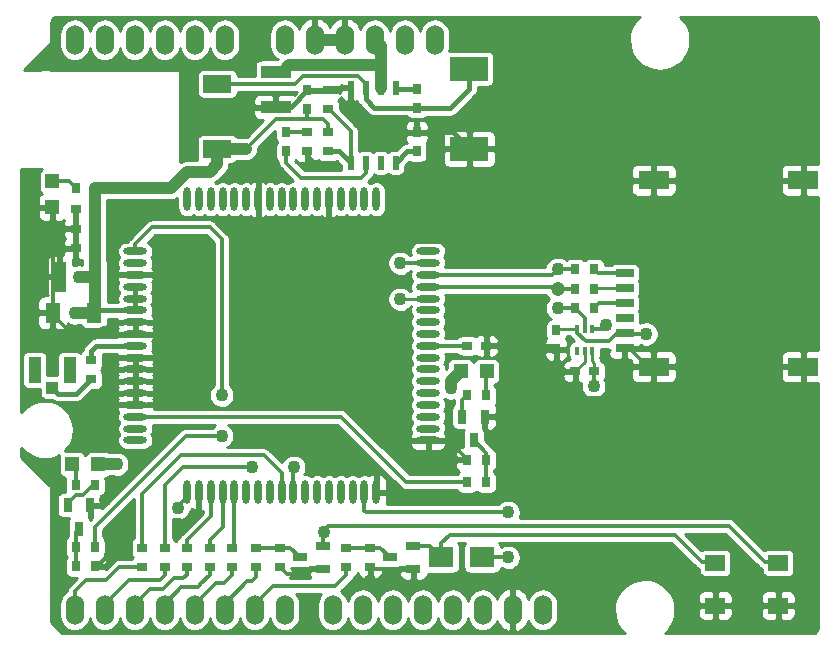
<source format=gtl>
G04 #@! TF.GenerationSoftware,KiCad,Pcbnew,no-vcs-found-7688~57~ubuntu16.04.1*
G04 #@! TF.CreationDate,2017-03-02T14:26:04+07:00*
G04 #@! TF.ProjectId,cellular,63656C6C756C61722E6B696361645F70,rev?*
G04 #@! TF.FileFunction,Copper,L1,Top,Signal*
G04 #@! TF.FilePolarity,Positive*
%FSLAX46Y46*%
G04 Gerber Fmt 4.6, Leading zero omitted, Abs format (unit mm)*
G04 Created by KiCad (PCBNEW no-vcs-found-7688~57~ubuntu16.04.1) date Thu Mar  2 14:26:04 2017*
%MOMM*%
%LPD*%
G01*
G04 APERTURE LIST*
%ADD10C,0.100000*%
%ADD11O,1.524000X2.540000*%
%ADD12R,0.800100X1.200000*%
%ADD13R,1.050000X2.200000*%
%ADD14R,1.000000X1.050000*%
%ADD15R,2.500000X1.000000*%
%ADD16R,0.750000X0.900000*%
%ADD17R,0.900000X0.750000*%
%ADD18R,1.000000X2.500000*%
%ADD19R,3.197860X1.998980*%
%ADD20R,1.200000X1.200000*%
%ADD21R,2.400000X1.500000*%
%ADD22R,1.200000X0.800100*%
%ADD23R,0.900000X0.800000*%
%ADD24R,0.800000X0.900000*%
%ADD25R,0.508000X1.143000*%
%ADD26R,0.400000X0.650000*%
%ADD27R,2.100580X1.699260*%
%ADD28R,1.300000X1.700000*%
%ADD29O,0.600000X2.000000*%
%ADD30O,2.000000X0.600000*%
%ADD31R,2.600000X1.550000*%
%ADD32R,1.500000X0.750000*%
%ADD33R,1.700000X1.350000*%
%ADD34C,1.100000*%
%ADD35C,1.200000*%
%ADD36C,0.406400*%
%ADD37C,1.000000*%
%ADD38C,0.600000*%
%ADD39C,0.304800*%
%ADD40C,0.300000*%
%ADD41C,0.457200*%
%ADD42C,0.254000*%
%ADD43C,0.250000*%
G04 APERTURE END LIST*
D10*
D11*
X103505000Y-95250000D03*
X106045000Y-95250000D03*
X108585000Y-95250000D03*
X116205000Y-95250000D03*
X113665000Y-95250000D03*
X111125000Y-95250000D03*
X121285000Y-95250000D03*
X123825000Y-95250000D03*
X126365000Y-95250000D03*
X131445000Y-95250000D03*
X133985000Y-95250000D03*
X103505000Y-143510000D03*
X106045000Y-143510000D03*
X108585000Y-143510000D03*
X111125000Y-143510000D03*
X113665000Y-143510000D03*
X116205000Y-143510000D03*
X118745000Y-143510000D03*
X121285000Y-143510000D03*
X125349000Y-143510000D03*
X127889000Y-143510000D03*
X130429000Y-143510000D03*
X132969000Y-143510000D03*
X135509000Y-143510000D03*
X138049000Y-143510000D03*
X140589000Y-143510000D03*
X143129000Y-143510000D03*
X128905000Y-95250000D03*
D12*
X103886000Y-136636000D03*
X102936000Y-134636000D03*
X104836000Y-134636000D03*
D13*
X100125000Y-123190000D03*
X103075000Y-123190000D03*
D14*
X101600000Y-124715000D03*
D15*
X120523000Y-97941000D03*
X120523000Y-100941000D03*
D16*
X132461000Y-104685999D03*
X132461000Y-103086001D03*
X121412000Y-103086001D03*
X121412000Y-104685999D03*
X132461000Y-101002999D03*
X132461000Y-99403001D03*
X123190000Y-99530001D03*
X123190000Y-101129999D03*
X144272000Y-121449999D03*
X144272000Y-119850001D03*
D17*
X147484999Y-123317000D03*
X145885001Y-123317000D03*
D18*
X102259000Y-115316000D03*
X105259000Y-115316000D03*
D17*
X105193999Y-112903000D03*
X103594001Y-112903000D03*
X103594001Y-111252000D03*
X105193999Y-111252000D03*
X103594001Y-109601000D03*
X105193999Y-109601000D03*
D19*
X136906000Y-104490520D03*
X136906000Y-97693480D03*
D20*
X101600000Y-107231000D03*
X101600000Y-109431000D03*
X103294000Y-131191000D03*
X105494000Y-131191000D03*
D21*
X115570000Y-104477000D03*
X115570000Y-98977000D03*
D22*
X124571000Y-140015000D03*
X124571000Y-138115000D03*
X122571000Y-139065000D03*
D23*
X123190000Y-104685999D03*
X123190000Y-103086001D03*
X124968000Y-101129999D03*
X124968000Y-99530001D03*
X124968000Y-104685999D03*
X124968000Y-103086001D03*
D24*
X105193999Y-107823000D03*
X103594001Y-107823000D03*
X145885001Y-117983000D03*
X147484999Y-117983000D03*
X147484999Y-114681000D03*
X145885001Y-114681000D03*
X145885001Y-116332000D03*
X147484999Y-116332000D03*
D23*
X118872000Y-138265001D03*
X118872000Y-139864999D03*
D24*
X103594001Y-138176000D03*
X105193999Y-138176000D03*
D23*
X104902000Y-122390001D03*
X104902000Y-123989999D03*
X120904000Y-138265001D03*
X120904000Y-139864999D03*
D24*
X105193999Y-139827000D03*
X103594001Y-139827000D03*
X103594001Y-132969000D03*
X105193999Y-132969000D03*
D25*
X130683000Y-99314000D03*
X129413000Y-99314000D03*
X128143000Y-99314000D03*
X126873000Y-99314000D03*
X126873000Y-105664000D03*
X128143000Y-105664000D03*
X129413000Y-105664000D03*
X130683000Y-105664000D03*
D26*
X146035000Y-121600000D03*
X147335000Y-121600000D03*
X146685000Y-119700000D03*
X146685000Y-121600000D03*
X147335000Y-119700000D03*
X146035000Y-119700000D03*
D17*
X138340999Y-121158000D03*
X136741001Y-121158000D03*
D27*
X138000740Y-139065000D03*
X134541260Y-139065000D03*
D20*
X138387000Y-123317000D03*
X136187000Y-123317000D03*
D22*
X132191000Y-140015000D03*
X132191000Y-138115000D03*
X130191000Y-139065000D03*
D12*
X138237000Y-127143000D03*
X136337000Y-127143000D03*
X137287000Y-129143000D03*
D23*
X111125000Y-139864999D03*
X111125000Y-138265001D03*
X109220000Y-138265001D03*
X109220000Y-139864999D03*
X116840000Y-138265001D03*
X116840000Y-139864999D03*
X114935000Y-138265001D03*
X114935000Y-139864999D03*
X113030000Y-139864999D03*
X113030000Y-138265001D03*
X126492000Y-139864999D03*
X126492000Y-138265001D03*
X128524000Y-139864999D03*
X128524000Y-138265001D03*
D24*
X138340999Y-132715000D03*
X136741001Y-132715000D03*
X136741001Y-130810000D03*
X138340999Y-130810000D03*
X138340999Y-125349000D03*
X136741001Y-125349000D03*
D28*
X101628000Y-118364000D03*
X105128000Y-118364000D03*
D29*
X113031000Y-133558000D03*
X114031000Y-133558000D03*
X115031000Y-133558000D03*
X116031000Y-133558000D03*
X117031000Y-133558000D03*
X118031000Y-133558000D03*
X119031000Y-133558000D03*
X120031000Y-133558000D03*
X121031000Y-133558000D03*
X122031000Y-133558000D03*
X123031000Y-133558000D03*
X124031000Y-133558000D03*
X125031000Y-133558000D03*
X126031000Y-133558000D03*
X127031000Y-133558000D03*
X128031000Y-133558000D03*
X129031000Y-133558000D03*
D30*
X133431000Y-129158000D03*
X133431000Y-128158000D03*
X133431000Y-127158000D03*
X133431000Y-126158000D03*
X133431000Y-125158000D03*
X133431000Y-124158000D03*
X133431000Y-123158000D03*
X133431000Y-122158000D03*
X133431000Y-121158000D03*
X133431000Y-120158000D03*
X133431000Y-119158000D03*
X133431000Y-118158000D03*
X133431000Y-117158000D03*
X133431000Y-116158000D03*
X133431000Y-115158000D03*
X133431000Y-114158000D03*
X133431000Y-113158000D03*
D29*
X129031000Y-108758000D03*
X128031000Y-108758000D03*
X127031000Y-108758000D03*
X126031000Y-108758000D03*
X125031000Y-108758000D03*
X124031000Y-108758000D03*
X123031000Y-108758000D03*
X122031000Y-108758000D03*
X121031000Y-108758000D03*
X120031000Y-108758000D03*
X119031000Y-108758000D03*
X118031000Y-108758000D03*
X117031000Y-108758000D03*
X116031000Y-108758000D03*
X115031000Y-108758000D03*
X114031000Y-108758000D03*
X113031000Y-108758000D03*
D30*
X108631000Y-113158000D03*
X108631000Y-114158000D03*
X108631000Y-115158000D03*
X108631000Y-116158000D03*
X108631000Y-117158000D03*
X108631000Y-118158000D03*
X108631000Y-119158000D03*
X108631000Y-120158000D03*
X108631000Y-121158000D03*
X108631000Y-122158000D03*
X108631000Y-123158000D03*
X108631000Y-124158000D03*
X108631000Y-125158000D03*
X108631000Y-126158000D03*
X108631000Y-127158000D03*
X108631000Y-128158000D03*
X108631000Y-129158000D03*
D31*
X165207000Y-122936000D03*
X165207000Y-107136000D03*
X152527000Y-107136000D03*
X152527000Y-122936000D03*
D32*
X150077000Y-121376000D03*
X150077000Y-120106000D03*
X150077000Y-118836000D03*
X150077000Y-117566000D03*
X150077000Y-116296000D03*
X150077000Y-115026000D03*
D33*
X163068000Y-143151000D03*
X163068000Y-139551000D03*
X157734000Y-139551000D03*
X157734000Y-143151000D03*
D34*
X139573000Y-127127000D03*
X128524000Y-141097000D03*
X128270000Y-131191000D03*
X112268000Y-136271000D03*
X106680000Y-124587000D03*
X106680000Y-122555000D03*
X106680000Y-119634000D03*
X111633000Y-116840000D03*
X122047000Y-111252000D03*
X163068000Y-141351000D03*
X157734000Y-141351000D03*
X131192000Y-129158000D03*
X122809000Y-140462000D03*
X106045000Y-134239000D03*
X107061000Y-138176000D03*
X101600000Y-111252000D03*
X124079000Y-105918000D03*
X136906000Y-102362000D03*
X117475000Y-101600000D03*
X135382000Y-124714000D03*
X103505000Y-118364000D03*
X107061000Y-131191000D03*
X103886000Y-115316000D03*
D35*
X144399000Y-116332000D03*
D34*
X147447000Y-124587000D03*
X148463000Y-119380000D03*
X144399000Y-114681000D03*
X144399000Y-117983000D03*
X131064000Y-114173000D03*
X115951000Y-128778000D03*
X115951000Y-125349000D03*
X140208000Y-135255000D03*
X140208000Y-139065000D03*
X124587000Y-136906000D03*
X112268000Y-134874000D03*
X122047000Y-131445000D03*
X118491000Y-131445000D03*
X151892000Y-120142000D03*
X131064000Y-117221000D03*
D36*
X104902000Y-123989999D02*
X104852000Y-123989999D01*
X104852000Y-123989999D02*
X103619999Y-125222000D01*
X103619999Y-125222000D02*
X102107000Y-125222000D01*
X102107000Y-125222000D02*
X101600000Y-124715000D01*
D37*
X129286000Y-97409000D02*
X129413000Y-97282000D01*
X121134000Y-97941000D02*
X121666000Y-97409000D01*
X121666000Y-97409000D02*
X129286000Y-97409000D01*
X129413000Y-95758000D02*
X129413000Y-97282000D01*
X129413000Y-97282000D02*
X129413000Y-99314000D01*
X128905000Y-95250000D02*
X129413000Y-95758000D01*
D38*
X128905000Y-95758000D02*
X128905000Y-95250000D01*
D39*
X120523000Y-97941000D02*
X121134000Y-97941000D01*
D40*
X165207000Y-107136000D02*
X163607000Y-107136000D01*
X163607000Y-107136000D02*
X152527000Y-107136000D01*
X165207000Y-122936000D02*
X165207000Y-121861000D01*
X165207000Y-121861000D02*
X165207000Y-107136000D01*
X152527000Y-122936000D02*
X165207000Y-122936000D01*
X150077000Y-121376000D02*
X150452000Y-121376000D01*
X152012000Y-122936000D02*
X152527000Y-122936000D01*
X150452000Y-121376000D02*
X152012000Y-122936000D01*
X145885001Y-123317000D02*
X145885001Y-125184001D01*
X145885001Y-125184001D02*
X146242001Y-125541001D01*
X146242001Y-125541001D02*
X150996999Y-125541001D01*
X150996999Y-125541001D02*
X152527000Y-124011000D01*
X152527000Y-124011000D02*
X152527000Y-122936000D01*
X138340999Y-121158000D02*
X141859000Y-121158000D01*
X141859000Y-121158000D02*
X143980001Y-121158000D01*
X139573000Y-127127000D02*
X139573000Y-125473999D01*
X139573000Y-125473999D02*
X141859000Y-123187999D01*
X141859000Y-123187999D02*
X141859000Y-121158000D01*
X143980001Y-121158000D02*
X144272000Y-121449999D01*
X139573000Y-127127000D02*
X138253000Y-127127000D01*
X138253000Y-127127000D02*
X138237000Y-127143000D01*
X128524000Y-139864999D02*
X128524000Y-141097000D01*
X105521183Y-120015000D02*
X103079000Y-120015000D01*
X103079000Y-120015000D02*
X101628000Y-118564000D01*
X101628000Y-118564000D02*
X101628000Y-118364000D01*
X106680000Y-119634000D02*
X105902183Y-119634000D01*
X105902183Y-119634000D02*
X105521183Y-120015000D01*
D39*
X101628000Y-118364000D02*
X101628000Y-115316000D01*
X101628000Y-115316000D02*
X101628000Y-111280000D01*
D40*
X102259000Y-115316000D02*
X101628000Y-115316000D01*
X103594001Y-112903000D02*
X102844001Y-112903000D01*
X102844001Y-112903000D02*
X102259000Y-113488001D01*
X102259000Y-113488001D02*
X102259000Y-115316000D01*
X101600000Y-111252000D02*
X103594001Y-111252000D01*
X103594001Y-111252000D02*
X103594001Y-112903000D01*
X103594001Y-109601000D02*
X103594001Y-111252000D01*
D37*
X123825000Y-95250000D02*
X126365000Y-95250000D01*
D39*
X129031000Y-133558000D02*
X129031000Y-131952000D01*
X129031000Y-131952000D02*
X128270000Y-131191000D01*
X112622800Y-136271000D02*
X112268000Y-136271000D01*
X114031000Y-133558000D02*
X114031000Y-134862800D01*
X114031000Y-134862800D02*
X112622800Y-136271000D01*
X108631000Y-125158000D02*
X107251000Y-125158000D01*
X107251000Y-125158000D02*
X106680000Y-124587000D01*
X108631000Y-124158000D02*
X107109000Y-124158000D01*
X107109000Y-124158000D02*
X106680000Y-124587000D01*
X108631000Y-123158000D02*
X107283000Y-123158000D01*
X107283000Y-123158000D02*
X106680000Y-122555000D01*
X108631000Y-122158000D02*
X107077000Y-122158000D01*
X107077000Y-122158000D02*
X106680000Y-122555000D01*
X108631000Y-123158000D02*
X108631000Y-122158000D01*
X108631000Y-124158000D02*
X108631000Y-123158000D01*
X108631000Y-125158000D02*
X108631000Y-124158000D01*
X108631000Y-126158000D02*
X108631000Y-125158000D01*
X108631000Y-115158000D02*
X109951000Y-115158000D01*
X109951000Y-115158000D02*
X111633000Y-116840000D01*
D41*
X124587000Y-111252000D02*
X125031000Y-110808000D01*
X125031000Y-110808000D02*
X125031000Y-108758000D01*
X122047000Y-111252000D02*
X124587000Y-111252000D01*
X119031000Y-110903000D02*
X119380000Y-111252000D01*
X119380000Y-111252000D02*
X122047000Y-111252000D01*
X119031000Y-108758000D02*
X119031000Y-110903000D01*
D39*
X108631000Y-120158000D02*
X107204000Y-120158000D01*
X107204000Y-120158000D02*
X106680000Y-119634000D01*
X108631000Y-119158000D02*
X107156000Y-119158000D01*
X107156000Y-119158000D02*
X106680000Y-119634000D01*
X163068000Y-143024000D02*
X163068000Y-141351000D01*
X157734000Y-143024000D02*
X157734000Y-141351000D01*
D42*
X162893000Y-143024000D02*
X163068000Y-143024000D01*
D39*
X132191000Y-140015000D02*
X128674001Y-140015000D01*
X128674001Y-140015000D02*
X128524000Y-139864999D01*
X122809000Y-140462000D02*
X121501001Y-140462000D01*
X121501001Y-140462000D02*
X120904000Y-139864999D01*
X124571000Y-140015000D02*
X123256000Y-140015000D01*
X123256000Y-140015000D02*
X122809000Y-140462000D01*
X104836000Y-134636000D02*
X105648000Y-134636000D01*
X105648000Y-134636000D02*
X106045000Y-134239000D01*
X105193999Y-139827000D02*
X105410000Y-139827000D01*
X105410000Y-139827000D02*
X107061000Y-138176000D01*
X101600000Y-109431000D02*
X101600000Y-111252000D01*
X101628000Y-111280000D02*
X101600000Y-111252000D01*
X123190000Y-104685999D02*
X123190000Y-105029000D01*
X123190000Y-105029000D02*
X124079000Y-105918000D01*
D41*
X136906000Y-104490520D02*
X136906000Y-102362000D01*
X120523000Y-100941000D02*
X118134000Y-100941000D01*
X118134000Y-100941000D02*
X117475000Y-101600000D01*
X132461000Y-103086001D02*
X135501481Y-103086001D01*
X135501481Y-103086001D02*
X136906000Y-104490520D01*
D39*
X123190000Y-99530001D02*
X124968000Y-99530001D01*
X133431000Y-129158000D02*
X131192000Y-129158000D01*
X131192000Y-129158000D02*
X131191000Y-129159000D01*
X133431000Y-129158000D02*
X135139001Y-129158000D01*
X135139001Y-129158000D02*
X136741001Y-130760000D01*
X136741001Y-130760000D02*
X136741001Y-130810000D01*
D41*
X128613001Y-103086001D02*
X126873000Y-101346000D01*
X126873000Y-101346000D02*
X126873000Y-99314000D01*
X132461000Y-103086001D02*
X128613001Y-103086001D01*
X120523000Y-100941000D02*
X121779001Y-100941000D01*
X121779001Y-100941000D02*
X123190000Y-99530001D01*
X126873000Y-99314000D02*
X125184001Y-99314000D01*
X125184001Y-99314000D02*
X124968000Y-99530001D01*
D42*
X145885001Y-123317000D02*
X145181001Y-123317000D01*
X145181001Y-123317000D02*
X144272000Y-122407999D01*
X144272000Y-122407999D02*
X144272000Y-122153999D01*
X144272000Y-122153999D02*
X144272000Y-121449999D01*
X146685000Y-121600000D02*
X146685000Y-122517001D01*
X146685000Y-122517001D02*
X145885001Y-123317000D01*
D36*
X132461000Y-104685999D02*
X131661001Y-104685999D01*
X131661001Y-104685999D02*
X130683000Y-105664000D01*
D39*
X121412000Y-103086001D02*
X123190000Y-103086001D01*
X121412000Y-103086001D02*
X121590002Y-103086001D01*
X122682000Y-106934000D02*
X121412000Y-105664000D01*
X121412000Y-105664000D02*
X121412000Y-104685999D01*
X127749300Y-106934000D02*
X122682000Y-106934000D01*
X128143000Y-105664000D02*
X128143000Y-106540300D01*
X128143000Y-106540300D02*
X127749300Y-106934000D01*
D40*
X128143000Y-98996500D02*
X128143000Y-99314000D01*
X127459511Y-98313011D02*
X128143000Y-98996500D01*
X115570000Y-98977000D02*
X122193500Y-98977000D01*
X122857489Y-98313011D02*
X127459511Y-98313011D01*
X122193500Y-98977000D02*
X122857489Y-98313011D01*
D41*
X136906000Y-99404170D02*
X136906000Y-97693480D01*
X132461000Y-101002999D02*
X135307171Y-101002999D01*
X135307171Y-101002999D02*
X136906000Y-99404170D01*
D36*
X128143000Y-99314000D02*
X128143000Y-100291900D01*
X128143000Y-100291900D02*
X128854099Y-101002999D01*
X128854099Y-101002999D02*
X131679600Y-101002999D01*
X131679600Y-101002999D02*
X132461000Y-101002999D01*
X132461000Y-99403001D02*
X130772001Y-99403001D01*
X130772001Y-99403001D02*
X130683000Y-99314000D01*
D37*
X135382000Y-124714000D02*
X135382000Y-124122000D01*
X135382000Y-124122000D02*
X136187000Y-123317000D01*
X103505000Y-118364000D02*
X105128000Y-118364000D01*
X106398800Y-131191000D02*
X107061000Y-131191000D01*
X105494000Y-131191000D02*
X106398800Y-131191000D01*
X103886000Y-115316000D02*
X105259000Y-115316000D01*
X110617600Y-107823000D02*
X111633000Y-107823000D01*
X113030000Y-106426000D02*
X114935000Y-106426000D01*
X111633000Y-107823000D02*
X113030000Y-106426000D01*
X114935000Y-106426000D02*
X115570000Y-105791000D01*
X115570000Y-105791000D02*
X115570000Y-104477000D01*
D36*
X108631000Y-118158000D02*
X105334000Y-118158000D01*
X105334000Y-118158000D02*
X105128000Y-118364000D01*
D37*
X105259000Y-115316000D02*
X105259000Y-118233000D01*
D36*
X105259000Y-118233000D02*
X105128000Y-118364000D01*
X108631000Y-118158000D02*
X108631000Y-117158000D01*
X108631000Y-116158000D02*
X108631000Y-117158000D01*
D37*
X105193999Y-112903000D02*
X105193999Y-115250999D01*
D36*
X105193999Y-115250999D02*
X105259000Y-115316000D01*
D37*
X105193999Y-111252000D02*
X105193999Y-112903000D01*
X105193999Y-109601000D02*
X105193999Y-111252000D01*
X105193999Y-107823000D02*
X105193999Y-109601000D01*
D39*
X124968000Y-103086001D02*
X124968000Y-102381201D01*
X124968000Y-102381201D02*
X124567799Y-101981000D01*
X124567799Y-101981000D02*
X123093799Y-101981000D01*
X120523000Y-101981000D02*
X118027000Y-104477000D01*
D37*
X118027000Y-104477000D02*
X115570000Y-104477000D01*
D39*
X123093799Y-101981000D02*
X120523000Y-101981000D01*
X123190000Y-101129999D02*
X123190000Y-101884799D01*
X123190000Y-101884799D02*
X123093799Y-101981000D01*
X123190000Y-101129999D02*
X123190000Y-101308001D01*
D37*
X110617600Y-107823000D02*
X106000399Y-107823000D01*
X106000399Y-107823000D02*
X105193999Y-107823000D01*
D39*
X101600000Y-107231000D02*
X103002001Y-107231000D01*
X103002001Y-107231000D02*
X103594001Y-107823000D01*
X103594001Y-132969000D02*
X103594001Y-131491001D01*
X103594001Y-131491001D02*
X103294000Y-131191000D01*
D36*
X108631000Y-121158000D02*
X105327601Y-121158000D01*
X105327601Y-121158000D02*
X104902000Y-121583601D01*
X104902000Y-121583601D02*
X104902000Y-122390001D01*
D39*
X120904000Y-138265001D02*
X121771001Y-138265001D01*
X121771001Y-138265001D02*
X122571000Y-139065000D01*
X118872000Y-138265001D02*
X120904000Y-138265001D01*
X103594001Y-138176000D02*
X103594001Y-136927999D01*
X103594001Y-136927999D02*
X103886000Y-136636000D01*
X103594001Y-139827000D02*
X103594001Y-138176000D01*
X102936000Y-134636000D02*
X102936000Y-134436050D01*
X102936000Y-134436050D02*
X103590051Y-133781999D01*
X103590051Y-133781999D02*
X104216001Y-133781999D01*
X104216001Y-133781999D02*
X105029000Y-132969000D01*
X105029000Y-132969000D02*
X105193999Y-132969000D01*
X124968000Y-101129999D02*
X125018000Y-101129999D01*
X125018000Y-101129999D02*
X126873000Y-102984999D01*
X126873000Y-102984999D02*
X126873000Y-104787700D01*
X126873000Y-104787700D02*
X126873000Y-105664000D01*
D36*
X124968000Y-104685999D02*
X125894999Y-104685999D01*
X125894999Y-104685999D02*
X126873000Y-105664000D01*
D39*
X133431000Y-116158000D02*
X144225000Y-116158000D01*
X144225000Y-116158000D02*
X144399000Y-116332000D01*
X145885001Y-116332000D02*
X144399000Y-116332000D01*
X147447000Y-124587000D02*
X147447000Y-123354999D01*
X147447000Y-123354999D02*
X147484999Y-123317000D01*
D42*
X147335000Y-122443000D02*
X147484999Y-122592999D01*
X147484999Y-122592999D02*
X147484999Y-123317000D01*
X147335000Y-121600000D02*
X147335000Y-122443000D01*
D39*
X147335000Y-119700000D02*
X148143000Y-119700000D01*
X148143000Y-119700000D02*
X148463000Y-119380000D01*
X133431000Y-115158000D02*
X143922000Y-115158000D01*
X143922000Y-115158000D02*
X144399000Y-114681000D01*
X145885001Y-114681000D02*
X144399000Y-114681000D01*
X145885001Y-117983000D02*
X144399000Y-117983000D01*
X131064000Y-114173000D02*
X133416000Y-114173000D01*
X146685000Y-119700000D02*
X146685000Y-118782999D01*
X146685000Y-118782999D02*
X145885001Y-117983000D01*
X133416000Y-114173000D02*
X133431000Y-114158000D01*
X105193999Y-136487001D02*
X112903000Y-128778000D01*
X112903000Y-128778000D02*
X115951000Y-128778000D01*
X105193999Y-136487001D02*
X105193999Y-138176000D01*
X115951000Y-112141000D02*
X115951000Y-125349000D01*
X114935000Y-111125000D02*
X115951000Y-112141000D01*
X110059200Y-111125000D02*
X114935000Y-111125000D01*
X108631000Y-113158000D02*
X108631000Y-112553200D01*
X108631000Y-112553200D02*
X110059200Y-111125000D01*
X136741001Y-121158000D02*
X135986201Y-121158000D01*
X135986201Y-121158000D02*
X133431000Y-121158000D01*
X140208000Y-135255000D02*
X128143000Y-135255000D01*
X128143000Y-135255000D02*
X128031000Y-135143000D01*
X128031000Y-135143000D02*
X128031000Y-133558000D01*
X138000740Y-139065000D02*
X140208000Y-139065000D01*
X132191000Y-138115000D02*
X133591260Y-138115000D01*
X133591260Y-138115000D02*
X134541260Y-139065000D01*
X135255000Y-137160000D02*
X134541260Y-137873740D01*
X134541260Y-137873740D02*
X134541260Y-139065000D01*
X154315200Y-137160000D02*
X135255000Y-137160000D01*
X157734000Y-139424000D02*
X156579200Y-139424000D01*
X156579200Y-139424000D02*
X154315200Y-137160000D01*
X138340999Y-125349000D02*
X138340999Y-123363001D01*
X138340999Y-123363001D02*
X138387000Y-123317000D01*
X124587000Y-136906000D02*
X124587000Y-136779000D01*
X124587000Y-136779000D02*
X124968000Y-136398000D01*
X124968000Y-136398000D02*
X158887200Y-136398000D01*
X158887200Y-136398000D02*
X161913200Y-139424000D01*
X161913200Y-139424000D02*
X163068000Y-139424000D01*
X124571000Y-137303000D02*
X124571000Y-136922000D01*
X124571000Y-136922000D02*
X124587000Y-136906000D01*
X113031000Y-133558000D02*
X113031000Y-133984000D01*
X113031000Y-133984000D02*
X112268000Y-134747000D01*
X124571000Y-137303000D02*
X124571000Y-138115000D01*
X128524000Y-138265001D02*
X129391001Y-138265001D01*
X129391001Y-138265001D02*
X130191000Y-139065000D01*
X126492000Y-138265001D02*
X128524000Y-138265001D01*
X136337000Y-127143000D02*
X136337000Y-125753001D01*
X136337000Y-125753001D02*
X136741001Y-125349000D01*
X138340999Y-130810000D02*
X138340999Y-130196999D01*
X138340999Y-130196999D02*
X137287000Y-129143000D01*
X138340999Y-130810000D02*
X138340999Y-132715000D01*
X106045000Y-143510000D02*
X106045000Y-143002000D01*
X106045000Y-143002000D02*
X108077000Y-140970000D01*
X110744000Y-140970000D02*
X111125000Y-140589000D01*
X111125000Y-140589000D02*
X111125000Y-139864999D01*
X108077000Y-140970000D02*
X110744000Y-140970000D01*
X122031000Y-133558000D02*
X122031000Y-131461000D01*
X122031000Y-131461000D02*
X122047000Y-131445000D01*
X111125000Y-132969000D02*
X112649000Y-131445000D01*
X112649000Y-131445000D02*
X118491000Y-131445000D01*
X111125000Y-138265001D02*
X111125000Y-132969000D01*
X119507000Y-130429000D02*
X121031000Y-131953000D01*
X121031000Y-131953000D02*
X121031000Y-133558000D01*
X112522000Y-130429000D02*
X119507000Y-130429000D01*
X109220000Y-133731000D02*
X112522000Y-130429000D01*
X109220000Y-138265001D02*
X109220000Y-133731000D01*
X109220000Y-139864999D02*
X107277001Y-139864999D01*
X107277001Y-139864999D02*
X106172000Y-140970000D01*
X106172000Y-140970000D02*
X104470200Y-140970000D01*
X104470200Y-140970000D02*
X103505000Y-141935200D01*
X103505000Y-141935200D02*
X103505000Y-143510000D01*
X117031000Y-133558000D02*
X117031000Y-138074001D01*
X117031000Y-138074001D02*
X116840000Y-138265001D01*
X116185799Y-141224000D02*
X115443000Y-141224000D01*
X116840000Y-140569799D02*
X116185799Y-141224000D01*
X115443000Y-141224000D02*
X113665000Y-143002000D01*
X113665000Y-143002000D02*
X113665000Y-143510000D01*
X116840000Y-139864999D02*
X116840000Y-140569799D01*
X114935000Y-140569799D02*
X114153799Y-141351000D01*
X113919000Y-141605000D02*
X112522000Y-141605000D01*
X112522000Y-141605000D02*
X111125000Y-143002000D01*
X111125000Y-143002000D02*
X111125000Y-143510000D01*
X114153799Y-141370201D02*
X113919000Y-141605000D01*
X114153799Y-141351000D02*
X114153799Y-141370201D01*
X114935000Y-139864999D02*
X114935000Y-140569799D01*
X114935000Y-138265001D02*
X114935000Y-137560201D01*
X114935000Y-137560201D02*
X116031000Y-136464201D01*
X116031000Y-136464201D02*
X116031000Y-134862800D01*
X116031000Y-134862800D02*
X116031000Y-133558000D01*
X113030000Y-138265001D02*
X113030000Y-137560201D01*
X115031000Y-134862800D02*
X115031000Y-133558000D01*
X113030000Y-137560201D02*
X115031000Y-135559201D01*
X115031000Y-135559201D02*
X115031000Y-134862800D01*
X110998000Y-141732000D02*
X109855000Y-141732000D01*
X109855000Y-141732000D02*
X108585000Y-143002000D01*
X108585000Y-143002000D02*
X108585000Y-143510000D01*
X111887000Y-140843000D02*
X110998000Y-141732000D01*
X112709250Y-140843000D02*
X111887000Y-140843000D01*
X113030000Y-140569799D02*
X112982451Y-140569799D01*
X112982451Y-140569799D02*
X112709250Y-140843000D01*
X113030000Y-139864999D02*
X113030000Y-140569799D01*
X113030000Y-139864999D02*
X112980000Y-139864999D01*
X118745000Y-143510000D02*
X118745000Y-143002000D01*
X118745000Y-143002000D02*
X120269000Y-141478000D01*
X120269000Y-141478000D02*
X125583799Y-141478000D01*
X125583799Y-141478000D02*
X126492000Y-140569799D01*
X126492000Y-140569799D02*
X126492000Y-139864999D01*
X131572000Y-132715000D02*
X126015000Y-127158000D01*
X126015000Y-127158000D02*
X108631000Y-127158000D01*
X136741001Y-132715000D02*
X131572000Y-132715000D01*
X118872000Y-139864999D02*
X118872000Y-140716000D01*
X118872000Y-140716000D02*
X118491000Y-141097000D01*
X118491000Y-141097000D02*
X118110000Y-141097000D01*
X118110000Y-141097000D02*
X116205000Y-143002000D01*
X116205000Y-143002000D02*
X116205000Y-143510000D01*
X150077000Y-117566000D02*
X147901999Y-117566000D01*
X147901999Y-117566000D02*
X147484999Y-117983000D01*
X150077000Y-115026000D02*
X147829999Y-115026000D01*
X147829999Y-115026000D02*
X147484999Y-114681000D01*
X150077000Y-120106000D02*
X149388000Y-120106000D01*
X149388000Y-120106000D02*
X148708200Y-120785800D01*
X148708200Y-120785800D02*
X146788598Y-120785800D01*
X146788598Y-120785800D02*
X146035000Y-120032202D01*
X146035000Y-120032202D02*
X146035000Y-119700000D01*
X149702000Y-120106000D02*
X150077000Y-120106000D01*
D42*
X146035000Y-119700000D02*
X144422001Y-119700000D01*
X144422001Y-119700000D02*
X144272000Y-119850001D01*
D39*
X151892000Y-120142000D02*
X150113000Y-120142000D01*
X150113000Y-120142000D02*
X150077000Y-120106000D01*
D43*
X133431000Y-117158000D02*
X131127000Y-117158000D01*
X131127000Y-117158000D02*
X131064000Y-117221000D01*
X150077000Y-116296000D02*
X147520999Y-116296000D01*
X147520999Y-116296000D02*
X147484999Y-116332000D01*
D42*
G36*
X151158242Y-93437636D02*
X150841962Y-93836683D01*
X150609213Y-94289563D01*
X150468862Y-94779026D01*
X150426254Y-95286427D01*
X150483013Y-95792442D01*
X150636976Y-96277794D01*
X150882279Y-96723999D01*
X151209578Y-97114059D01*
X151606408Y-97433118D01*
X152057651Y-97669023D01*
X152546122Y-97812787D01*
X153053214Y-97858936D01*
X153559612Y-97805712D01*
X154046028Y-97655141D01*
X154493934Y-97412959D01*
X154886270Y-97088391D01*
X155208092Y-96693799D01*
X155447141Y-96244213D01*
X155594312Y-95756757D01*
X155644000Y-95250000D01*
X155642983Y-95177152D01*
X155579165Y-94671980D01*
X155418440Y-94188824D01*
X155166931Y-93746088D01*
X154834217Y-93360636D01*
X154739968Y-93287000D01*
X165960780Y-93287000D01*
X166073732Y-93298075D01*
X166155238Y-93322683D01*
X166230408Y-93362652D01*
X166296383Y-93416461D01*
X166350654Y-93482062D01*
X166391147Y-93556952D01*
X166416323Y-93638283D01*
X166428000Y-93749383D01*
X166428000Y-105726000D01*
X165492750Y-105726000D01*
X165334000Y-105884750D01*
X165334000Y-107009000D01*
X165354000Y-107009000D01*
X165354000Y-107263000D01*
X165334000Y-107263000D01*
X165334000Y-108387250D01*
X165492750Y-108546000D01*
X166428000Y-108546000D01*
X166428000Y-121526000D01*
X165492750Y-121526000D01*
X165334000Y-121684750D01*
X165334000Y-122809000D01*
X165354000Y-122809000D01*
X165354000Y-123063000D01*
X165334000Y-123063000D01*
X165334000Y-124187250D01*
X165492750Y-124346000D01*
X166428000Y-124346000D01*
X166428000Y-145005781D01*
X166416925Y-145118732D01*
X166392317Y-145200238D01*
X166352348Y-145275407D01*
X166298541Y-145341382D01*
X166232938Y-145395653D01*
X166158046Y-145436147D01*
X166076718Y-145461323D01*
X165965616Y-145473000D01*
X153465643Y-145473000D01*
X153616270Y-145348391D01*
X153938092Y-144953799D01*
X154177141Y-144504213D01*
X154324312Y-144016757D01*
X154374000Y-143510000D01*
X154372983Y-143437152D01*
X154372933Y-143436750D01*
X156249000Y-143436750D01*
X156249000Y-143888542D01*
X156273403Y-144011223D01*
X156321270Y-144126785D01*
X156390763Y-144230789D01*
X156479211Y-144319237D01*
X156583215Y-144388730D01*
X156698777Y-144436597D01*
X156821458Y-144461000D01*
X157448250Y-144461000D01*
X157607000Y-144302250D01*
X157607000Y-143278000D01*
X157861000Y-143278000D01*
X157861000Y-144302250D01*
X158019750Y-144461000D01*
X158646542Y-144461000D01*
X158769223Y-144436597D01*
X158884785Y-144388730D01*
X158988789Y-144319237D01*
X159077237Y-144230789D01*
X159146730Y-144126785D01*
X159194597Y-144011223D01*
X159219000Y-143888542D01*
X159219000Y-143436750D01*
X161583000Y-143436750D01*
X161583000Y-143888542D01*
X161607403Y-144011223D01*
X161655270Y-144126785D01*
X161724763Y-144230789D01*
X161813211Y-144319237D01*
X161917215Y-144388730D01*
X162032777Y-144436597D01*
X162155458Y-144461000D01*
X162782250Y-144461000D01*
X162941000Y-144302250D01*
X162941000Y-143278000D01*
X163195000Y-143278000D01*
X163195000Y-144302250D01*
X163353750Y-144461000D01*
X163980542Y-144461000D01*
X164103223Y-144436597D01*
X164218785Y-144388730D01*
X164322789Y-144319237D01*
X164411237Y-144230789D01*
X164480730Y-144126785D01*
X164528597Y-144011223D01*
X164553000Y-143888542D01*
X164553000Y-143436750D01*
X164394250Y-143278000D01*
X163195000Y-143278000D01*
X162941000Y-143278000D01*
X161741750Y-143278000D01*
X161583000Y-143436750D01*
X159219000Y-143436750D01*
X159060250Y-143278000D01*
X157861000Y-143278000D01*
X157607000Y-143278000D01*
X156407750Y-143278000D01*
X156249000Y-143436750D01*
X154372933Y-143436750D01*
X154309165Y-142931980D01*
X154148440Y-142448824D01*
X154128350Y-142413458D01*
X156249000Y-142413458D01*
X156249000Y-142865250D01*
X156407750Y-143024000D01*
X157607000Y-143024000D01*
X157607000Y-141999750D01*
X157861000Y-141999750D01*
X157861000Y-143024000D01*
X159060250Y-143024000D01*
X159219000Y-142865250D01*
X159219000Y-142413458D01*
X161583000Y-142413458D01*
X161583000Y-142865250D01*
X161741750Y-143024000D01*
X162941000Y-143024000D01*
X162941000Y-141999750D01*
X163195000Y-141999750D01*
X163195000Y-143024000D01*
X164394250Y-143024000D01*
X164553000Y-142865250D01*
X164553000Y-142413458D01*
X164528597Y-142290777D01*
X164480730Y-142175215D01*
X164411237Y-142071211D01*
X164322789Y-141982763D01*
X164218785Y-141913270D01*
X164103223Y-141865403D01*
X163980542Y-141841000D01*
X163353750Y-141841000D01*
X163195000Y-141999750D01*
X162941000Y-141999750D01*
X162782250Y-141841000D01*
X162155458Y-141841000D01*
X162032777Y-141865403D01*
X161917215Y-141913270D01*
X161813211Y-141982763D01*
X161724763Y-142071211D01*
X161655270Y-142175215D01*
X161607403Y-142290777D01*
X161583000Y-142413458D01*
X159219000Y-142413458D01*
X159194597Y-142290777D01*
X159146730Y-142175215D01*
X159077237Y-142071211D01*
X158988789Y-141982763D01*
X158884785Y-141913270D01*
X158769223Y-141865403D01*
X158646542Y-141841000D01*
X158019750Y-141841000D01*
X157861000Y-141999750D01*
X157607000Y-141999750D01*
X157448250Y-141841000D01*
X156821458Y-141841000D01*
X156698777Y-141865403D01*
X156583215Y-141913270D01*
X156479211Y-141982763D01*
X156390763Y-142071211D01*
X156321270Y-142175215D01*
X156273403Y-142290777D01*
X156249000Y-142413458D01*
X154128350Y-142413458D01*
X153896931Y-142006088D01*
X153564217Y-141620636D01*
X153162972Y-141307148D01*
X152708479Y-141077567D01*
X152218048Y-140940637D01*
X151710361Y-140901572D01*
X151204756Y-140961862D01*
X150720489Y-141119210D01*
X150276008Y-141367622D01*
X149888242Y-141697636D01*
X149571962Y-142096683D01*
X149339213Y-142549563D01*
X149198862Y-143039026D01*
X149156254Y-143546427D01*
X149213013Y-144052442D01*
X149366976Y-144537794D01*
X149612279Y-144983999D01*
X149939578Y-145374059D01*
X150062636Y-145473000D01*
X102474001Y-145473000D01*
X101542000Y-144540998D01*
X101542000Y-133350000D01*
X101536795Y-133296913D01*
X101532153Y-133243860D01*
X101531307Y-133240949D01*
X101531011Y-133237927D01*
X101515598Y-133186877D01*
X101500736Y-133135720D01*
X101499340Y-133133027D01*
X101498463Y-133130122D01*
X101473414Y-133083012D01*
X101448912Y-133035743D01*
X101447023Y-133033376D01*
X101445596Y-133030693D01*
X101411891Y-132989368D01*
X101378657Y-132947735D01*
X101374492Y-132943512D01*
X101374422Y-132943426D01*
X101374342Y-132943360D01*
X101373000Y-132941999D01*
X99002000Y-130570998D01*
X99002000Y-129773466D01*
X99228436Y-130043321D01*
X99605948Y-130346849D01*
X100035226Y-130571270D01*
X100499920Y-130708037D01*
X100982327Y-130751940D01*
X101464075Y-130701306D01*
X101926814Y-130558064D01*
X102197711Y-130411591D01*
X102174626Y-130487690D01*
X102164451Y-130591000D01*
X102164451Y-131791000D01*
X102174626Y-131894310D01*
X102204761Y-131993650D01*
X102253696Y-132085202D01*
X102319552Y-132165448D01*
X102399798Y-132231304D01*
X102491350Y-132280239D01*
X102590690Y-132310374D01*
X102694000Y-132320549D01*
X102703488Y-132320549D01*
X102674627Y-132415690D01*
X102664452Y-132519000D01*
X102664452Y-133419000D01*
X102673065Y-133506451D01*
X102535950Y-133506451D01*
X102432640Y-133516626D01*
X102333300Y-133546761D01*
X102241748Y-133595696D01*
X102161502Y-133661552D01*
X102095646Y-133741798D01*
X102046711Y-133833350D01*
X102016576Y-133932690D01*
X102006401Y-134036000D01*
X102006401Y-135236000D01*
X102016576Y-135339310D01*
X102046711Y-135438650D01*
X102095646Y-135530202D01*
X102161502Y-135610448D01*
X102241748Y-135676304D01*
X102333300Y-135725239D01*
X102432640Y-135755374D01*
X102535950Y-135765549D01*
X103032951Y-135765549D01*
X102996711Y-135833350D01*
X102966576Y-135932690D01*
X102956401Y-136036000D01*
X102956401Y-136700830D01*
X102948419Y-136726940D01*
X102929448Y-136786744D01*
X102929050Y-136790292D01*
X102928005Y-136793710D01*
X102921667Y-136856112D01*
X102914667Y-136918513D01*
X102914618Y-136925505D01*
X102914606Y-136925627D01*
X102914617Y-136925740D01*
X102914601Y-136927999D01*
X102914601Y-137277784D01*
X102899799Y-137285696D01*
X102819553Y-137351552D01*
X102753697Y-137431798D01*
X102704762Y-137523350D01*
X102674627Y-137622690D01*
X102664452Y-137726000D01*
X102664452Y-138626000D01*
X102674627Y-138729310D01*
X102704762Y-138828650D01*
X102753697Y-138920202D01*
X102819553Y-139000448D01*
X102820835Y-139001500D01*
X102819553Y-139002552D01*
X102753697Y-139082798D01*
X102704762Y-139174350D01*
X102674627Y-139273690D01*
X102664452Y-139377000D01*
X102664452Y-140277000D01*
X102674627Y-140380310D01*
X102704762Y-140479650D01*
X102753697Y-140571202D01*
X102819553Y-140651448D01*
X102899799Y-140717304D01*
X102991351Y-140766239D01*
X103090691Y-140796374D01*
X103194001Y-140806549D01*
X103672835Y-140806549D01*
X103024592Y-141454792D01*
X102984779Y-141503261D01*
X102944418Y-141551361D01*
X102942696Y-141554493D01*
X102940429Y-141557253D01*
X102910775Y-141612557D01*
X102880539Y-141667556D01*
X102879459Y-141670961D01*
X102877771Y-141674109D01*
X102859418Y-141734141D01*
X102840447Y-141793945D01*
X102840049Y-141797493D01*
X102839004Y-141800911D01*
X102832666Y-141863313D01*
X102828626Y-141899328D01*
X102799191Y-141914716D01*
X102603134Y-142072350D01*
X102441429Y-142265063D01*
X102320235Y-142485514D01*
X102244168Y-142725307D01*
X102216126Y-142975308D01*
X102216000Y-142993305D01*
X102216000Y-144026695D01*
X102240549Y-144277063D01*
X102313260Y-144517895D01*
X102431365Y-144740017D01*
X102590363Y-144934968D01*
X102784200Y-145095324D01*
X103005492Y-145214977D01*
X103245811Y-145289367D01*
X103496001Y-145315664D01*
X103746535Y-145292863D01*
X103987868Y-145221835D01*
X104210809Y-145105284D01*
X104406866Y-144947650D01*
X104568571Y-144754937D01*
X104689765Y-144534486D01*
X104765832Y-144294693D01*
X104774607Y-144216462D01*
X104780549Y-144277063D01*
X104853260Y-144517895D01*
X104971365Y-144740017D01*
X105130363Y-144934968D01*
X105324200Y-145095324D01*
X105545492Y-145214977D01*
X105785811Y-145289367D01*
X106036001Y-145315664D01*
X106286535Y-145292863D01*
X106527868Y-145221835D01*
X106750809Y-145105284D01*
X106946866Y-144947650D01*
X107108571Y-144754937D01*
X107229765Y-144534486D01*
X107305832Y-144294693D01*
X107314607Y-144216462D01*
X107320549Y-144277063D01*
X107393260Y-144517895D01*
X107511365Y-144740017D01*
X107670363Y-144934968D01*
X107864200Y-145095324D01*
X108085492Y-145214977D01*
X108325811Y-145289367D01*
X108576001Y-145315664D01*
X108826535Y-145292863D01*
X109067868Y-145221835D01*
X109290809Y-145105284D01*
X109486866Y-144947650D01*
X109648571Y-144754937D01*
X109769765Y-144534486D01*
X109845832Y-144294693D01*
X109854607Y-144216462D01*
X109860549Y-144277063D01*
X109933260Y-144517895D01*
X110051365Y-144740017D01*
X110210363Y-144934968D01*
X110404200Y-145095324D01*
X110625492Y-145214977D01*
X110865811Y-145289367D01*
X111116001Y-145315664D01*
X111366535Y-145292863D01*
X111607868Y-145221835D01*
X111830809Y-145105284D01*
X112026866Y-144947650D01*
X112188571Y-144754937D01*
X112309765Y-144534486D01*
X112385832Y-144294693D01*
X112394607Y-144216462D01*
X112400549Y-144277063D01*
X112473260Y-144517895D01*
X112591365Y-144740017D01*
X112750363Y-144934968D01*
X112944200Y-145095324D01*
X113165492Y-145214977D01*
X113405811Y-145289367D01*
X113656001Y-145315664D01*
X113906535Y-145292863D01*
X114147868Y-145221835D01*
X114370809Y-145105284D01*
X114566866Y-144947650D01*
X114728571Y-144754937D01*
X114849765Y-144534486D01*
X114925832Y-144294693D01*
X114934607Y-144216462D01*
X114940549Y-144277063D01*
X115013260Y-144517895D01*
X115131365Y-144740017D01*
X115290363Y-144934968D01*
X115484200Y-145095324D01*
X115705492Y-145214977D01*
X115945811Y-145289367D01*
X116196001Y-145315664D01*
X116446535Y-145292863D01*
X116687868Y-145221835D01*
X116910809Y-145105284D01*
X117106866Y-144947650D01*
X117268571Y-144754937D01*
X117389765Y-144534486D01*
X117465832Y-144294693D01*
X117474607Y-144216462D01*
X117480549Y-144277063D01*
X117553260Y-144517895D01*
X117671365Y-144740017D01*
X117830363Y-144934968D01*
X118024200Y-145095324D01*
X118245492Y-145214977D01*
X118485811Y-145289367D01*
X118736001Y-145315664D01*
X118986535Y-145292863D01*
X119227868Y-145221835D01*
X119450809Y-145105284D01*
X119646866Y-144947650D01*
X119808571Y-144754937D01*
X119929765Y-144534486D01*
X120005832Y-144294693D01*
X120014607Y-144216462D01*
X120020549Y-144277063D01*
X120093260Y-144517895D01*
X120211365Y-144740017D01*
X120370363Y-144934968D01*
X120564200Y-145095324D01*
X120785492Y-145214977D01*
X121025811Y-145289367D01*
X121276001Y-145315664D01*
X121526535Y-145292863D01*
X121767868Y-145221835D01*
X121990809Y-145105284D01*
X122186866Y-144947650D01*
X122348571Y-144754937D01*
X122469765Y-144534486D01*
X122545832Y-144294693D01*
X122573874Y-144044692D01*
X122574000Y-144026695D01*
X122574000Y-142993305D01*
X122549451Y-142742937D01*
X122476740Y-142502105D01*
X122358635Y-142279983D01*
X122258659Y-142157400D01*
X124375769Y-142157400D01*
X124285429Y-142265063D01*
X124164235Y-142485514D01*
X124088168Y-142725307D01*
X124060126Y-142975308D01*
X124060000Y-142993305D01*
X124060000Y-144026695D01*
X124084549Y-144277063D01*
X124157260Y-144517895D01*
X124275365Y-144740017D01*
X124434363Y-144934968D01*
X124628200Y-145095324D01*
X124849492Y-145214977D01*
X125089811Y-145289367D01*
X125340001Y-145315664D01*
X125590535Y-145292863D01*
X125831868Y-145221835D01*
X126054809Y-145105284D01*
X126250866Y-144947650D01*
X126412571Y-144754937D01*
X126533765Y-144534486D01*
X126609832Y-144294693D01*
X126618607Y-144216462D01*
X126624549Y-144277063D01*
X126697260Y-144517895D01*
X126815365Y-144740017D01*
X126974363Y-144934968D01*
X127168200Y-145095324D01*
X127389492Y-145214977D01*
X127629811Y-145289367D01*
X127880001Y-145315664D01*
X128130535Y-145292863D01*
X128371868Y-145221835D01*
X128594809Y-145105284D01*
X128790866Y-144947650D01*
X128952571Y-144754937D01*
X129073765Y-144534486D01*
X129149832Y-144294693D01*
X129158607Y-144216462D01*
X129164549Y-144277063D01*
X129237260Y-144517895D01*
X129355365Y-144740017D01*
X129514363Y-144934968D01*
X129708200Y-145095324D01*
X129929492Y-145214977D01*
X130169811Y-145289367D01*
X130420001Y-145315664D01*
X130670535Y-145292863D01*
X130911868Y-145221835D01*
X131134809Y-145105284D01*
X131330866Y-144947650D01*
X131492571Y-144754937D01*
X131613765Y-144534486D01*
X131689832Y-144294693D01*
X131698607Y-144216462D01*
X131704549Y-144277063D01*
X131777260Y-144517895D01*
X131895365Y-144740017D01*
X132054363Y-144934968D01*
X132248200Y-145095324D01*
X132469492Y-145214977D01*
X132709811Y-145289367D01*
X132960001Y-145315664D01*
X133210535Y-145292863D01*
X133451868Y-145221835D01*
X133674809Y-145105284D01*
X133870866Y-144947650D01*
X134032571Y-144754937D01*
X134153765Y-144534486D01*
X134229832Y-144294693D01*
X134238607Y-144216462D01*
X134244549Y-144277063D01*
X134317260Y-144517895D01*
X134435365Y-144740017D01*
X134594363Y-144934968D01*
X134788200Y-145095324D01*
X135009492Y-145214977D01*
X135249811Y-145289367D01*
X135500001Y-145315664D01*
X135750535Y-145292863D01*
X135991868Y-145221835D01*
X136214809Y-145105284D01*
X136410866Y-144947650D01*
X136572571Y-144754937D01*
X136693765Y-144534486D01*
X136769832Y-144294693D01*
X136778607Y-144216462D01*
X136784549Y-144277063D01*
X136857260Y-144517895D01*
X136975365Y-144740017D01*
X137134363Y-144934968D01*
X137328200Y-145095324D01*
X137549492Y-145214977D01*
X137789811Y-145289367D01*
X138040001Y-145315664D01*
X138290535Y-145292863D01*
X138531868Y-145221835D01*
X138754809Y-145105284D01*
X138950866Y-144947650D01*
X139112571Y-144754937D01*
X139233765Y-144534486D01*
X139259338Y-144453871D01*
X139346941Y-144669942D01*
X139497994Y-144899729D01*
X139690974Y-145095632D01*
X139918465Y-145250122D01*
X140171724Y-145357262D01*
X140245930Y-145372220D01*
X140462000Y-145249720D01*
X140462000Y-143637000D01*
X140442000Y-143637000D01*
X140442000Y-143383000D01*
X140462000Y-143383000D01*
X140462000Y-141770280D01*
X140716000Y-141770280D01*
X140716000Y-143383000D01*
X140736000Y-143383000D01*
X140736000Y-143637000D01*
X140716000Y-143637000D01*
X140716000Y-145249720D01*
X140932070Y-145372220D01*
X141006276Y-145357262D01*
X141259535Y-145250122D01*
X141487026Y-145095632D01*
X141680006Y-144899729D01*
X141831059Y-144669942D01*
X141918243Y-144454906D01*
X141937260Y-144517895D01*
X142055365Y-144740017D01*
X142214363Y-144934968D01*
X142408200Y-145095324D01*
X142629492Y-145214977D01*
X142869811Y-145289367D01*
X143120001Y-145315664D01*
X143370535Y-145292863D01*
X143611868Y-145221835D01*
X143834809Y-145105284D01*
X144030866Y-144947650D01*
X144192571Y-144754937D01*
X144313765Y-144534486D01*
X144389832Y-144294693D01*
X144417874Y-144044692D01*
X144418000Y-144026695D01*
X144418000Y-142993305D01*
X144393451Y-142742937D01*
X144320740Y-142502105D01*
X144202635Y-142279983D01*
X144043637Y-142085032D01*
X143849800Y-141924676D01*
X143628508Y-141805023D01*
X143388189Y-141730633D01*
X143137999Y-141704336D01*
X142887465Y-141727137D01*
X142646132Y-141798165D01*
X142423191Y-141914716D01*
X142227134Y-142072350D01*
X142065429Y-142265063D01*
X141944235Y-142485514D01*
X141918662Y-142566129D01*
X141831059Y-142350058D01*
X141680006Y-142120271D01*
X141487026Y-141924368D01*
X141259535Y-141769878D01*
X141006276Y-141662738D01*
X140932070Y-141647780D01*
X140716000Y-141770280D01*
X140462000Y-141770280D01*
X140245930Y-141647780D01*
X140171724Y-141662738D01*
X139918465Y-141769878D01*
X139690974Y-141924368D01*
X139497994Y-142120271D01*
X139346941Y-142350058D01*
X139259757Y-142565094D01*
X139240740Y-142502105D01*
X139122635Y-142279983D01*
X138963637Y-142085032D01*
X138769800Y-141924676D01*
X138548508Y-141805023D01*
X138308189Y-141730633D01*
X138057999Y-141704336D01*
X137807465Y-141727137D01*
X137566132Y-141798165D01*
X137343191Y-141914716D01*
X137147134Y-142072350D01*
X136985429Y-142265063D01*
X136864235Y-142485514D01*
X136788168Y-142725307D01*
X136779393Y-142803538D01*
X136773451Y-142742937D01*
X136700740Y-142502105D01*
X136582635Y-142279983D01*
X136423637Y-142085032D01*
X136229800Y-141924676D01*
X136008508Y-141805023D01*
X135768189Y-141730633D01*
X135517999Y-141704336D01*
X135267465Y-141727137D01*
X135026132Y-141798165D01*
X134803191Y-141914716D01*
X134607134Y-142072350D01*
X134445429Y-142265063D01*
X134324235Y-142485514D01*
X134248168Y-142725307D01*
X134239393Y-142803538D01*
X134233451Y-142742937D01*
X134160740Y-142502105D01*
X134042635Y-142279983D01*
X133883637Y-142085032D01*
X133689800Y-141924676D01*
X133468508Y-141805023D01*
X133228189Y-141730633D01*
X132977999Y-141704336D01*
X132727465Y-141727137D01*
X132486132Y-141798165D01*
X132263191Y-141914716D01*
X132067134Y-142072350D01*
X131905429Y-142265063D01*
X131784235Y-142485514D01*
X131708168Y-142725307D01*
X131699393Y-142803538D01*
X131693451Y-142742937D01*
X131620740Y-142502105D01*
X131502635Y-142279983D01*
X131343637Y-142085032D01*
X131149800Y-141924676D01*
X130928508Y-141805023D01*
X130688189Y-141730633D01*
X130437999Y-141704336D01*
X130187465Y-141727137D01*
X129946132Y-141798165D01*
X129723191Y-141914716D01*
X129527134Y-142072350D01*
X129365429Y-142265063D01*
X129244235Y-142485514D01*
X129168168Y-142725307D01*
X129159393Y-142803538D01*
X129153451Y-142742937D01*
X129080740Y-142502105D01*
X128962635Y-142279983D01*
X128803637Y-142085032D01*
X128609800Y-141924676D01*
X128388508Y-141805023D01*
X128148189Y-141730633D01*
X127897999Y-141704336D01*
X127647465Y-141727137D01*
X127406132Y-141798165D01*
X127183191Y-141914716D01*
X126987134Y-142072350D01*
X126825429Y-142265063D01*
X126704235Y-142485514D01*
X126628168Y-142725307D01*
X126619393Y-142803538D01*
X126613451Y-142742937D01*
X126540740Y-142502105D01*
X126422635Y-142279983D01*
X126263637Y-142085032D01*
X126085199Y-141937416D01*
X126972408Y-141050207D01*
X127012221Y-141001738D01*
X127052582Y-140953638D01*
X127054304Y-140950506D01*
X127056571Y-140947746D01*
X127086225Y-140892442D01*
X127116461Y-140837443D01*
X127117541Y-140834038D01*
X127119229Y-140830890D01*
X127137582Y-140770858D01*
X127142663Y-140754841D01*
X127144650Y-140754238D01*
X127236202Y-140705303D01*
X127316448Y-140639447D01*
X127382304Y-140559201D01*
X127431239Y-140467649D01*
X127452759Y-140396710D01*
X127463403Y-140450222D01*
X127511270Y-140565784D01*
X127580763Y-140669788D01*
X127669211Y-140758236D01*
X127773215Y-140827729D01*
X127888777Y-140875596D01*
X128011458Y-140899999D01*
X128238250Y-140899999D01*
X128397000Y-140741249D01*
X128397000Y-139991999D01*
X128377000Y-139991999D01*
X128377000Y-139737999D01*
X128397000Y-139737999D01*
X128397000Y-139717999D01*
X128651000Y-139717999D01*
X128651000Y-139737999D01*
X128671000Y-139737999D01*
X128671000Y-139991999D01*
X128651000Y-139991999D01*
X128651000Y-140741249D01*
X128809750Y-140899999D01*
X129036542Y-140899999D01*
X129159223Y-140875596D01*
X129274785Y-140827729D01*
X129378789Y-140758236D01*
X129467237Y-140669788D01*
X129536730Y-140565784D01*
X129584597Y-140450222D01*
X129609000Y-140327541D01*
X129609000Y-140300750D01*
X130956000Y-140300750D01*
X130956000Y-140477592D01*
X130980403Y-140600273D01*
X131028270Y-140715835D01*
X131097763Y-140819839D01*
X131186211Y-140908287D01*
X131290215Y-140977780D01*
X131405777Y-141025647D01*
X131528458Y-141050050D01*
X131905250Y-141050050D01*
X132064000Y-140891300D01*
X132064000Y-140142000D01*
X131114750Y-140142000D01*
X130956000Y-140300750D01*
X129609000Y-140300750D01*
X129609000Y-140150749D01*
X129450252Y-139992001D01*
X129564622Y-139992001D01*
X129591000Y-139994599D01*
X130791000Y-139994599D01*
X130894310Y-139984424D01*
X130993650Y-139954289D01*
X131085202Y-139905354D01*
X131110963Y-139884213D01*
X131114750Y-139888000D01*
X132064000Y-139888000D01*
X132064000Y-139868000D01*
X132318000Y-139868000D01*
X132318000Y-139888000D01*
X132338000Y-139888000D01*
X132338000Y-140142000D01*
X132318000Y-140142000D01*
X132318000Y-140891300D01*
X132476750Y-141050050D01*
X132853542Y-141050050D01*
X132976223Y-141025647D01*
X133091785Y-140977780D01*
X133195789Y-140908287D01*
X133284237Y-140819839D01*
X133353730Y-140715835D01*
X133401597Y-140600273D01*
X133426000Y-140477592D01*
X133426000Y-140437780D01*
X133490970Y-140444179D01*
X135591550Y-140444179D01*
X135694860Y-140434004D01*
X135794200Y-140403869D01*
X135885752Y-140354934D01*
X135965998Y-140289078D01*
X136031854Y-140208832D01*
X136080789Y-140117280D01*
X136110924Y-140017940D01*
X136121099Y-139914630D01*
X136121099Y-138215370D01*
X136110924Y-138112060D01*
X136080789Y-138012720D01*
X136031854Y-137921168D01*
X135965998Y-137840922D01*
X135964143Y-137839400D01*
X136577857Y-137839400D01*
X136576002Y-137840922D01*
X136510146Y-137921168D01*
X136461211Y-138012720D01*
X136431076Y-138112060D01*
X136420901Y-138215370D01*
X136420901Y-139914630D01*
X136431076Y-140017940D01*
X136461211Y-140117280D01*
X136510146Y-140208832D01*
X136576002Y-140289078D01*
X136656248Y-140354934D01*
X136747800Y-140403869D01*
X136847140Y-140434004D01*
X136950450Y-140444179D01*
X139051030Y-140444179D01*
X139154340Y-140434004D01*
X139253680Y-140403869D01*
X139345232Y-140354934D01*
X139425478Y-140289078D01*
X139491334Y-140208832D01*
X139540269Y-140117280D01*
X139570404Y-140017940D01*
X139578188Y-139938902D01*
X139680033Y-140009686D01*
X139873578Y-140094244D01*
X140079862Y-140139598D01*
X140291026Y-140144021D01*
X140499028Y-140107345D01*
X140695945Y-140030966D01*
X140874276Y-139917794D01*
X141027228Y-139772139D01*
X141148977Y-139599549D01*
X141234884Y-139406599D01*
X141281677Y-139200637D01*
X141285046Y-138959395D01*
X141244022Y-138752207D01*
X141163536Y-138556933D01*
X141046653Y-138381011D01*
X140897827Y-138231142D01*
X140722726Y-138113035D01*
X140528019Y-138031187D01*
X140321122Y-137988717D01*
X140109916Y-137987243D01*
X139902447Y-138026820D01*
X139706616Y-138105941D01*
X139578085Y-138190049D01*
X139570404Y-138112060D01*
X139540269Y-138012720D01*
X139491334Y-137921168D01*
X139425478Y-137840922D01*
X139423623Y-137839400D01*
X154033784Y-137839400D01*
X156098792Y-139904409D01*
X156147290Y-139944246D01*
X156195361Y-139984582D01*
X156198493Y-139986304D01*
X156201253Y-139988571D01*
X156256573Y-140018234D01*
X156311556Y-140048461D01*
X156314959Y-140049541D01*
X156318110Y-140051230D01*
X156354451Y-140062340D01*
X156354451Y-140226000D01*
X156364626Y-140329310D01*
X156394761Y-140428650D01*
X156443696Y-140520202D01*
X156509552Y-140600448D01*
X156589798Y-140666304D01*
X156681350Y-140715239D01*
X156780690Y-140745374D01*
X156884000Y-140755549D01*
X158584000Y-140755549D01*
X158687310Y-140745374D01*
X158786650Y-140715239D01*
X158878202Y-140666304D01*
X158958448Y-140600448D01*
X159024304Y-140520202D01*
X159073239Y-140428650D01*
X159103374Y-140329310D01*
X159113549Y-140226000D01*
X159113549Y-138876000D01*
X159103374Y-138772690D01*
X159073239Y-138673350D01*
X159024304Y-138581798D01*
X158958448Y-138501552D01*
X158878202Y-138435696D01*
X158786650Y-138386761D01*
X158687310Y-138356626D01*
X158584000Y-138346451D01*
X156884000Y-138346451D01*
X156780690Y-138356626D01*
X156681350Y-138386761D01*
X156589798Y-138435696D01*
X156568880Y-138452863D01*
X155193416Y-137077400D01*
X158605784Y-137077400D01*
X161432791Y-139904408D01*
X161481285Y-139944241D01*
X161529361Y-139984582D01*
X161532493Y-139986304D01*
X161535253Y-139988571D01*
X161590557Y-140018225D01*
X161645556Y-140048461D01*
X161648961Y-140049541D01*
X161652109Y-140051229D01*
X161688451Y-140062340D01*
X161688451Y-140226000D01*
X161698626Y-140329310D01*
X161728761Y-140428650D01*
X161777696Y-140520202D01*
X161843552Y-140600448D01*
X161923798Y-140666304D01*
X162015350Y-140715239D01*
X162114690Y-140745374D01*
X162218000Y-140755549D01*
X163918000Y-140755549D01*
X164021310Y-140745374D01*
X164120650Y-140715239D01*
X164212202Y-140666304D01*
X164292448Y-140600448D01*
X164358304Y-140520202D01*
X164407239Y-140428650D01*
X164437374Y-140329310D01*
X164447549Y-140226000D01*
X164447549Y-138876000D01*
X164437374Y-138772690D01*
X164407239Y-138673350D01*
X164358304Y-138581798D01*
X164292448Y-138501552D01*
X164212202Y-138435696D01*
X164120650Y-138386761D01*
X164021310Y-138356626D01*
X163918000Y-138346451D01*
X162218000Y-138346451D01*
X162114690Y-138356626D01*
X162015350Y-138386761D01*
X161923798Y-138435696D01*
X161902880Y-138452863D01*
X159367608Y-135917592D01*
X159319139Y-135877779D01*
X159271039Y-135837418D01*
X159267907Y-135835696D01*
X159265147Y-135833429D01*
X159209843Y-135803775D01*
X159154844Y-135773539D01*
X159151439Y-135772459D01*
X159148291Y-135770771D01*
X159088259Y-135752418D01*
X159028455Y-135733447D01*
X159024907Y-135733049D01*
X159021489Y-135732004D01*
X158959087Y-135725666D01*
X158896686Y-135718666D01*
X158889694Y-135718617D01*
X158889572Y-135718605D01*
X158889459Y-135718616D01*
X158887200Y-135718600D01*
X141180566Y-135718600D01*
X141234884Y-135596599D01*
X141281677Y-135390637D01*
X141285046Y-135149395D01*
X141244022Y-134942207D01*
X141163536Y-134746933D01*
X141046653Y-134571011D01*
X140897827Y-134421142D01*
X140722726Y-134303035D01*
X140528019Y-134221187D01*
X140321122Y-134178717D01*
X140109916Y-134177243D01*
X139902447Y-134216820D01*
X139706616Y-134295941D01*
X139529882Y-134411592D01*
X139378978Y-134559368D01*
X139367864Y-134575600D01*
X129918389Y-134575600D01*
X129923258Y-134564969D01*
X129966000Y-134385000D01*
X129966000Y-133685000D01*
X129158000Y-133685000D01*
X129158000Y-133705000D01*
X128904000Y-133705000D01*
X128904000Y-133685000D01*
X128884000Y-133685000D01*
X128884000Y-133431000D01*
X128904000Y-133431000D01*
X128904000Y-132092210D01*
X129158000Y-132092210D01*
X129158000Y-133431000D01*
X129966000Y-133431000D01*
X129966000Y-132731000D01*
X129923258Y-132551031D01*
X129846227Y-132382858D01*
X129737867Y-132232945D01*
X129602343Y-132107052D01*
X129444862Y-132010018D01*
X129301347Y-131962937D01*
X129158000Y-132092210D01*
X128904000Y-132092210D01*
X128760653Y-131962937D01*
X128617138Y-132010018D01*
X128459657Y-132107052D01*
X128432663Y-132132128D01*
X128351475Y-132088230D01*
X128197291Y-132040502D01*
X128036774Y-132023631D01*
X127876036Y-132038259D01*
X127721200Y-132083830D01*
X127578165Y-132158607D01*
X127531288Y-132196297D01*
X127493453Y-132164997D01*
X127351475Y-132088230D01*
X127197291Y-132040502D01*
X127036774Y-132023631D01*
X126876036Y-132038259D01*
X126721200Y-132083830D01*
X126578165Y-132158607D01*
X126531288Y-132196297D01*
X126493453Y-132164997D01*
X126351475Y-132088230D01*
X126197291Y-132040502D01*
X126036774Y-132023631D01*
X125876036Y-132038259D01*
X125721200Y-132083830D01*
X125578165Y-132158607D01*
X125531288Y-132196297D01*
X125493453Y-132164997D01*
X125351475Y-132088230D01*
X125197291Y-132040502D01*
X125036774Y-132023631D01*
X124876036Y-132038259D01*
X124721200Y-132083830D01*
X124578165Y-132158607D01*
X124531288Y-132196297D01*
X124493453Y-132164997D01*
X124351475Y-132088230D01*
X124197291Y-132040502D01*
X124036774Y-132023631D01*
X123876036Y-132038259D01*
X123721200Y-132083830D01*
X123578165Y-132158607D01*
X123531288Y-132196297D01*
X123493453Y-132164997D01*
X123351475Y-132088230D01*
X123197291Y-132040502D01*
X123036774Y-132023631D01*
X122951400Y-132031401D01*
X122987977Y-131979549D01*
X123073884Y-131786599D01*
X123120677Y-131580637D01*
X123124046Y-131339395D01*
X123083022Y-131132207D01*
X123002536Y-130936933D01*
X122885653Y-130761011D01*
X122736827Y-130611142D01*
X122561726Y-130493035D01*
X122367019Y-130411187D01*
X122160122Y-130368717D01*
X121948916Y-130367243D01*
X121741447Y-130406820D01*
X121545616Y-130485941D01*
X121368882Y-130601592D01*
X121217978Y-130749368D01*
X121098651Y-130923641D01*
X121057791Y-131018975D01*
X119987408Y-129948592D01*
X119938939Y-129908779D01*
X119890839Y-129868418D01*
X119887707Y-129866696D01*
X119884947Y-129864429D01*
X119829643Y-129834775D01*
X119774644Y-129804539D01*
X119771239Y-129803459D01*
X119768091Y-129801771D01*
X119708059Y-129783418D01*
X119648255Y-129764447D01*
X119644707Y-129764049D01*
X119641289Y-129763004D01*
X119578887Y-129756666D01*
X119516486Y-129749666D01*
X119509494Y-129749617D01*
X119509372Y-129749605D01*
X119509259Y-129749616D01*
X119507000Y-129749600D01*
X116424420Y-129749600D01*
X116438945Y-129743966D01*
X116617276Y-129630794D01*
X116770228Y-129485139D01*
X116891977Y-129312549D01*
X116977884Y-129119599D01*
X117024677Y-128913637D01*
X117028046Y-128672395D01*
X116987022Y-128465207D01*
X116906536Y-128269933D01*
X116789653Y-128094011D01*
X116640827Y-127944142D01*
X116482575Y-127837400D01*
X125733584Y-127837400D01*
X131091592Y-133195409D01*
X131140090Y-133235246D01*
X131188161Y-133275582D01*
X131191293Y-133277304D01*
X131194053Y-133279571D01*
X131249357Y-133309225D01*
X131304356Y-133339461D01*
X131307761Y-133340541D01*
X131310909Y-133342229D01*
X131370941Y-133360582D01*
X131430745Y-133379553D01*
X131434293Y-133379951D01*
X131437711Y-133380996D01*
X131500109Y-133387334D01*
X131562514Y-133394334D01*
X131569507Y-133394383D01*
X131569629Y-133394395D01*
X131569742Y-133394384D01*
X131572000Y-133394400D01*
X135866060Y-133394400D01*
X135900697Y-133459202D01*
X135966553Y-133539448D01*
X136046799Y-133605304D01*
X136138351Y-133654239D01*
X136237691Y-133684374D01*
X136341001Y-133694549D01*
X137141001Y-133694549D01*
X137244311Y-133684374D01*
X137343651Y-133654239D01*
X137435203Y-133605304D01*
X137515449Y-133539448D01*
X137541000Y-133508314D01*
X137566551Y-133539448D01*
X137646797Y-133605304D01*
X137738349Y-133654239D01*
X137837689Y-133684374D01*
X137940999Y-133694549D01*
X138740999Y-133694549D01*
X138844309Y-133684374D01*
X138943649Y-133654239D01*
X139035201Y-133605304D01*
X139115447Y-133539448D01*
X139181303Y-133459202D01*
X139230238Y-133367650D01*
X139260373Y-133268310D01*
X139270548Y-133165000D01*
X139270548Y-132265000D01*
X139260373Y-132161690D01*
X139230238Y-132062350D01*
X139181303Y-131970798D01*
X139115447Y-131890552D01*
X139035201Y-131824696D01*
X139020399Y-131816784D01*
X139020399Y-131708216D01*
X139035201Y-131700304D01*
X139115447Y-131634448D01*
X139181303Y-131554202D01*
X139230238Y-131462650D01*
X139260373Y-131363310D01*
X139270548Y-131260000D01*
X139270548Y-130360000D01*
X139260373Y-130256690D01*
X139230238Y-130157350D01*
X139181303Y-130065798D01*
X139115447Y-129985552D01*
X139035201Y-129919696D01*
X138943649Y-129870761D01*
X138931595Y-129867104D01*
X138910792Y-129826972D01*
X138908564Y-129824181D01*
X138906886Y-129821025D01*
X138867249Y-129772426D01*
X138828069Y-129723345D01*
X138823158Y-129718366D01*
X138823081Y-129718271D01*
X138822993Y-129718199D01*
X138821408Y-129716591D01*
X138216599Y-129111783D01*
X138216599Y-128543000D01*
X138206424Y-128439690D01*
X138176289Y-128340350D01*
X138127354Y-128248798D01*
X138106213Y-128223037D01*
X138110000Y-128219250D01*
X138110000Y-127270000D01*
X138364000Y-127270000D01*
X138364000Y-128219250D01*
X138522750Y-128378000D01*
X138699592Y-128378000D01*
X138822273Y-128353597D01*
X138937835Y-128305730D01*
X139041839Y-128236237D01*
X139130287Y-128147789D01*
X139199780Y-128043785D01*
X139247647Y-127928223D01*
X139272050Y-127805542D01*
X139272050Y-127428750D01*
X139113300Y-127270000D01*
X138364000Y-127270000D01*
X138110000Y-127270000D01*
X138090000Y-127270000D01*
X138090000Y-127016000D01*
X138110000Y-127016000D01*
X138110000Y-126996000D01*
X138364000Y-126996000D01*
X138364000Y-127016000D01*
X139113300Y-127016000D01*
X139272050Y-126857250D01*
X139272050Y-126480458D01*
X139247647Y-126357777D01*
X139199780Y-126242215D01*
X139136605Y-126147667D01*
X139181303Y-126093202D01*
X139230238Y-126001650D01*
X139260373Y-125902310D01*
X139270548Y-125799000D01*
X139270548Y-124899000D01*
X139260373Y-124795690D01*
X139230238Y-124696350D01*
X139181303Y-124604798D01*
X139115447Y-124524552D01*
X139035201Y-124458696D01*
X139020399Y-124450784D01*
X139020399Y-124443260D01*
X139090310Y-124436374D01*
X139189650Y-124406239D01*
X139281202Y-124357304D01*
X139361448Y-124291448D01*
X139427304Y-124211202D01*
X139476239Y-124119650D01*
X139506374Y-124020310D01*
X139516549Y-123917000D01*
X139516549Y-123602750D01*
X144800001Y-123602750D01*
X144800001Y-123754542D01*
X144824404Y-123877223D01*
X144872271Y-123992785D01*
X144941764Y-124096789D01*
X145030212Y-124185237D01*
X145134216Y-124254730D01*
X145249778Y-124302597D01*
X145372459Y-124327000D01*
X145599251Y-124327000D01*
X145758001Y-124168250D01*
X145758001Y-123444000D01*
X144958751Y-123444000D01*
X144800001Y-123602750D01*
X139516549Y-123602750D01*
X139516549Y-122717000D01*
X139506374Y-122613690D01*
X139476239Y-122514350D01*
X139427304Y-122422798D01*
X139361448Y-122342552D01*
X139281202Y-122276696D01*
X139189650Y-122227761D01*
X139090310Y-122197626D01*
X138987000Y-122187451D01*
X137787000Y-122187451D01*
X137683690Y-122197626D01*
X137584350Y-122227761D01*
X137492798Y-122276696D01*
X137412552Y-122342552D01*
X137346696Y-122422798D01*
X137297761Y-122514350D01*
X137287000Y-122549824D01*
X137276239Y-122514350D01*
X137227304Y-122422798D01*
X137161448Y-122342552D01*
X137081202Y-122276696D01*
X136989650Y-122227761D01*
X136890310Y-122197626D01*
X136787000Y-122187451D01*
X135587000Y-122187451D01*
X135483690Y-122197626D01*
X135384350Y-122227761D01*
X135292798Y-122276696D01*
X135212552Y-122342552D01*
X135146696Y-122422798D01*
X135097761Y-122514350D01*
X135067626Y-122613690D01*
X135057451Y-122717000D01*
X135057451Y-122994151D01*
X134958901Y-123092701D01*
X134950741Y-123003036D01*
X134905170Y-122848200D01*
X134830393Y-122705165D01*
X134792703Y-122658288D01*
X134824003Y-122620453D01*
X134900770Y-122478475D01*
X134948498Y-122324291D01*
X134965369Y-122163774D01*
X134950741Y-122003036D01*
X134905170Y-121848200D01*
X134899524Y-121837400D01*
X135859066Y-121837400D01*
X135916553Y-121907448D01*
X135996799Y-121973304D01*
X136088351Y-122022239D01*
X136187691Y-122052374D01*
X136291001Y-122062549D01*
X137191001Y-122062549D01*
X137294311Y-122052374D01*
X137393651Y-122022239D01*
X137451364Y-121991391D01*
X137486210Y-122026237D01*
X137590214Y-122095730D01*
X137705776Y-122143597D01*
X137828457Y-122168000D01*
X138055249Y-122168000D01*
X138213999Y-122009250D01*
X138213999Y-121285000D01*
X138467999Y-121285000D01*
X138467999Y-122009250D01*
X138626749Y-122168000D01*
X138853541Y-122168000D01*
X138976222Y-122143597D01*
X139091784Y-122095730D01*
X139195788Y-122026237D01*
X139284236Y-121937789D01*
X139353729Y-121833785D01*
X139394336Y-121735749D01*
X143262000Y-121735749D01*
X143262000Y-121962541D01*
X143286403Y-122085222D01*
X143334270Y-122200784D01*
X143403763Y-122304788D01*
X143492211Y-122393236D01*
X143596215Y-122462729D01*
X143711777Y-122510596D01*
X143834458Y-122534999D01*
X143986250Y-122534999D01*
X144145000Y-122376249D01*
X144145000Y-121576999D01*
X144399000Y-121576999D01*
X144399000Y-122376249D01*
X144557750Y-122534999D01*
X144709542Y-122534999D01*
X144832223Y-122510596D01*
X144947785Y-122462729D01*
X145051789Y-122393236D01*
X145140237Y-122304788D01*
X145209730Y-122200784D01*
X145257597Y-122085222D01*
X145282000Y-121962541D01*
X145282000Y-121735749D01*
X145123250Y-121576999D01*
X144399000Y-121576999D01*
X144145000Y-121576999D01*
X143420750Y-121576999D01*
X143262000Y-121735749D01*
X139394336Y-121735749D01*
X139401596Y-121718223D01*
X139425999Y-121595542D01*
X139425999Y-121443750D01*
X139267249Y-121285000D01*
X138467999Y-121285000D01*
X138213999Y-121285000D01*
X138193999Y-121285000D01*
X138193999Y-121031000D01*
X138213999Y-121031000D01*
X138213999Y-120306750D01*
X138467999Y-120306750D01*
X138467999Y-121031000D01*
X139267249Y-121031000D01*
X139425999Y-120872250D01*
X139425999Y-120720458D01*
X139401596Y-120597777D01*
X139353729Y-120482215D01*
X139284236Y-120378211D01*
X139195788Y-120289763D01*
X139091784Y-120220270D01*
X138976222Y-120172403D01*
X138853541Y-120148000D01*
X138626749Y-120148000D01*
X138467999Y-120306750D01*
X138213999Y-120306750D01*
X138055249Y-120148000D01*
X137828457Y-120148000D01*
X137705776Y-120172403D01*
X137590214Y-120220270D01*
X137486210Y-120289763D01*
X137451364Y-120324609D01*
X137393651Y-120293761D01*
X137294311Y-120263626D01*
X137191001Y-120253451D01*
X136291001Y-120253451D01*
X136187691Y-120263626D01*
X136088351Y-120293761D01*
X135996799Y-120342696D01*
X135916553Y-120408552D01*
X135859066Y-120478600D01*
X134900702Y-120478600D01*
X134900770Y-120478475D01*
X134948498Y-120324291D01*
X134965369Y-120163774D01*
X134950741Y-120003036D01*
X134905170Y-119848200D01*
X134830393Y-119705165D01*
X134792703Y-119658288D01*
X134824003Y-119620453D01*
X134900770Y-119478475D01*
X134948498Y-119324291D01*
X134965369Y-119163774D01*
X134950741Y-119003036D01*
X134905170Y-118848200D01*
X134830393Y-118705165D01*
X134792703Y-118658288D01*
X134824003Y-118620453D01*
X134900770Y-118478475D01*
X134948498Y-118324291D01*
X134965369Y-118163774D01*
X134950741Y-118003036D01*
X134905170Y-117848200D01*
X134830393Y-117705165D01*
X134792703Y-117658288D01*
X134824003Y-117620453D01*
X134900770Y-117478475D01*
X134948498Y-117324291D01*
X134965369Y-117163774D01*
X134950741Y-117003036D01*
X134905170Y-116848200D01*
X134899524Y-116837400D01*
X143386931Y-116837400D01*
X143391778Y-116849642D01*
X143511504Y-117035421D01*
X143664973Y-117194342D01*
X143569978Y-117287368D01*
X143450651Y-117461641D01*
X143367447Y-117655772D01*
X143323533Y-117862367D01*
X143320584Y-118073557D01*
X143358712Y-118281298D01*
X143436464Y-118477676D01*
X143550878Y-118655213D01*
X143697598Y-118807145D01*
X143802128Y-118879796D01*
X143793690Y-118880627D01*
X143694350Y-118910762D01*
X143602798Y-118959697D01*
X143522552Y-119025553D01*
X143456696Y-119105799D01*
X143407761Y-119197351D01*
X143377626Y-119296691D01*
X143367451Y-119400001D01*
X143367451Y-120300001D01*
X143377626Y-120403311D01*
X143407761Y-120502651D01*
X143438609Y-120560364D01*
X143403763Y-120595210D01*
X143334270Y-120699214D01*
X143286403Y-120814776D01*
X143262000Y-120937457D01*
X143262000Y-121164249D01*
X143420750Y-121322999D01*
X144145000Y-121322999D01*
X144145000Y-121302999D01*
X144399000Y-121302999D01*
X144399000Y-121322999D01*
X145123250Y-121322999D01*
X145282000Y-121164249D01*
X145282000Y-120937457D01*
X145257597Y-120814776D01*
X145209730Y-120699214D01*
X145140237Y-120595210D01*
X145105391Y-120560364D01*
X145136239Y-120502651D01*
X145166374Y-120403311D01*
X145171231Y-120354000D01*
X145423254Y-120354000D01*
X145460552Y-120399448D01*
X145467507Y-120405156D01*
X145469113Y-120408176D01*
X145508779Y-120456811D01*
X145547931Y-120505856D01*
X145552836Y-120510830D01*
X145552918Y-120510930D01*
X145553011Y-120511007D01*
X145554592Y-120512610D01*
X145791698Y-120749716D01*
X145731690Y-120755626D01*
X145632350Y-120785761D01*
X145540798Y-120834696D01*
X145460552Y-120900552D01*
X145394696Y-120980798D01*
X145345761Y-121072350D01*
X145315626Y-121171690D01*
X145305451Y-121275000D01*
X145305451Y-121925000D01*
X145315626Y-122028310D01*
X145345761Y-122127650D01*
X145394696Y-122219202D01*
X145460552Y-122299448D01*
X145469754Y-122307000D01*
X145372459Y-122307000D01*
X145249778Y-122331403D01*
X145134216Y-122379270D01*
X145030212Y-122448763D01*
X144941764Y-122537211D01*
X144872271Y-122641215D01*
X144824404Y-122756777D01*
X144800001Y-122879458D01*
X144800001Y-123031250D01*
X144958751Y-123190000D01*
X145758001Y-123190000D01*
X145758001Y-123170000D01*
X146012001Y-123170000D01*
X146012001Y-123190000D01*
X146032001Y-123190000D01*
X146032001Y-123444000D01*
X146012001Y-123444000D01*
X146012001Y-124168250D01*
X146170751Y-124327000D01*
X146397543Y-124327000D01*
X146401317Y-124326249D01*
X146371533Y-124466367D01*
X146368584Y-124677557D01*
X146406712Y-124885298D01*
X146484464Y-125081676D01*
X146598878Y-125259213D01*
X146745598Y-125411145D01*
X146919033Y-125531686D01*
X147112578Y-125616244D01*
X147318862Y-125661598D01*
X147530026Y-125666021D01*
X147738028Y-125629345D01*
X147934945Y-125552966D01*
X148113276Y-125439794D01*
X148266228Y-125294139D01*
X148387977Y-125121549D01*
X148473884Y-124928599D01*
X148520677Y-124722637D01*
X148524046Y-124481395D01*
X148483022Y-124274207D01*
X148402536Y-124078933D01*
X148356305Y-124009351D01*
X148375303Y-123986202D01*
X148424238Y-123894650D01*
X148454373Y-123795310D01*
X148464548Y-123692000D01*
X148464548Y-123221750D01*
X150592000Y-123221750D01*
X150592000Y-123773542D01*
X150616403Y-123896223D01*
X150664270Y-124011785D01*
X150733763Y-124115789D01*
X150822211Y-124204237D01*
X150926215Y-124273730D01*
X151041777Y-124321597D01*
X151164458Y-124346000D01*
X152241250Y-124346000D01*
X152400000Y-124187250D01*
X152400000Y-123063000D01*
X152654000Y-123063000D01*
X152654000Y-124187250D01*
X152812750Y-124346000D01*
X153889542Y-124346000D01*
X154012223Y-124321597D01*
X154127785Y-124273730D01*
X154231789Y-124204237D01*
X154320237Y-124115789D01*
X154389730Y-124011785D01*
X154437597Y-123896223D01*
X154462000Y-123773542D01*
X154462000Y-123221750D01*
X163272000Y-123221750D01*
X163272000Y-123773542D01*
X163296403Y-123896223D01*
X163344270Y-124011785D01*
X163413763Y-124115789D01*
X163502211Y-124204237D01*
X163606215Y-124273730D01*
X163721777Y-124321597D01*
X163844458Y-124346000D01*
X164921250Y-124346000D01*
X165080000Y-124187250D01*
X165080000Y-123063000D01*
X163430750Y-123063000D01*
X163272000Y-123221750D01*
X154462000Y-123221750D01*
X154303250Y-123063000D01*
X152654000Y-123063000D01*
X152400000Y-123063000D01*
X150750750Y-123063000D01*
X150592000Y-123221750D01*
X148464548Y-123221750D01*
X148464548Y-122942000D01*
X148454373Y-122838690D01*
X148424238Y-122739350D01*
X148375303Y-122647798D01*
X148309447Y-122567552D01*
X148229201Y-122501696D01*
X148137649Y-122452761D01*
X148121034Y-122447721D01*
X148109089Y-122408158D01*
X148092229Y-122350124D01*
X148090645Y-122347068D01*
X148089652Y-122343779D01*
X148061322Y-122290499D01*
X148033490Y-122236805D01*
X148031342Y-122234114D01*
X148029729Y-122231081D01*
X147993016Y-122186066D01*
X148024239Y-122127650D01*
X148054374Y-122028310D01*
X148064549Y-121925000D01*
X148064549Y-121465200D01*
X148692000Y-121465200D01*
X148692000Y-121503002D01*
X148850748Y-121503002D01*
X148692000Y-121661750D01*
X148692000Y-121813542D01*
X148716403Y-121936223D01*
X148764270Y-122051785D01*
X148833763Y-122155789D01*
X148922211Y-122244237D01*
X149026215Y-122313730D01*
X149141777Y-122361597D01*
X149264458Y-122386000D01*
X149791250Y-122386000D01*
X149950000Y-122227250D01*
X149950000Y-121503000D01*
X150204000Y-121503000D01*
X150204000Y-122227250D01*
X150362750Y-122386000D01*
X150592000Y-122386000D01*
X150592000Y-122650250D01*
X150750750Y-122809000D01*
X152400000Y-122809000D01*
X152400000Y-121684750D01*
X152654000Y-121684750D01*
X152654000Y-122809000D01*
X154303250Y-122809000D01*
X154462000Y-122650250D01*
X154462000Y-122098458D01*
X163272000Y-122098458D01*
X163272000Y-122650250D01*
X163430750Y-122809000D01*
X165080000Y-122809000D01*
X165080000Y-121684750D01*
X164921250Y-121526000D01*
X163844458Y-121526000D01*
X163721777Y-121550403D01*
X163606215Y-121598270D01*
X163502211Y-121667763D01*
X163413763Y-121756211D01*
X163344270Y-121860215D01*
X163296403Y-121975777D01*
X163272000Y-122098458D01*
X154462000Y-122098458D01*
X154437597Y-121975777D01*
X154389730Y-121860215D01*
X154320237Y-121756211D01*
X154231789Y-121667763D01*
X154127785Y-121598270D01*
X154012223Y-121550403D01*
X153889542Y-121526000D01*
X152812750Y-121526000D01*
X152654000Y-121684750D01*
X152400000Y-121684750D01*
X152241250Y-121526000D01*
X151326250Y-121526000D01*
X151303250Y-121503000D01*
X150204000Y-121503000D01*
X149950000Y-121503000D01*
X149930000Y-121503000D01*
X149930000Y-121249000D01*
X149950000Y-121249000D01*
X149950000Y-121229000D01*
X150204000Y-121229000D01*
X150204000Y-121249000D01*
X151303250Y-121249000D01*
X151434693Y-121117557D01*
X151557578Y-121171244D01*
X151763862Y-121216598D01*
X151975026Y-121221021D01*
X152183028Y-121184345D01*
X152379945Y-121107966D01*
X152558276Y-120994794D01*
X152711228Y-120849139D01*
X152832977Y-120676549D01*
X152918884Y-120483599D01*
X152965677Y-120277637D01*
X152969046Y-120036395D01*
X152928022Y-119829207D01*
X152847536Y-119633933D01*
X152730653Y-119458011D01*
X152581827Y-119308142D01*
X152406726Y-119190035D01*
X152212019Y-119108187D01*
X152005122Y-119065717D01*
X151793916Y-119064243D01*
X151586447Y-119103820D01*
X151390616Y-119182941D01*
X151356549Y-119205234D01*
X151356549Y-118461000D01*
X151346374Y-118357690D01*
X151316239Y-118258350D01*
X151285585Y-118201000D01*
X151316239Y-118143650D01*
X151346374Y-118044310D01*
X151356549Y-117941000D01*
X151356549Y-117191000D01*
X151346374Y-117087690D01*
X151316239Y-116988350D01*
X151285585Y-116931000D01*
X151316239Y-116873650D01*
X151346374Y-116774310D01*
X151356549Y-116671000D01*
X151356549Y-115921000D01*
X151346374Y-115817690D01*
X151316239Y-115718350D01*
X151285585Y-115661000D01*
X151316239Y-115603650D01*
X151346374Y-115504310D01*
X151356549Y-115401000D01*
X151356549Y-114651000D01*
X151346374Y-114547690D01*
X151316239Y-114448350D01*
X151267304Y-114356798D01*
X151201448Y-114276552D01*
X151121202Y-114210696D01*
X151029650Y-114161761D01*
X150930310Y-114131626D01*
X150827000Y-114121451D01*
X149327000Y-114121451D01*
X149223690Y-114131626D01*
X149124350Y-114161761D01*
X149032798Y-114210696D01*
X148952552Y-114276552D01*
X148895065Y-114346600D01*
X148414548Y-114346600D01*
X148414548Y-114231000D01*
X148404373Y-114127690D01*
X148374238Y-114028350D01*
X148325303Y-113936798D01*
X148259447Y-113856552D01*
X148179201Y-113790696D01*
X148087649Y-113741761D01*
X147988309Y-113711626D01*
X147884999Y-113701451D01*
X147084999Y-113701451D01*
X146981689Y-113711626D01*
X146882349Y-113741761D01*
X146790797Y-113790696D01*
X146710551Y-113856552D01*
X146685000Y-113887686D01*
X146659449Y-113856552D01*
X146579203Y-113790696D01*
X146487651Y-113741761D01*
X146388311Y-113711626D01*
X146285001Y-113701451D01*
X145485001Y-113701451D01*
X145381691Y-113711626D01*
X145282351Y-113741761D01*
X145190799Y-113790696D01*
X145110553Y-113856552D01*
X145104951Y-113863379D01*
X145088827Y-113847142D01*
X144913726Y-113729035D01*
X144719019Y-113647187D01*
X144512122Y-113604717D01*
X144300916Y-113603243D01*
X144093447Y-113642820D01*
X143897616Y-113721941D01*
X143720882Y-113837592D01*
X143569978Y-113985368D01*
X143450651Y-114159641D01*
X143367447Y-114353772D01*
X143340913Y-114478600D01*
X134900702Y-114478600D01*
X134900770Y-114478475D01*
X134948498Y-114324291D01*
X134965369Y-114163774D01*
X134950741Y-114003036D01*
X134905170Y-113848200D01*
X134830393Y-113705165D01*
X134792703Y-113658288D01*
X134824003Y-113620453D01*
X134900770Y-113478475D01*
X134948498Y-113324291D01*
X134965369Y-113163774D01*
X134950741Y-113003036D01*
X134905170Y-112848200D01*
X134830393Y-112705165D01*
X134729258Y-112579378D01*
X134605617Y-112475631D01*
X134464179Y-112397875D01*
X134310332Y-112349072D01*
X134149936Y-112331081D01*
X134138389Y-112331000D01*
X132723611Y-112331000D01*
X132562979Y-112346750D01*
X132408466Y-112393400D01*
X132265956Y-112469174D01*
X132140879Y-112571185D01*
X132037997Y-112695547D01*
X131961230Y-112837525D01*
X131913502Y-112991709D01*
X131896631Y-113152226D01*
X131911259Y-113312964D01*
X131956830Y-113467800D01*
X131970318Y-113493600D01*
X131905702Y-113493600D01*
X131902653Y-113489011D01*
X131753827Y-113339142D01*
X131578726Y-113221035D01*
X131384019Y-113139187D01*
X131177122Y-113096717D01*
X130965916Y-113095243D01*
X130758447Y-113134820D01*
X130562616Y-113213941D01*
X130385882Y-113329592D01*
X130234978Y-113477368D01*
X130115651Y-113651641D01*
X130032447Y-113845772D01*
X129988533Y-114052367D01*
X129985584Y-114263557D01*
X130023712Y-114471298D01*
X130101464Y-114667676D01*
X130215878Y-114845213D01*
X130362598Y-114997145D01*
X130536033Y-115117686D01*
X130729578Y-115202244D01*
X130935862Y-115247598D01*
X131147026Y-115252021D01*
X131355028Y-115215345D01*
X131551945Y-115138966D01*
X131730276Y-115025794D01*
X131883228Y-114880139D01*
X131902796Y-114852400D01*
X131956625Y-114852400D01*
X131913502Y-114991709D01*
X131896631Y-115152226D01*
X131911259Y-115312964D01*
X131956830Y-115467800D01*
X132031607Y-115610835D01*
X132069297Y-115657712D01*
X132037997Y-115695547D01*
X131961230Y-115837525D01*
X131913502Y-115991709D01*
X131896631Y-116152226D01*
X131911259Y-116312964D01*
X131956830Y-116467800D01*
X131976801Y-116506000D01*
X131871858Y-116506000D01*
X131753827Y-116387142D01*
X131578726Y-116269035D01*
X131384019Y-116187187D01*
X131177122Y-116144717D01*
X130965916Y-116143243D01*
X130758447Y-116182820D01*
X130562616Y-116261941D01*
X130385882Y-116377592D01*
X130234978Y-116525368D01*
X130115651Y-116699641D01*
X130032447Y-116893772D01*
X129988533Y-117100367D01*
X129985584Y-117311557D01*
X130023712Y-117519298D01*
X130101464Y-117715676D01*
X130215878Y-117893213D01*
X130362598Y-118045145D01*
X130536033Y-118165686D01*
X130729578Y-118250244D01*
X130935862Y-118295598D01*
X131147026Y-118300021D01*
X131355028Y-118263345D01*
X131551945Y-118186966D01*
X131730276Y-118073794D01*
X131883228Y-117928139D01*
X131966566Y-117810000D01*
X131976113Y-117810000D01*
X131961230Y-117837525D01*
X131913502Y-117991709D01*
X131896631Y-118152226D01*
X131911259Y-118312964D01*
X131956830Y-118467800D01*
X132031607Y-118610835D01*
X132069297Y-118657712D01*
X132037997Y-118695547D01*
X131961230Y-118837525D01*
X131913502Y-118991709D01*
X131896631Y-119152226D01*
X131911259Y-119312964D01*
X131956830Y-119467800D01*
X132031607Y-119610835D01*
X132069297Y-119657712D01*
X132037997Y-119695547D01*
X131961230Y-119837525D01*
X131913502Y-119991709D01*
X131896631Y-120152226D01*
X131911259Y-120312964D01*
X131956830Y-120467800D01*
X132031607Y-120610835D01*
X132069297Y-120657712D01*
X132037997Y-120695547D01*
X131961230Y-120837525D01*
X131913502Y-120991709D01*
X131896631Y-121152226D01*
X131911259Y-121312964D01*
X131956830Y-121467800D01*
X132031607Y-121610835D01*
X132069297Y-121657712D01*
X132037997Y-121695547D01*
X131961230Y-121837525D01*
X131913502Y-121991709D01*
X131896631Y-122152226D01*
X131911259Y-122312964D01*
X131956830Y-122467800D01*
X132031607Y-122610835D01*
X132069297Y-122657712D01*
X132037997Y-122695547D01*
X131961230Y-122837525D01*
X131913502Y-122991709D01*
X131896631Y-123152226D01*
X131911259Y-123312964D01*
X131956830Y-123467800D01*
X132031607Y-123610835D01*
X132069297Y-123657712D01*
X132037997Y-123695547D01*
X131961230Y-123837525D01*
X131913502Y-123991709D01*
X131896631Y-124152226D01*
X131911259Y-124312964D01*
X131956830Y-124467800D01*
X132031607Y-124610835D01*
X132069297Y-124657712D01*
X132037997Y-124695547D01*
X131961230Y-124837525D01*
X131913502Y-124991709D01*
X131896631Y-125152226D01*
X131911259Y-125312964D01*
X131956830Y-125467800D01*
X132031607Y-125610835D01*
X132069297Y-125657712D01*
X132037997Y-125695547D01*
X131961230Y-125837525D01*
X131913502Y-125991709D01*
X131896631Y-126152226D01*
X131911259Y-126312964D01*
X131956830Y-126467800D01*
X132031607Y-126610835D01*
X132069297Y-126657712D01*
X132037997Y-126695547D01*
X131961230Y-126837525D01*
X131913502Y-126991709D01*
X131896631Y-127152226D01*
X131911259Y-127312964D01*
X131956830Y-127467800D01*
X132031607Y-127610835D01*
X132069297Y-127657712D01*
X132037997Y-127695547D01*
X131961230Y-127837525D01*
X131913502Y-127991709D01*
X131896631Y-128152226D01*
X131911259Y-128312964D01*
X131956830Y-128467800D01*
X132004953Y-128559851D01*
X131980052Y-128586657D01*
X131883018Y-128744138D01*
X131835937Y-128887653D01*
X131965210Y-129031000D01*
X133304000Y-129031000D01*
X133304000Y-129011000D01*
X133558000Y-129011000D01*
X133558000Y-129031000D01*
X134896790Y-129031000D01*
X135026063Y-128887653D01*
X134978982Y-128744138D01*
X134881948Y-128586657D01*
X134856872Y-128559663D01*
X134900770Y-128478475D01*
X134948498Y-128324291D01*
X134965369Y-128163774D01*
X134950741Y-128003036D01*
X134905170Y-127848200D01*
X134830393Y-127705165D01*
X134792703Y-127658288D01*
X134824003Y-127620453D01*
X134900770Y-127478475D01*
X134948498Y-127324291D01*
X134965369Y-127163774D01*
X134950741Y-127003036D01*
X134905170Y-126848200D01*
X134830393Y-126705165D01*
X134792703Y-126658288D01*
X134824003Y-126620453D01*
X134900770Y-126478475D01*
X134948498Y-126324291D01*
X134965369Y-126163774D01*
X134950741Y-126003036D01*
X134905170Y-125848200D01*
X134830393Y-125705165D01*
X134792703Y-125658288D01*
X134814884Y-125631476D01*
X134854033Y-125658686D01*
X135047578Y-125743244D01*
X135253862Y-125788598D01*
X135465026Y-125793021D01*
X135657600Y-125759065D01*
X135657600Y-126094758D01*
X135642748Y-126102696D01*
X135562502Y-126168552D01*
X135496646Y-126248798D01*
X135447711Y-126340350D01*
X135417576Y-126439690D01*
X135407401Y-126543000D01*
X135407401Y-127743000D01*
X135417576Y-127846310D01*
X135447711Y-127945650D01*
X135496646Y-128037202D01*
X135562502Y-128117448D01*
X135642748Y-128183304D01*
X135734300Y-128232239D01*
X135833640Y-128262374D01*
X135936950Y-128272549D01*
X136433951Y-128272549D01*
X136397711Y-128340350D01*
X136367576Y-128439690D01*
X136357401Y-128543000D01*
X136357401Y-129725000D01*
X136278459Y-129725000D01*
X136155778Y-129749403D01*
X136040216Y-129797270D01*
X135936212Y-129866763D01*
X135847764Y-129955211D01*
X135778271Y-130059215D01*
X135730404Y-130174777D01*
X135706001Y-130297458D01*
X135706001Y-130524250D01*
X135864751Y-130683000D01*
X136614001Y-130683000D01*
X136614001Y-130663000D01*
X136868001Y-130663000D01*
X136868001Y-130683000D01*
X136888001Y-130683000D01*
X136888001Y-130937000D01*
X136868001Y-130937000D01*
X136868001Y-130957000D01*
X136614001Y-130957000D01*
X136614001Y-130937000D01*
X135864751Y-130937000D01*
X135706001Y-131095750D01*
X135706001Y-131322542D01*
X135730404Y-131445223D01*
X135778271Y-131560785D01*
X135847764Y-131664789D01*
X135936212Y-131753237D01*
X136040216Y-131822730D01*
X136046183Y-131825202D01*
X135966553Y-131890552D01*
X135900697Y-131970798D01*
X135866060Y-132035600D01*
X131853417Y-132035600D01*
X129246164Y-129428347D01*
X131835937Y-129428347D01*
X131883018Y-129571862D01*
X131980052Y-129729343D01*
X132105945Y-129864867D01*
X132255858Y-129973227D01*
X132424031Y-130050258D01*
X132604000Y-130093000D01*
X133304000Y-130093000D01*
X133304000Y-129285000D01*
X133558000Y-129285000D01*
X133558000Y-130093000D01*
X134258000Y-130093000D01*
X134437969Y-130050258D01*
X134606142Y-129973227D01*
X134756055Y-129864867D01*
X134881948Y-129729343D01*
X134978982Y-129571862D01*
X135026063Y-129428347D01*
X134896790Y-129285000D01*
X133558000Y-129285000D01*
X133304000Y-129285000D01*
X131965210Y-129285000D01*
X131835937Y-129428347D01*
X129246164Y-129428347D01*
X126495408Y-126677592D01*
X126446939Y-126637779D01*
X126398839Y-126597418D01*
X126395707Y-126595696D01*
X126392947Y-126593429D01*
X126337643Y-126563775D01*
X126282644Y-126533539D01*
X126279239Y-126532459D01*
X126276091Y-126530771D01*
X126216059Y-126512418D01*
X126156255Y-126493447D01*
X126152707Y-126493049D01*
X126149289Y-126492004D01*
X126086887Y-126485666D01*
X126024486Y-126478666D01*
X126017494Y-126478617D01*
X126017372Y-126478605D01*
X126017259Y-126478616D01*
X126015000Y-126478600D01*
X110209577Y-126478600D01*
X110226063Y-126428347D01*
X110096790Y-126285000D01*
X108758000Y-126285000D01*
X108758000Y-126305000D01*
X108504000Y-126305000D01*
X108504000Y-126285000D01*
X107165210Y-126285000D01*
X107035937Y-126428347D01*
X107083018Y-126571862D01*
X107180052Y-126729343D01*
X107205128Y-126756337D01*
X107161230Y-126837525D01*
X107113502Y-126991709D01*
X107096631Y-127152226D01*
X107111259Y-127312964D01*
X107156830Y-127467800D01*
X107231607Y-127610835D01*
X107269297Y-127657712D01*
X107237997Y-127695547D01*
X107161230Y-127837525D01*
X107113502Y-127991709D01*
X107096631Y-128152226D01*
X107111259Y-128312964D01*
X107156830Y-128467800D01*
X107231607Y-128610835D01*
X107269297Y-128657712D01*
X107237997Y-128695547D01*
X107161230Y-128837525D01*
X107113502Y-128991709D01*
X107096631Y-129152226D01*
X107111259Y-129312964D01*
X107156830Y-129467800D01*
X107231607Y-129610835D01*
X107332742Y-129736622D01*
X107456383Y-129840369D01*
X107597821Y-129918125D01*
X107751668Y-129966928D01*
X107912064Y-129984919D01*
X107923611Y-129985000D01*
X109338389Y-129985000D01*
X109499021Y-129969250D01*
X109653534Y-129922600D01*
X109796044Y-129846826D01*
X109921121Y-129744815D01*
X110024003Y-129620453D01*
X110100770Y-129478475D01*
X110148498Y-129324291D01*
X110165369Y-129163774D01*
X110150741Y-129003036D01*
X110105170Y-128848200D01*
X110030393Y-128705165D01*
X109992703Y-128658288D01*
X110024003Y-128620453D01*
X110100770Y-128478475D01*
X110148498Y-128324291D01*
X110165369Y-128163774D01*
X110150741Y-128003036D01*
X110105170Y-127848200D01*
X110099524Y-127837400D01*
X115421408Y-127837400D01*
X115272882Y-127934592D01*
X115121978Y-128082368D01*
X115110864Y-128098600D01*
X112903000Y-128098600D01*
X112840581Y-128104720D01*
X112778024Y-128110193D01*
X112774590Y-128111191D01*
X112771037Y-128111539D01*
X112711004Y-128129664D01*
X112650692Y-128147186D01*
X112647518Y-128148831D01*
X112644101Y-128149863D01*
X112588662Y-128179340D01*
X112532973Y-128208208D01*
X112530186Y-128210433D01*
X112527026Y-128212113D01*
X112478369Y-128251797D01*
X112429346Y-128290931D01*
X112424368Y-128295840D01*
X112424272Y-128295918D01*
X112424198Y-128296007D01*
X112422592Y-128297591D01*
X105834742Y-134885442D01*
X105712300Y-134763000D01*
X104963000Y-134763000D01*
X104963000Y-135712250D01*
X104985467Y-135734717D01*
X104801251Y-135918933D01*
X104775289Y-135833350D01*
X104726354Y-135741798D01*
X104705213Y-135716037D01*
X104709000Y-135712250D01*
X104709000Y-134763000D01*
X104689000Y-134763000D01*
X104689000Y-134509000D01*
X104709000Y-134509000D01*
X104709000Y-134489000D01*
X104963000Y-134489000D01*
X104963000Y-134509000D01*
X105712300Y-134509000D01*
X105871050Y-134350250D01*
X105871050Y-133973458D01*
X105852174Y-133878561D01*
X105888201Y-133859304D01*
X105968447Y-133793448D01*
X106034303Y-133713202D01*
X106083238Y-133621650D01*
X106113373Y-133522310D01*
X106123548Y-133419000D01*
X106123548Y-132519000D01*
X106113373Y-132415690D01*
X106084512Y-132320549D01*
X106094000Y-132320549D01*
X106197310Y-132310374D01*
X106296650Y-132280239D01*
X106388202Y-132231304D01*
X106404413Y-132218000D01*
X106721442Y-132218000D01*
X106726578Y-132220244D01*
X106932862Y-132265598D01*
X107144026Y-132270021D01*
X107352028Y-132233345D01*
X107548945Y-132156966D01*
X107727276Y-132043794D01*
X107880228Y-131898139D01*
X108001977Y-131725549D01*
X108087884Y-131532599D01*
X108134677Y-131326637D01*
X108138046Y-131085395D01*
X108097022Y-130878207D01*
X108016536Y-130682933D01*
X107899653Y-130507011D01*
X107750827Y-130357142D01*
X107575726Y-130239035D01*
X107381019Y-130157187D01*
X107174122Y-130114717D01*
X106962916Y-130113243D01*
X106755447Y-130152820D01*
X106727776Y-130164000D01*
X106404413Y-130164000D01*
X106388202Y-130150696D01*
X106296650Y-130101761D01*
X106197310Y-130071626D01*
X106094000Y-130061451D01*
X104894000Y-130061451D01*
X104790690Y-130071626D01*
X104691350Y-130101761D01*
X104599798Y-130150696D01*
X104519552Y-130216552D01*
X104453696Y-130296798D01*
X104404761Y-130388350D01*
X104394000Y-130423824D01*
X104383239Y-130388350D01*
X104334304Y-130296798D01*
X104268448Y-130216552D01*
X104188202Y-130150696D01*
X104096650Y-130101761D01*
X103997310Y-130071626D01*
X103894000Y-130061451D01*
X102694000Y-130061451D01*
X102672117Y-130063606D01*
X102726155Y-130018902D01*
X103032311Y-129643518D01*
X103259723Y-129215817D01*
X103399731Y-128752090D01*
X103447000Y-128270000D01*
X103446032Y-128200698D01*
X103385321Y-127720117D01*
X103232420Y-127260480D01*
X102993154Y-126839295D01*
X102676636Y-126472605D01*
X102294922Y-126174378D01*
X101862552Y-125955972D01*
X101395995Y-125825707D01*
X100913021Y-125788544D01*
X100432027Y-125845899D01*
X99971334Y-125995588D01*
X99548489Y-126231908D01*
X99179599Y-126545858D01*
X99002000Y-126769932D01*
X99002000Y-122090000D01*
X99070451Y-122090000D01*
X99070451Y-124290000D01*
X99080626Y-124393310D01*
X99110761Y-124492650D01*
X99159696Y-124584202D01*
X99225552Y-124664448D01*
X99305798Y-124730304D01*
X99397350Y-124779239D01*
X99496690Y-124809374D01*
X99600000Y-124819549D01*
X100570451Y-124819549D01*
X100570451Y-125240000D01*
X100580626Y-125343310D01*
X100610761Y-125442650D01*
X100659696Y-125534202D01*
X100725552Y-125614448D01*
X100805798Y-125680304D01*
X100897350Y-125729239D01*
X100996690Y-125759374D01*
X101100000Y-125769549D01*
X101628678Y-125769549D01*
X101642769Y-125781123D01*
X101694461Y-125824498D01*
X101697830Y-125826350D01*
X101700793Y-125828784D01*
X101760231Y-125860656D01*
X101819344Y-125893153D01*
X101822999Y-125894313D01*
X101826387Y-125896129D01*
X101890942Y-125915865D01*
X101955183Y-125936243D01*
X101958997Y-125936671D01*
X101962671Y-125937794D01*
X102029803Y-125944613D01*
X102096805Y-125952129D01*
X102104306Y-125952181D01*
X102104451Y-125952196D01*
X102104586Y-125952183D01*
X102107000Y-125952200D01*
X103619999Y-125952200D01*
X103687078Y-125945623D01*
X103754320Y-125939740D01*
X103758012Y-125938667D01*
X103761829Y-125938293D01*
X103826397Y-125918799D01*
X103891172Y-125899980D01*
X103894577Y-125898215D01*
X103898257Y-125897104D01*
X103957872Y-125865406D01*
X104017694Y-125834397D01*
X104020692Y-125832003D01*
X104024086Y-125830199D01*
X104076398Y-125787534D01*
X104129069Y-125745488D01*
X104134407Y-125740224D01*
X104134523Y-125740129D01*
X104134612Y-125740021D01*
X104136328Y-125738329D01*
X104446310Y-125428347D01*
X107035937Y-125428347D01*
X107083018Y-125571862D01*
X107136093Y-125658000D01*
X107083018Y-125744138D01*
X107035937Y-125887653D01*
X107165210Y-126031000D01*
X107581987Y-126031000D01*
X107624031Y-126050258D01*
X107804000Y-126093000D01*
X108504000Y-126093000D01*
X108504000Y-125223000D01*
X108758000Y-125223000D01*
X108758000Y-126093000D01*
X109458000Y-126093000D01*
X109637969Y-126050258D01*
X109680013Y-126031000D01*
X110096790Y-126031000D01*
X110226063Y-125887653D01*
X110178982Y-125744138D01*
X110125907Y-125658000D01*
X110178982Y-125571862D01*
X110226063Y-125428347D01*
X110096790Y-125285000D01*
X109680013Y-125285000D01*
X109637969Y-125265742D01*
X109458000Y-125223000D01*
X108758000Y-125223000D01*
X108504000Y-125223000D01*
X107804000Y-125223000D01*
X107624031Y-125265742D01*
X107581987Y-125285000D01*
X107165210Y-125285000D01*
X107035937Y-125428347D01*
X104446310Y-125428347D01*
X104955110Y-124919548D01*
X105352000Y-124919548D01*
X105455310Y-124909373D01*
X105554650Y-124879238D01*
X105646202Y-124830303D01*
X105726448Y-124764447D01*
X105792304Y-124684201D01*
X105841239Y-124592649D01*
X105871374Y-124493309D01*
X105877772Y-124428347D01*
X107035937Y-124428347D01*
X107083018Y-124571862D01*
X107136093Y-124658000D01*
X107083018Y-124744138D01*
X107035937Y-124887653D01*
X107165210Y-125031000D01*
X107581987Y-125031000D01*
X107624031Y-125050258D01*
X107804000Y-125093000D01*
X108504000Y-125093000D01*
X108504000Y-124223000D01*
X108758000Y-124223000D01*
X108758000Y-125093000D01*
X109458000Y-125093000D01*
X109637969Y-125050258D01*
X109680013Y-125031000D01*
X110096790Y-125031000D01*
X110226063Y-124887653D01*
X110178982Y-124744138D01*
X110125907Y-124658000D01*
X110178982Y-124571862D01*
X110226063Y-124428347D01*
X110096790Y-124285000D01*
X109680013Y-124285000D01*
X109637969Y-124265742D01*
X109458000Y-124223000D01*
X108758000Y-124223000D01*
X108504000Y-124223000D01*
X107804000Y-124223000D01*
X107624031Y-124265742D01*
X107581987Y-124285000D01*
X107165210Y-124285000D01*
X107035937Y-124428347D01*
X105877772Y-124428347D01*
X105881549Y-124389999D01*
X105881549Y-123589999D01*
X105871374Y-123486689D01*
X105853676Y-123428347D01*
X107035937Y-123428347D01*
X107083018Y-123571862D01*
X107136093Y-123658000D01*
X107083018Y-123744138D01*
X107035937Y-123887653D01*
X107165210Y-124031000D01*
X107581987Y-124031000D01*
X107624031Y-124050258D01*
X107804000Y-124093000D01*
X108504000Y-124093000D01*
X108504000Y-123223000D01*
X108758000Y-123223000D01*
X108758000Y-124093000D01*
X109458000Y-124093000D01*
X109637969Y-124050258D01*
X109680013Y-124031000D01*
X110096790Y-124031000D01*
X110226063Y-123887653D01*
X110178982Y-123744138D01*
X110125907Y-123658000D01*
X110178982Y-123571862D01*
X110226063Y-123428347D01*
X110096790Y-123285000D01*
X109680013Y-123285000D01*
X109637969Y-123265742D01*
X109458000Y-123223000D01*
X108758000Y-123223000D01*
X108504000Y-123223000D01*
X107804000Y-123223000D01*
X107624031Y-123265742D01*
X107581987Y-123285000D01*
X107165210Y-123285000D01*
X107035937Y-123428347D01*
X105853676Y-123428347D01*
X105841239Y-123387349D01*
X105792304Y-123295797D01*
X105726448Y-123215551D01*
X105695314Y-123190000D01*
X105726448Y-123164449D01*
X105792304Y-123084203D01*
X105841239Y-122992651D01*
X105871374Y-122893311D01*
X105881549Y-122790001D01*
X105881549Y-122428347D01*
X107035937Y-122428347D01*
X107083018Y-122571862D01*
X107136093Y-122658000D01*
X107083018Y-122744138D01*
X107035937Y-122887653D01*
X107165210Y-123031000D01*
X107581987Y-123031000D01*
X107624031Y-123050258D01*
X107804000Y-123093000D01*
X108504000Y-123093000D01*
X108504000Y-122223000D01*
X108758000Y-122223000D01*
X108758000Y-123093000D01*
X109458000Y-123093000D01*
X109637969Y-123050258D01*
X109680013Y-123031000D01*
X110096790Y-123031000D01*
X110226063Y-122887653D01*
X110178982Y-122744138D01*
X110125907Y-122658000D01*
X110178982Y-122571862D01*
X110226063Y-122428347D01*
X110096790Y-122285000D01*
X109680013Y-122285000D01*
X109637969Y-122265742D01*
X109458000Y-122223000D01*
X108758000Y-122223000D01*
X108504000Y-122223000D01*
X107804000Y-122223000D01*
X107624031Y-122265742D01*
X107581987Y-122285000D01*
X107165210Y-122285000D01*
X107035937Y-122428347D01*
X105881549Y-122428347D01*
X105881549Y-121990001D01*
X105871523Y-121888200D01*
X107036430Y-121888200D01*
X107165210Y-122031000D01*
X108504000Y-122031000D01*
X108504000Y-122011000D01*
X108758000Y-122011000D01*
X108758000Y-122031000D01*
X110096790Y-122031000D01*
X110226063Y-121887653D01*
X110178982Y-121744138D01*
X110081948Y-121586657D01*
X110056872Y-121559663D01*
X110100770Y-121478475D01*
X110148498Y-121324291D01*
X110165369Y-121163774D01*
X110150741Y-121003036D01*
X110105170Y-120848200D01*
X110057047Y-120756149D01*
X110081948Y-120729343D01*
X110178982Y-120571862D01*
X110226063Y-120428347D01*
X110096790Y-120285000D01*
X108758000Y-120285000D01*
X108758000Y-120305000D01*
X108504000Y-120305000D01*
X108504000Y-120285000D01*
X107165210Y-120285000D01*
X107036430Y-120427800D01*
X105327601Y-120427800D01*
X105260522Y-120434377D01*
X105193280Y-120440260D01*
X105189587Y-120441333D01*
X105185771Y-120441707D01*
X105121249Y-120461187D01*
X105056428Y-120480019D01*
X105053019Y-120481786D01*
X105049343Y-120482896D01*
X104989763Y-120514575D01*
X104929906Y-120545603D01*
X104926908Y-120547997D01*
X104923514Y-120549801D01*
X104871202Y-120592466D01*
X104818531Y-120634512D01*
X104813189Y-120639780D01*
X104813077Y-120639871D01*
X104812991Y-120639975D01*
X104811272Y-120641670D01*
X104385671Y-121067272D01*
X104342875Y-121119372D01*
X104299502Y-121171062D01*
X104297652Y-121174427D01*
X104295215Y-121177394D01*
X104263333Y-121236853D01*
X104230847Y-121295945D01*
X104229687Y-121299603D01*
X104227871Y-121302989D01*
X104208139Y-121367529D01*
X104187757Y-121431784D01*
X104187329Y-121435598D01*
X104186206Y-121439272D01*
X104179387Y-121506404D01*
X104175598Y-121540183D01*
X104157798Y-121549697D01*
X104077552Y-121615553D01*
X104011696Y-121695799D01*
X103990611Y-121735247D01*
X103974448Y-121715552D01*
X103894202Y-121649696D01*
X103802650Y-121600761D01*
X103703310Y-121570626D01*
X103600000Y-121560451D01*
X102550000Y-121560451D01*
X102446690Y-121570626D01*
X102347350Y-121600761D01*
X102255798Y-121649696D01*
X102175552Y-121715552D01*
X102109696Y-121795798D01*
X102060761Y-121887350D01*
X102030626Y-121986690D01*
X102020451Y-122090000D01*
X102020451Y-123660451D01*
X101179549Y-123660451D01*
X101179549Y-122090000D01*
X101169374Y-121986690D01*
X101139239Y-121887350D01*
X101090304Y-121795798D01*
X101024448Y-121715552D01*
X100944202Y-121649696D01*
X100852650Y-121600761D01*
X100753310Y-121570626D01*
X100650000Y-121560451D01*
X99600000Y-121560451D01*
X99496690Y-121570626D01*
X99397350Y-121600761D01*
X99305798Y-121649696D01*
X99225552Y-121715552D01*
X99159696Y-121795798D01*
X99110761Y-121887350D01*
X99080626Y-121986690D01*
X99070451Y-122090000D01*
X99002000Y-122090000D01*
X99002000Y-118649750D01*
X100343000Y-118649750D01*
X100343000Y-119276542D01*
X100367403Y-119399223D01*
X100415270Y-119514785D01*
X100484763Y-119618789D01*
X100573211Y-119707237D01*
X100677215Y-119776730D01*
X100792777Y-119824597D01*
X100915458Y-119849000D01*
X101342250Y-119849000D01*
X101501000Y-119690250D01*
X101501000Y-118491000D01*
X100501750Y-118491000D01*
X100343000Y-118649750D01*
X99002000Y-118649750D01*
X99002000Y-114003458D01*
X101124000Y-114003458D01*
X101124000Y-115030250D01*
X101282750Y-115189000D01*
X102132000Y-115189000D01*
X102132000Y-113589750D01*
X101973250Y-113431000D01*
X101696458Y-113431000D01*
X101573777Y-113455403D01*
X101458215Y-113503270D01*
X101354211Y-113572763D01*
X101265763Y-113661211D01*
X101196270Y-113765215D01*
X101148403Y-113880777D01*
X101124000Y-114003458D01*
X99002000Y-114003458D01*
X99002000Y-111537750D01*
X102509001Y-111537750D01*
X102509001Y-111689542D01*
X102533404Y-111812223D01*
X102581271Y-111927785D01*
X102650764Y-112031789D01*
X102696475Y-112077500D01*
X102650764Y-112123211D01*
X102581271Y-112227215D01*
X102533404Y-112342777D01*
X102509001Y-112465458D01*
X102509001Y-112617250D01*
X102667751Y-112776000D01*
X103467001Y-112776000D01*
X103467001Y-111379000D01*
X102667751Y-111379000D01*
X102509001Y-111537750D01*
X99002000Y-111537750D01*
X99002000Y-109716750D01*
X100365000Y-109716750D01*
X100365000Y-110093542D01*
X100389403Y-110216223D01*
X100437270Y-110331785D01*
X100506763Y-110435789D01*
X100595211Y-110524237D01*
X100699215Y-110593730D01*
X100814777Y-110641597D01*
X100937458Y-110666000D01*
X101314250Y-110666000D01*
X101473000Y-110507250D01*
X101473000Y-109558000D01*
X100523750Y-109558000D01*
X100365000Y-109716750D01*
X99002000Y-109716750D01*
X99002000Y-106172000D01*
X100740776Y-106172000D01*
X100705798Y-106190696D01*
X100625552Y-106256552D01*
X100559696Y-106336798D01*
X100510761Y-106428350D01*
X100480626Y-106527690D01*
X100470451Y-106631000D01*
X100470451Y-107831000D01*
X100480626Y-107934310D01*
X100510761Y-108033650D01*
X100559696Y-108125202D01*
X100625552Y-108205448D01*
X100701133Y-108267476D01*
X100699215Y-108268270D01*
X100595211Y-108337763D01*
X100506763Y-108426211D01*
X100437270Y-108530215D01*
X100389403Y-108645777D01*
X100365000Y-108768458D01*
X100365000Y-109145250D01*
X100523750Y-109304000D01*
X101473000Y-109304000D01*
X101473000Y-109284000D01*
X101727000Y-109284000D01*
X101727000Y-109304000D01*
X101747000Y-109304000D01*
X101747000Y-109558000D01*
X101727000Y-109558000D01*
X101727000Y-110507250D01*
X101885750Y-110666000D01*
X102262542Y-110666000D01*
X102385223Y-110641597D01*
X102500785Y-110593730D01*
X102604789Y-110524237D01*
X102638579Y-110490447D01*
X102581271Y-110576215D01*
X102533404Y-110691777D01*
X102509001Y-110814458D01*
X102509001Y-110966250D01*
X102667751Y-111125000D01*
X103467001Y-111125000D01*
X103467001Y-109728000D01*
X103447001Y-109728000D01*
X103447001Y-109474000D01*
X103467001Y-109474000D01*
X103467001Y-109454000D01*
X103721001Y-109454000D01*
X103721001Y-109474000D01*
X103741001Y-109474000D01*
X103741001Y-109728000D01*
X103721001Y-109728000D01*
X103721001Y-111125000D01*
X103741001Y-111125000D01*
X103741001Y-111379000D01*
X103721001Y-111379000D01*
X103721001Y-112776000D01*
X103741001Y-112776000D01*
X103741001Y-113030000D01*
X103721001Y-113030000D01*
X103721001Y-113754250D01*
X103879751Y-113913000D01*
X104106543Y-113913000D01*
X104166999Y-113900974D01*
X104166999Y-114274177D01*
X103999122Y-114239717D01*
X103787916Y-114238243D01*
X103580447Y-114277820D01*
X103394000Y-114353150D01*
X103394000Y-114003458D01*
X103369597Y-113880777D01*
X103361067Y-113860184D01*
X103467001Y-113754250D01*
X103467001Y-113030000D01*
X102667751Y-113030000D01*
X102509001Y-113188750D01*
X102509001Y-113340542D01*
X102529940Y-113445810D01*
X102386000Y-113589750D01*
X102386000Y-115189000D01*
X102406000Y-115189000D01*
X102406000Y-115443000D01*
X102386000Y-115443000D01*
X102386000Y-115463000D01*
X102132000Y-115463000D01*
X102132000Y-115443000D01*
X101282750Y-115443000D01*
X101124000Y-115601750D01*
X101124000Y-116628542D01*
X101148403Y-116751223D01*
X101196270Y-116866785D01*
X101204432Y-116879000D01*
X100915458Y-116879000D01*
X100792777Y-116903403D01*
X100677215Y-116951270D01*
X100573211Y-117020763D01*
X100484763Y-117109211D01*
X100415270Y-117213215D01*
X100367403Y-117328777D01*
X100343000Y-117451458D01*
X100343000Y-118078250D01*
X100501750Y-118237000D01*
X101501000Y-118237000D01*
X101501000Y-118217000D01*
X101755000Y-118217000D01*
X101755000Y-118237000D01*
X101775000Y-118237000D01*
X101775000Y-118491000D01*
X101755000Y-118491000D01*
X101755000Y-119690250D01*
X101913750Y-119849000D01*
X102340542Y-119849000D01*
X102463223Y-119824597D01*
X102578785Y-119776730D01*
X102682789Y-119707237D01*
X102771237Y-119618789D01*
X102840730Y-119514785D01*
X102888597Y-119399223D01*
X102913000Y-119276542D01*
X102913000Y-119264182D01*
X102977033Y-119308686D01*
X103170578Y-119393244D01*
X103376862Y-119438598D01*
X103588026Y-119443021D01*
X103796028Y-119406345D01*
X103835590Y-119391000D01*
X103980980Y-119391000D01*
X103988761Y-119416650D01*
X104037696Y-119508202D01*
X104103552Y-119588448D01*
X104183798Y-119654304D01*
X104275350Y-119703239D01*
X104374690Y-119733374D01*
X104478000Y-119743549D01*
X105778000Y-119743549D01*
X105881310Y-119733374D01*
X105980650Y-119703239D01*
X106072202Y-119654304D01*
X106152448Y-119588448D01*
X106218304Y-119508202D01*
X106260986Y-119428347D01*
X107035937Y-119428347D01*
X107083018Y-119571862D01*
X107136093Y-119658000D01*
X107083018Y-119744138D01*
X107035937Y-119887653D01*
X107165210Y-120031000D01*
X107581987Y-120031000D01*
X107624031Y-120050258D01*
X107804000Y-120093000D01*
X108504000Y-120093000D01*
X108504000Y-119223000D01*
X108758000Y-119223000D01*
X108758000Y-120093000D01*
X109458000Y-120093000D01*
X109637969Y-120050258D01*
X109680013Y-120031000D01*
X110096790Y-120031000D01*
X110226063Y-119887653D01*
X110178982Y-119744138D01*
X110125907Y-119658000D01*
X110178982Y-119571862D01*
X110226063Y-119428347D01*
X110096790Y-119285000D01*
X109680013Y-119285000D01*
X109637969Y-119265742D01*
X109458000Y-119223000D01*
X108758000Y-119223000D01*
X108504000Y-119223000D01*
X107804000Y-119223000D01*
X107624031Y-119265742D01*
X107581987Y-119285000D01*
X107165210Y-119285000D01*
X107035937Y-119428347D01*
X106260986Y-119428347D01*
X106267239Y-119416650D01*
X106297374Y-119317310D01*
X106307549Y-119214000D01*
X106307549Y-118888200D01*
X107036430Y-118888200D01*
X107165210Y-119031000D01*
X108504000Y-119031000D01*
X108504000Y-119011000D01*
X108758000Y-119011000D01*
X108758000Y-119031000D01*
X110096790Y-119031000D01*
X110226063Y-118887653D01*
X110178982Y-118744138D01*
X110081948Y-118586657D01*
X110056872Y-118559663D01*
X110100770Y-118478475D01*
X110148498Y-118324291D01*
X110165369Y-118163774D01*
X110150741Y-118003036D01*
X110105170Y-117848200D01*
X110030393Y-117705165D01*
X109992703Y-117658288D01*
X110024003Y-117620453D01*
X110100770Y-117478475D01*
X110148498Y-117324291D01*
X110165369Y-117163774D01*
X110150741Y-117003036D01*
X110105170Y-116848200D01*
X110030393Y-116705165D01*
X109992703Y-116658288D01*
X110024003Y-116620453D01*
X110100770Y-116478475D01*
X110148498Y-116324291D01*
X110165369Y-116163774D01*
X110150741Y-116003036D01*
X110105170Y-115848200D01*
X110057047Y-115756149D01*
X110081948Y-115729343D01*
X110178982Y-115571862D01*
X110226063Y-115428347D01*
X110096790Y-115285000D01*
X108758000Y-115285000D01*
X108758000Y-115305000D01*
X108504000Y-115305000D01*
X108504000Y-115285000D01*
X107165210Y-115285000D01*
X107035937Y-115428347D01*
X107083018Y-115571862D01*
X107180052Y-115729343D01*
X107205128Y-115756337D01*
X107161230Y-115837525D01*
X107113502Y-115991709D01*
X107096631Y-116152226D01*
X107111259Y-116312964D01*
X107156830Y-116467800D01*
X107231607Y-116610835D01*
X107269297Y-116657712D01*
X107237997Y-116695547D01*
X107161230Y-116837525D01*
X107113502Y-116991709D01*
X107096631Y-117152226D01*
X107111259Y-117312964D01*
X107145057Y-117427800D01*
X106299059Y-117427800D01*
X106297374Y-117410690D01*
X106286000Y-117373196D01*
X106286000Y-116591881D01*
X106288549Y-116566000D01*
X106288549Y-114887653D01*
X107035937Y-114887653D01*
X107165210Y-115031000D01*
X108504000Y-115031000D01*
X108504000Y-115011000D01*
X108758000Y-115011000D01*
X108758000Y-115031000D01*
X110096790Y-115031000D01*
X110226063Y-114887653D01*
X110178982Y-114744138D01*
X110081948Y-114586657D01*
X110056872Y-114559663D01*
X110100770Y-114478475D01*
X110148498Y-114324291D01*
X110165369Y-114163774D01*
X110150741Y-114003036D01*
X110105170Y-113848200D01*
X110030393Y-113705165D01*
X109992703Y-113658288D01*
X110024003Y-113620453D01*
X110100770Y-113478475D01*
X110148498Y-113324291D01*
X110165369Y-113163774D01*
X110150741Y-113003036D01*
X110105170Y-112848200D01*
X110030393Y-112705165D01*
X109929258Y-112579378D01*
X109805617Y-112475631D01*
X109717711Y-112427305D01*
X110340616Y-111804400D01*
X114653584Y-111804400D01*
X115271600Y-112422416D01*
X115271600Y-124506847D01*
X115121978Y-124653368D01*
X115002651Y-124827641D01*
X114919447Y-125021772D01*
X114875533Y-125228367D01*
X114872584Y-125439557D01*
X114910712Y-125647298D01*
X114988464Y-125843676D01*
X115102878Y-126021213D01*
X115249598Y-126173145D01*
X115423033Y-126293686D01*
X115616578Y-126378244D01*
X115822862Y-126423598D01*
X116034026Y-126428021D01*
X116242028Y-126391345D01*
X116438945Y-126314966D01*
X116617276Y-126201794D01*
X116770228Y-126056139D01*
X116891977Y-125883549D01*
X116977884Y-125690599D01*
X117024677Y-125484637D01*
X117028046Y-125243395D01*
X116987022Y-125036207D01*
X116906536Y-124840933D01*
X116789653Y-124665011D01*
X116640827Y-124515142D01*
X116630400Y-124508109D01*
X116630400Y-112141000D01*
X116624280Y-112078581D01*
X116618807Y-112016024D01*
X116617809Y-112012590D01*
X116617461Y-112009037D01*
X116599336Y-111949004D01*
X116581814Y-111888692D01*
X116580169Y-111885518D01*
X116579137Y-111882101D01*
X116549671Y-111826683D01*
X116520792Y-111770972D01*
X116518566Y-111768183D01*
X116516887Y-111765026D01*
X116477221Y-111716391D01*
X116438069Y-111667346D01*
X116433164Y-111662372D01*
X116433082Y-111662272D01*
X116432989Y-111662195D01*
X116431408Y-111660592D01*
X115415408Y-110644592D01*
X115366939Y-110604779D01*
X115318839Y-110564418D01*
X115315707Y-110562696D01*
X115312947Y-110560429D01*
X115257643Y-110530775D01*
X115202644Y-110500539D01*
X115199239Y-110499459D01*
X115196091Y-110497771D01*
X115136059Y-110479418D01*
X115076255Y-110460447D01*
X115072707Y-110460049D01*
X115069289Y-110459004D01*
X115006887Y-110452666D01*
X114944486Y-110445666D01*
X114937494Y-110445617D01*
X114937372Y-110445605D01*
X114937259Y-110445616D01*
X114935000Y-110445600D01*
X110059200Y-110445600D01*
X109996781Y-110451720D01*
X109934224Y-110457193D01*
X109930790Y-110458191D01*
X109927237Y-110458539D01*
X109867204Y-110476664D01*
X109806892Y-110494186D01*
X109803718Y-110495831D01*
X109800301Y-110496863D01*
X109744862Y-110526340D01*
X109689173Y-110555208D01*
X109686386Y-110557433D01*
X109683226Y-110559113D01*
X109634569Y-110598797D01*
X109585546Y-110637931D01*
X109580572Y-110642836D01*
X109580472Y-110642918D01*
X109580395Y-110643011D01*
X109578792Y-110644592D01*
X108150592Y-112072792D01*
X108110779Y-112121261D01*
X108070418Y-112169361D01*
X108068696Y-112172493D01*
X108066429Y-112175253D01*
X108036775Y-112230557D01*
X108006539Y-112285556D01*
X108005459Y-112288961D01*
X108003771Y-112292109D01*
X107991881Y-112331000D01*
X107923611Y-112331000D01*
X107762979Y-112346750D01*
X107608466Y-112393400D01*
X107465956Y-112469174D01*
X107340879Y-112571185D01*
X107237997Y-112695547D01*
X107161230Y-112837525D01*
X107113502Y-112991709D01*
X107096631Y-113152226D01*
X107111259Y-113312964D01*
X107156830Y-113467800D01*
X107231607Y-113610835D01*
X107269297Y-113657712D01*
X107237997Y-113695547D01*
X107161230Y-113837525D01*
X107113502Y-113991709D01*
X107096631Y-114152226D01*
X107111259Y-114312964D01*
X107156830Y-114467800D01*
X107204953Y-114559851D01*
X107180052Y-114586657D01*
X107083018Y-114744138D01*
X107035937Y-114887653D01*
X106288549Y-114887653D01*
X106288549Y-114066000D01*
X106278374Y-113962690D01*
X106248239Y-113863350D01*
X106220999Y-113812387D01*
X106220999Y-108850000D01*
X111633000Y-108850000D01*
X111727426Y-108840741D01*
X111821918Y-108832475D01*
X111827106Y-108830968D01*
X111832479Y-108830441D01*
X111923287Y-108803025D01*
X112014395Y-108776555D01*
X112019190Y-108774070D01*
X112024359Y-108772509D01*
X112108084Y-108727992D01*
X112192345Y-108684315D01*
X112196569Y-108680943D01*
X112201333Y-108678410D01*
X112204000Y-108676235D01*
X112204000Y-109465389D01*
X112219750Y-109626021D01*
X112266400Y-109780534D01*
X112342174Y-109923044D01*
X112444185Y-110048121D01*
X112568547Y-110151003D01*
X112710525Y-110227770D01*
X112864709Y-110275498D01*
X113025226Y-110292369D01*
X113185964Y-110277741D01*
X113340800Y-110232170D01*
X113483835Y-110157393D01*
X113530712Y-110119703D01*
X113568547Y-110151003D01*
X113710525Y-110227770D01*
X113864709Y-110275498D01*
X114025226Y-110292369D01*
X114185964Y-110277741D01*
X114340800Y-110232170D01*
X114483835Y-110157393D01*
X114530712Y-110119703D01*
X114568547Y-110151003D01*
X114710525Y-110227770D01*
X114864709Y-110275498D01*
X115025226Y-110292369D01*
X115185964Y-110277741D01*
X115340800Y-110232170D01*
X115483835Y-110157393D01*
X115530712Y-110119703D01*
X115568547Y-110151003D01*
X115710525Y-110227770D01*
X115864709Y-110275498D01*
X116025226Y-110292369D01*
X116185964Y-110277741D01*
X116340800Y-110232170D01*
X116483835Y-110157393D01*
X116530712Y-110119703D01*
X116568547Y-110151003D01*
X116710525Y-110227770D01*
X116864709Y-110275498D01*
X117025226Y-110292369D01*
X117185964Y-110277741D01*
X117340800Y-110232170D01*
X117483835Y-110157393D01*
X117530712Y-110119703D01*
X117568547Y-110151003D01*
X117710525Y-110227770D01*
X117864709Y-110275498D01*
X118025226Y-110292369D01*
X118185964Y-110277741D01*
X118340800Y-110232170D01*
X118432851Y-110184047D01*
X118459657Y-110208948D01*
X118617138Y-110305982D01*
X118760653Y-110353063D01*
X118904000Y-110223790D01*
X118904000Y-108885000D01*
X118884000Y-108885000D01*
X118884000Y-108631000D01*
X118904000Y-108631000D01*
X118904000Y-107292210D01*
X118760653Y-107162937D01*
X118617138Y-107210018D01*
X118459657Y-107307052D01*
X118432663Y-107332128D01*
X118351475Y-107288230D01*
X118197291Y-107240502D01*
X118036774Y-107223631D01*
X117876036Y-107238259D01*
X117721200Y-107283830D01*
X117578165Y-107358607D01*
X117531288Y-107396297D01*
X117493453Y-107364997D01*
X117351475Y-107288230D01*
X117197291Y-107240502D01*
X117036774Y-107223631D01*
X116876036Y-107238259D01*
X116721200Y-107283830D01*
X116578165Y-107358607D01*
X116531288Y-107396297D01*
X116493453Y-107364997D01*
X116351475Y-107288230D01*
X116197291Y-107240502D01*
X116036774Y-107223631D01*
X115876036Y-107238259D01*
X115721200Y-107283830D01*
X115578165Y-107358607D01*
X115531288Y-107396297D01*
X115493453Y-107364997D01*
X115420539Y-107325572D01*
X115494345Y-107287315D01*
X115498569Y-107283943D01*
X115503333Y-107281410D01*
X115576802Y-107221490D01*
X115650989Y-107162267D01*
X115658510Y-107154850D01*
X115658659Y-107154729D01*
X115658773Y-107154592D01*
X115661199Y-107152199D01*
X116296199Y-106517198D01*
X116356423Y-106443880D01*
X116417392Y-106371221D01*
X116419993Y-106366489D01*
X116423422Y-106362315D01*
X116468259Y-106278693D01*
X116513952Y-106195578D01*
X116515585Y-106190431D01*
X116518137Y-106185671D01*
X116545876Y-106094941D01*
X116574558Y-106004525D01*
X116575160Y-105999159D01*
X116576739Y-105993994D01*
X116586327Y-105899599D01*
X116596900Y-105805339D01*
X116596974Y-105794786D01*
X116596994Y-105794585D01*
X116596976Y-105794398D01*
X116597000Y-105791000D01*
X116597000Y-105756549D01*
X116770000Y-105756549D01*
X116873310Y-105746374D01*
X116972650Y-105716239D01*
X117064202Y-105667304D01*
X117144448Y-105601448D01*
X117210304Y-105521202D01*
X117219499Y-105504000D01*
X118027000Y-105504000D01*
X118226479Y-105484441D01*
X118418359Y-105426509D01*
X118595333Y-105332410D01*
X118750659Y-105205729D01*
X118878422Y-105051291D01*
X118973753Y-104874979D01*
X119033024Y-104683507D01*
X119053975Y-104484170D01*
X119047858Y-104416958D01*
X120507451Y-102957365D01*
X120507451Y-103536001D01*
X120517626Y-103639311D01*
X120547761Y-103738651D01*
X120596696Y-103830203D01*
X120642487Y-103886000D01*
X120596696Y-103941797D01*
X120547761Y-104033349D01*
X120517626Y-104132689D01*
X120507451Y-104235999D01*
X120507451Y-105135999D01*
X120517626Y-105239309D01*
X120547761Y-105338649D01*
X120596696Y-105430201D01*
X120662552Y-105510447D01*
X120732600Y-105567934D01*
X120732600Y-105664000D01*
X120738725Y-105726468D01*
X120744194Y-105788976D01*
X120745190Y-105792405D01*
X120745539Y-105795963D01*
X120763690Y-105856084D01*
X120781187Y-105916308D01*
X120782830Y-105919478D01*
X120783863Y-105922899D01*
X120813348Y-105978353D01*
X120842208Y-106034028D01*
X120844434Y-106036817D01*
X120846113Y-106039974D01*
X120885779Y-106088609D01*
X120924931Y-106137654D01*
X120929836Y-106142628D01*
X120929918Y-106142728D01*
X120930011Y-106142805D01*
X120931592Y-106144408D01*
X122012980Y-107225796D01*
X121876036Y-107238259D01*
X121721200Y-107283830D01*
X121578165Y-107358607D01*
X121531288Y-107396297D01*
X121493453Y-107364997D01*
X121351475Y-107288230D01*
X121197291Y-107240502D01*
X121036774Y-107223631D01*
X120876036Y-107238259D01*
X120721200Y-107283830D01*
X120578165Y-107358607D01*
X120531288Y-107396297D01*
X120493453Y-107364997D01*
X120351475Y-107288230D01*
X120197291Y-107240502D01*
X120036774Y-107223631D01*
X119876036Y-107238259D01*
X119721200Y-107283830D01*
X119629149Y-107331953D01*
X119602343Y-107307052D01*
X119444862Y-107210018D01*
X119301347Y-107162937D01*
X119158000Y-107292210D01*
X119158000Y-108631000D01*
X119178000Y-108631000D01*
X119178000Y-108885000D01*
X119158000Y-108885000D01*
X119158000Y-110223790D01*
X119301347Y-110353063D01*
X119444862Y-110305982D01*
X119602343Y-110208948D01*
X119629337Y-110183872D01*
X119710525Y-110227770D01*
X119864709Y-110275498D01*
X120025226Y-110292369D01*
X120185964Y-110277741D01*
X120340800Y-110232170D01*
X120483835Y-110157393D01*
X120530712Y-110119703D01*
X120568547Y-110151003D01*
X120710525Y-110227770D01*
X120864709Y-110275498D01*
X121025226Y-110292369D01*
X121185964Y-110277741D01*
X121340800Y-110232170D01*
X121483835Y-110157393D01*
X121530712Y-110119703D01*
X121568547Y-110151003D01*
X121710525Y-110227770D01*
X121864709Y-110275498D01*
X122025226Y-110292369D01*
X122185964Y-110277741D01*
X122340800Y-110232170D01*
X122483835Y-110157393D01*
X122530712Y-110119703D01*
X122568547Y-110151003D01*
X122710525Y-110227770D01*
X122864709Y-110275498D01*
X123025226Y-110292369D01*
X123185964Y-110277741D01*
X123340800Y-110232170D01*
X123483835Y-110157393D01*
X123530712Y-110119703D01*
X123568547Y-110151003D01*
X123710525Y-110227770D01*
X123864709Y-110275498D01*
X124025226Y-110292369D01*
X124185964Y-110277741D01*
X124340800Y-110232170D01*
X124432851Y-110184047D01*
X124459657Y-110208948D01*
X124617138Y-110305982D01*
X124760653Y-110353063D01*
X124904000Y-110223790D01*
X124904000Y-108885000D01*
X124884000Y-108885000D01*
X124884000Y-108631000D01*
X124904000Y-108631000D01*
X124904000Y-108611000D01*
X125158000Y-108611000D01*
X125158000Y-108631000D01*
X125178000Y-108631000D01*
X125178000Y-108885000D01*
X125158000Y-108885000D01*
X125158000Y-110223790D01*
X125301347Y-110353063D01*
X125444862Y-110305982D01*
X125602343Y-110208948D01*
X125629337Y-110183872D01*
X125710525Y-110227770D01*
X125864709Y-110275498D01*
X126025226Y-110292369D01*
X126185964Y-110277741D01*
X126340800Y-110232170D01*
X126483835Y-110157393D01*
X126530712Y-110119703D01*
X126568547Y-110151003D01*
X126710525Y-110227770D01*
X126864709Y-110275498D01*
X127025226Y-110292369D01*
X127185964Y-110277741D01*
X127340800Y-110232170D01*
X127483835Y-110157393D01*
X127530712Y-110119703D01*
X127568547Y-110151003D01*
X127710525Y-110227770D01*
X127864709Y-110275498D01*
X128025226Y-110292369D01*
X128185964Y-110277741D01*
X128340800Y-110232170D01*
X128483835Y-110157393D01*
X128530712Y-110119703D01*
X128568547Y-110151003D01*
X128710525Y-110227770D01*
X128864709Y-110275498D01*
X129025226Y-110292369D01*
X129185964Y-110277741D01*
X129340800Y-110232170D01*
X129483835Y-110157393D01*
X129609622Y-110056258D01*
X129713369Y-109932617D01*
X129791125Y-109791179D01*
X129839928Y-109637332D01*
X129857919Y-109476936D01*
X129858000Y-109465389D01*
X129858000Y-108050611D01*
X129842250Y-107889979D01*
X129795600Y-107735466D01*
X129719826Y-107592956D01*
X129617815Y-107467879D01*
X129562056Y-107421750D01*
X150592000Y-107421750D01*
X150592000Y-107973542D01*
X150616403Y-108096223D01*
X150664270Y-108211785D01*
X150733763Y-108315789D01*
X150822211Y-108404237D01*
X150926215Y-108473730D01*
X151041777Y-108521597D01*
X151164458Y-108546000D01*
X152241250Y-108546000D01*
X152400000Y-108387250D01*
X152400000Y-107263000D01*
X152654000Y-107263000D01*
X152654000Y-108387250D01*
X152812750Y-108546000D01*
X153889542Y-108546000D01*
X154012223Y-108521597D01*
X154127785Y-108473730D01*
X154231789Y-108404237D01*
X154320237Y-108315789D01*
X154389730Y-108211785D01*
X154437597Y-108096223D01*
X154462000Y-107973542D01*
X154462000Y-107421750D01*
X163272000Y-107421750D01*
X163272000Y-107973542D01*
X163296403Y-108096223D01*
X163344270Y-108211785D01*
X163413763Y-108315789D01*
X163502211Y-108404237D01*
X163606215Y-108473730D01*
X163721777Y-108521597D01*
X163844458Y-108546000D01*
X164921250Y-108546000D01*
X165080000Y-108387250D01*
X165080000Y-107263000D01*
X163430750Y-107263000D01*
X163272000Y-107421750D01*
X154462000Y-107421750D01*
X154303250Y-107263000D01*
X152654000Y-107263000D01*
X152400000Y-107263000D01*
X150750750Y-107263000D01*
X150592000Y-107421750D01*
X129562056Y-107421750D01*
X129493453Y-107364997D01*
X129351475Y-107288230D01*
X129197291Y-107240502D01*
X129036774Y-107223631D01*
X128876036Y-107238259D01*
X128721200Y-107283830D01*
X128578165Y-107358607D01*
X128531288Y-107396297D01*
X128493453Y-107364997D01*
X128354338Y-107289778D01*
X128623408Y-107020708D01*
X128663221Y-106972239D01*
X128703582Y-106924139D01*
X128705304Y-106921007D01*
X128707571Y-106918247D01*
X128737225Y-106862943D01*
X128767461Y-106807944D01*
X128768541Y-106804539D01*
X128770229Y-106801391D01*
X128788582Y-106741359D01*
X128807553Y-106681555D01*
X128807951Y-106678007D01*
X128808996Y-106674589D01*
X128813176Y-106633439D01*
X128864798Y-106675804D01*
X128956350Y-106724739D01*
X129055690Y-106754874D01*
X129159000Y-106765049D01*
X129667000Y-106765049D01*
X129770310Y-106754874D01*
X129869650Y-106724739D01*
X129961202Y-106675804D01*
X130041448Y-106609948D01*
X130048000Y-106601964D01*
X130054552Y-106609948D01*
X130134798Y-106675804D01*
X130226350Y-106724739D01*
X130325690Y-106754874D01*
X130429000Y-106765049D01*
X130937000Y-106765049D01*
X131040310Y-106754874D01*
X131139650Y-106724739D01*
X131231202Y-106675804D01*
X131311448Y-106609948D01*
X131377304Y-106529702D01*
X131426239Y-106438150D01*
X131456374Y-106338810D01*
X131460348Y-106298458D01*
X150592000Y-106298458D01*
X150592000Y-106850250D01*
X150750750Y-107009000D01*
X152400000Y-107009000D01*
X152400000Y-105884750D01*
X152654000Y-105884750D01*
X152654000Y-107009000D01*
X154303250Y-107009000D01*
X154462000Y-106850250D01*
X154462000Y-106298458D01*
X163272000Y-106298458D01*
X163272000Y-106850250D01*
X163430750Y-107009000D01*
X165080000Y-107009000D01*
X165080000Y-105884750D01*
X164921250Y-105726000D01*
X163844458Y-105726000D01*
X163721777Y-105750403D01*
X163606215Y-105798270D01*
X163502211Y-105867763D01*
X163413763Y-105956211D01*
X163344270Y-106060215D01*
X163296403Y-106175777D01*
X163272000Y-106298458D01*
X154462000Y-106298458D01*
X154437597Y-106175777D01*
X154389730Y-106060215D01*
X154320237Y-105956211D01*
X154231789Y-105867763D01*
X154127785Y-105798270D01*
X154012223Y-105750403D01*
X153889542Y-105726000D01*
X152812750Y-105726000D01*
X152654000Y-105884750D01*
X152400000Y-105884750D01*
X152241250Y-105726000D01*
X151164458Y-105726000D01*
X151041777Y-105750403D01*
X150926215Y-105798270D01*
X150822211Y-105867763D01*
X150733763Y-105956211D01*
X150664270Y-106060215D01*
X150616403Y-106175777D01*
X150592000Y-106298458D01*
X131460348Y-106298458D01*
X131466549Y-106235500D01*
X131466549Y-105913109D01*
X131799330Y-105580329D01*
X131883350Y-105625238D01*
X131982690Y-105655373D01*
X132086000Y-105665548D01*
X132836000Y-105665548D01*
X132939310Y-105655373D01*
X133038650Y-105625238D01*
X133130202Y-105576303D01*
X133210448Y-105510447D01*
X133276304Y-105430201D01*
X133325239Y-105338649D01*
X133355374Y-105239309D01*
X133365549Y-105135999D01*
X133365549Y-104776270D01*
X134672070Y-104776270D01*
X134672070Y-105552552D01*
X134696473Y-105675233D01*
X134744340Y-105790795D01*
X134813833Y-105894799D01*
X134902281Y-105983247D01*
X135006285Y-106052740D01*
X135121847Y-106100607D01*
X135244528Y-106125010D01*
X136620250Y-106125010D01*
X136779000Y-105966260D01*
X136779000Y-104617520D01*
X137033000Y-104617520D01*
X137033000Y-105966260D01*
X137191750Y-106125010D01*
X138567472Y-106125010D01*
X138690153Y-106100607D01*
X138805715Y-106052740D01*
X138909719Y-105983247D01*
X138998167Y-105894799D01*
X139067660Y-105790795D01*
X139115527Y-105675233D01*
X139139930Y-105552552D01*
X139139930Y-104776270D01*
X138981180Y-104617520D01*
X137033000Y-104617520D01*
X136779000Y-104617520D01*
X134830820Y-104617520D01*
X134672070Y-104776270D01*
X133365549Y-104776270D01*
X133365549Y-104235999D01*
X133355374Y-104132689D01*
X133325239Y-104033349D01*
X133294391Y-103975636D01*
X133329237Y-103940790D01*
X133398730Y-103836786D01*
X133446597Y-103721224D01*
X133471000Y-103598543D01*
X133471000Y-103428488D01*
X134672070Y-103428488D01*
X134672070Y-104204770D01*
X134830820Y-104363520D01*
X136779000Y-104363520D01*
X136779000Y-103014780D01*
X137033000Y-103014780D01*
X137033000Y-104363520D01*
X138981180Y-104363520D01*
X139139930Y-104204770D01*
X139139930Y-103428488D01*
X139115527Y-103305807D01*
X139067660Y-103190245D01*
X138998167Y-103086241D01*
X138909719Y-102997793D01*
X138805715Y-102928300D01*
X138690153Y-102880433D01*
X138567472Y-102856030D01*
X137191750Y-102856030D01*
X137033000Y-103014780D01*
X136779000Y-103014780D01*
X136620250Y-102856030D01*
X135244528Y-102856030D01*
X135121847Y-102880433D01*
X135006285Y-102928300D01*
X134902281Y-102997793D01*
X134813833Y-103086241D01*
X134744340Y-103190245D01*
X134696473Y-103305807D01*
X134672070Y-103428488D01*
X133471000Y-103428488D01*
X133471000Y-103371751D01*
X133312250Y-103213001D01*
X132588000Y-103213001D01*
X132588000Y-103233001D01*
X132334000Y-103233001D01*
X132334000Y-103213001D01*
X131609750Y-103213001D01*
X131451000Y-103371751D01*
X131451000Y-103598543D01*
X131475403Y-103721224D01*
X131523270Y-103836786D01*
X131592763Y-103940790D01*
X131612525Y-103960552D01*
X131593876Y-103962381D01*
X131526680Y-103968260D01*
X131522993Y-103969331D01*
X131519171Y-103969706D01*
X131454575Y-103989208D01*
X131389827Y-104008019D01*
X131386421Y-104009785D01*
X131382743Y-104010895D01*
X131323146Y-104042583D01*
X131263306Y-104073602D01*
X131260308Y-104075996D01*
X131256914Y-104077800D01*
X131204602Y-104120465D01*
X131151931Y-104162511D01*
X131146589Y-104167779D01*
X131146477Y-104167870D01*
X131146391Y-104167974D01*
X131144671Y-104169670D01*
X130751390Y-104562951D01*
X130429000Y-104562951D01*
X130325690Y-104573126D01*
X130226350Y-104603261D01*
X130134798Y-104652196D01*
X130054552Y-104718052D01*
X130048000Y-104726036D01*
X130041448Y-104718052D01*
X129961202Y-104652196D01*
X129869650Y-104603261D01*
X129770310Y-104573126D01*
X129667000Y-104562951D01*
X129159000Y-104562951D01*
X129055690Y-104573126D01*
X128956350Y-104603261D01*
X128864798Y-104652196D01*
X128784552Y-104718052D01*
X128778000Y-104726036D01*
X128771448Y-104718052D01*
X128691202Y-104652196D01*
X128599650Y-104603261D01*
X128500310Y-104573126D01*
X128397000Y-104562951D01*
X127889000Y-104562951D01*
X127785690Y-104573126D01*
X127686350Y-104603261D01*
X127594798Y-104652196D01*
X127552400Y-104686991D01*
X127552400Y-102984999D01*
X127546275Y-102922531D01*
X127540806Y-102860023D01*
X127539810Y-102856594D01*
X127539461Y-102853036D01*
X127521310Y-102792915D01*
X127503813Y-102732691D01*
X127502170Y-102729521D01*
X127501137Y-102726100D01*
X127471652Y-102670646D01*
X127442792Y-102614971D01*
X127440566Y-102612182D01*
X127438887Y-102609025D01*
X127409880Y-102573459D01*
X131451000Y-102573459D01*
X131451000Y-102800251D01*
X131609750Y-102959001D01*
X132334000Y-102959001D01*
X132334000Y-102159751D01*
X132588000Y-102159751D01*
X132588000Y-102959001D01*
X133312250Y-102959001D01*
X133471000Y-102800251D01*
X133471000Y-102573459D01*
X133446597Y-102450778D01*
X133398730Y-102335216D01*
X133329237Y-102231212D01*
X133240789Y-102142764D01*
X133136785Y-102073271D01*
X133021223Y-102025404D01*
X132898542Y-102001001D01*
X132746750Y-102001001D01*
X132588000Y-102159751D01*
X132334000Y-102159751D01*
X132175250Y-102001001D01*
X132023458Y-102001001D01*
X131900777Y-102025404D01*
X131785215Y-102073271D01*
X131681211Y-102142764D01*
X131592763Y-102231212D01*
X131523270Y-102335216D01*
X131475403Y-102450778D01*
X131451000Y-102573459D01*
X127409880Y-102573459D01*
X127399221Y-102560390D01*
X127360069Y-102511345D01*
X127355164Y-102506371D01*
X127355082Y-102506271D01*
X127354989Y-102506194D01*
X127353408Y-102504591D01*
X125947549Y-101098732D01*
X125947549Y-100729999D01*
X125937374Y-100626689D01*
X125907239Y-100527349D01*
X125858304Y-100435797D01*
X125836634Y-100409393D01*
X125911237Y-100334790D01*
X125980730Y-100230786D01*
X126027716Y-100117350D01*
X126056270Y-100186285D01*
X126125763Y-100290289D01*
X126214211Y-100378737D01*
X126318215Y-100448230D01*
X126433777Y-100496097D01*
X126556458Y-100520500D01*
X126587250Y-100520500D01*
X126746000Y-100361750D01*
X126746000Y-99441000D01*
X126142750Y-99441000D01*
X125984000Y-99599750D01*
X125984000Y-99746751D01*
X125894250Y-99657001D01*
X125095000Y-99657001D01*
X125095000Y-99677001D01*
X124841000Y-99677001D01*
X124841000Y-99657001D01*
X124041750Y-99657001D01*
X124041500Y-99657251D01*
X124041250Y-99657001D01*
X123317000Y-99657001D01*
X123317000Y-99677001D01*
X123063000Y-99677001D01*
X123063000Y-99657001D01*
X123043000Y-99657001D01*
X123043000Y-99403001D01*
X123063000Y-99403001D01*
X123063000Y-99383001D01*
X123317000Y-99383001D01*
X123317000Y-99403001D01*
X124041250Y-99403001D01*
X124041500Y-99402751D01*
X124041750Y-99403001D01*
X124841000Y-99403001D01*
X124841000Y-99383001D01*
X125095000Y-99383001D01*
X125095000Y-99403001D01*
X125894250Y-99403001D01*
X126053000Y-99244251D01*
X126053000Y-99097250D01*
X126142750Y-99187000D01*
X126746000Y-99187000D01*
X126746000Y-99167000D01*
X127000000Y-99167000D01*
X127000000Y-99187000D01*
X127020000Y-99187000D01*
X127020000Y-99441000D01*
X127000000Y-99441000D01*
X127000000Y-100361750D01*
X127158750Y-100520500D01*
X127189542Y-100520500D01*
X127312223Y-100496097D01*
X127427785Y-100448230D01*
X127430531Y-100446395D01*
X127446201Y-100498298D01*
X127465020Y-100563073D01*
X127466785Y-100566478D01*
X127467896Y-100570158D01*
X127499594Y-100629773D01*
X127530603Y-100689595D01*
X127532997Y-100692593D01*
X127534801Y-100695987D01*
X127577466Y-100748299D01*
X127619512Y-100800970D01*
X127624776Y-100806308D01*
X127624871Y-100806424D01*
X127624979Y-100806513D01*
X127626671Y-100808229D01*
X128337770Y-101519328D01*
X128389870Y-101562124D01*
X128441560Y-101605497D01*
X128444925Y-101607347D01*
X128447892Y-101609784D01*
X128507351Y-101641666D01*
X128566443Y-101674152D01*
X128570101Y-101675312D01*
X128573487Y-101677128D01*
X128638027Y-101696860D01*
X128702282Y-101717242D01*
X128706096Y-101717670D01*
X128709770Y-101718793D01*
X128776902Y-101725612D01*
X128843904Y-101733128D01*
X128851405Y-101733180D01*
X128851550Y-101733195D01*
X128851685Y-101733182D01*
X128854099Y-101733199D01*
X131638212Y-101733199D01*
X131645696Y-101747201D01*
X131711552Y-101827447D01*
X131791798Y-101893303D01*
X131883350Y-101942238D01*
X131982690Y-101972373D01*
X132086000Y-101982548D01*
X132836000Y-101982548D01*
X132939310Y-101972373D01*
X133038650Y-101942238D01*
X133130202Y-101893303D01*
X133210448Y-101827447D01*
X133266950Y-101758599D01*
X135307171Y-101758599D01*
X135376623Y-101751789D01*
X135446165Y-101745705D01*
X135449980Y-101744597D01*
X135453934Y-101744209D01*
X135520757Y-101724034D01*
X135587776Y-101704563D01*
X135591303Y-101702735D01*
X135595108Y-101701586D01*
X135656766Y-101668802D01*
X135718700Y-101636698D01*
X135721803Y-101634221D01*
X135725314Y-101632354D01*
X135779427Y-101588221D01*
X135833949Y-101544697D01*
X135839477Y-101539246D01*
X135839593Y-101539151D01*
X135839682Y-101539043D01*
X135841461Y-101537289D01*
X137440290Y-99938460D01*
X137484580Y-99884541D01*
X137529456Y-99831059D01*
X137531370Y-99827577D01*
X137533892Y-99824507D01*
X137566862Y-99763018D01*
X137600499Y-99701833D01*
X137601701Y-99698043D01*
X137603578Y-99694543D01*
X137623983Y-99627800D01*
X137645088Y-99561268D01*
X137645531Y-99557320D01*
X137646693Y-99553519D01*
X137653752Y-99484025D01*
X137661526Y-99414720D01*
X137661580Y-99406960D01*
X137661596Y-99406807D01*
X137661583Y-99406664D01*
X137661600Y-99404170D01*
X137661600Y-99222519D01*
X138504930Y-99222519D01*
X138608240Y-99212344D01*
X138707580Y-99182209D01*
X138799132Y-99133274D01*
X138879378Y-99067418D01*
X138945234Y-98987172D01*
X138994169Y-98895620D01*
X139024304Y-98796280D01*
X139034479Y-98692970D01*
X139034479Y-96693990D01*
X139024304Y-96590680D01*
X138994169Y-96491340D01*
X138945234Y-96399788D01*
X138879378Y-96319542D01*
X138799132Y-96253686D01*
X138707580Y-96204751D01*
X138608240Y-96174616D01*
X138504930Y-96164441D01*
X135307070Y-96164441D01*
X135203760Y-96174616D01*
X135201199Y-96175393D01*
X135245832Y-96034693D01*
X135273874Y-95784692D01*
X135274000Y-95766695D01*
X135274000Y-94733305D01*
X135249451Y-94482937D01*
X135176740Y-94242105D01*
X135058635Y-94019983D01*
X134899637Y-93825032D01*
X134705800Y-93664676D01*
X134484508Y-93545023D01*
X134244189Y-93470633D01*
X133993999Y-93444336D01*
X133743465Y-93467137D01*
X133502132Y-93538165D01*
X133279191Y-93654716D01*
X133083134Y-93812350D01*
X132921429Y-94005063D01*
X132800235Y-94225514D01*
X132724168Y-94465307D01*
X132715393Y-94543538D01*
X132709451Y-94482937D01*
X132636740Y-94242105D01*
X132518635Y-94019983D01*
X132359637Y-93825032D01*
X132165800Y-93664676D01*
X131944508Y-93545023D01*
X131704189Y-93470633D01*
X131453999Y-93444336D01*
X131203465Y-93467137D01*
X130962132Y-93538165D01*
X130739191Y-93654716D01*
X130543134Y-93812350D01*
X130381429Y-94005063D01*
X130260235Y-94225514D01*
X130184168Y-94465307D01*
X130175393Y-94543538D01*
X130169451Y-94482937D01*
X130096740Y-94242105D01*
X129978635Y-94019983D01*
X129819637Y-93825032D01*
X129625800Y-93664676D01*
X129404508Y-93545023D01*
X129164189Y-93470633D01*
X128913999Y-93444336D01*
X128663465Y-93467137D01*
X128422132Y-93538165D01*
X128199191Y-93654716D01*
X128003134Y-93812350D01*
X127841429Y-94005063D01*
X127720235Y-94225514D01*
X127694662Y-94306129D01*
X127607059Y-94090058D01*
X127456006Y-93860271D01*
X127263026Y-93664368D01*
X127035535Y-93509878D01*
X126782276Y-93402738D01*
X126708070Y-93387780D01*
X126492000Y-93510280D01*
X126492000Y-95123000D01*
X126512000Y-95123000D01*
X126512000Y-95377000D01*
X126492000Y-95377000D01*
X126492000Y-95397000D01*
X126238000Y-95397000D01*
X126238000Y-95377000D01*
X123952000Y-95377000D01*
X123952000Y-95397000D01*
X123698000Y-95397000D01*
X123698000Y-95377000D01*
X123678000Y-95377000D01*
X123678000Y-95123000D01*
X123698000Y-95123000D01*
X123698000Y-93510280D01*
X123952000Y-93510280D01*
X123952000Y-95123000D01*
X126238000Y-95123000D01*
X126238000Y-93510280D01*
X126021930Y-93387780D01*
X125947724Y-93402738D01*
X125694465Y-93509878D01*
X125466974Y-93664368D01*
X125273994Y-93860271D01*
X125122941Y-94090058D01*
X125095000Y-94158974D01*
X125067059Y-94090058D01*
X124916006Y-93860271D01*
X124723026Y-93664368D01*
X124495535Y-93509878D01*
X124242276Y-93402738D01*
X124168070Y-93387780D01*
X123952000Y-93510280D01*
X123698000Y-93510280D01*
X123481930Y-93387780D01*
X123407724Y-93402738D01*
X123154465Y-93509878D01*
X122926974Y-93664368D01*
X122733994Y-93860271D01*
X122582941Y-94090058D01*
X122495757Y-94305094D01*
X122476740Y-94242105D01*
X122358635Y-94019983D01*
X122199637Y-93825032D01*
X122005800Y-93664676D01*
X121784508Y-93545023D01*
X121544189Y-93470633D01*
X121293999Y-93444336D01*
X121043465Y-93467137D01*
X120802132Y-93538165D01*
X120579191Y-93654716D01*
X120383134Y-93812350D01*
X120221429Y-94005063D01*
X120100235Y-94225514D01*
X120024168Y-94465307D01*
X119996126Y-94715308D01*
X119996000Y-94733305D01*
X119996000Y-95766695D01*
X120020549Y-96017063D01*
X120093260Y-96257895D01*
X120211365Y-96480017D01*
X120370363Y-96674968D01*
X120564200Y-96835324D01*
X120704993Y-96911451D01*
X119273000Y-96911451D01*
X119169690Y-96921626D01*
X119070350Y-96951761D01*
X118978798Y-97000696D01*
X118898552Y-97066552D01*
X118832696Y-97146798D01*
X118783761Y-97238350D01*
X118753626Y-97337690D01*
X118743451Y-97441000D01*
X118743451Y-98300000D01*
X117299549Y-98300000D01*
X117299549Y-98227000D01*
X117289374Y-98123690D01*
X117259239Y-98024350D01*
X117210304Y-97932798D01*
X117144448Y-97852552D01*
X117064202Y-97786696D01*
X116972650Y-97737761D01*
X116873310Y-97707626D01*
X116770000Y-97697451D01*
X114370000Y-97697451D01*
X114266690Y-97707626D01*
X114167350Y-97737761D01*
X114075798Y-97786696D01*
X113995552Y-97852552D01*
X113929696Y-97932798D01*
X113880761Y-98024350D01*
X113850626Y-98123690D01*
X113840451Y-98227000D01*
X113840451Y-99727000D01*
X113850626Y-99830310D01*
X113880761Y-99929650D01*
X113929696Y-100021202D01*
X113995552Y-100101448D01*
X114075798Y-100167304D01*
X114167350Y-100216239D01*
X114266690Y-100246374D01*
X114370000Y-100256549D01*
X116770000Y-100256549D01*
X116873310Y-100246374D01*
X116972650Y-100216239D01*
X117064202Y-100167304D01*
X117144448Y-100101448D01*
X117210304Y-100021202D01*
X117259239Y-99929650D01*
X117289374Y-99830310D01*
X117299549Y-99727000D01*
X117299549Y-99654000D01*
X122180000Y-99654000D01*
X122180000Y-99657003D01*
X122338748Y-99657003D01*
X122180000Y-99815751D01*
X122180000Y-99949974D01*
X122177789Y-99947763D01*
X122073785Y-99878270D01*
X121958223Y-99830403D01*
X121835542Y-99806000D01*
X120808750Y-99806000D01*
X120650000Y-99964750D01*
X120650000Y-100814000D01*
X120670000Y-100814000D01*
X120670000Y-101068000D01*
X120650000Y-101068000D01*
X120650000Y-101088000D01*
X120396000Y-101088000D01*
X120396000Y-101068000D01*
X118796750Y-101068000D01*
X118638000Y-101226750D01*
X118638000Y-101503542D01*
X118662403Y-101626223D01*
X118710270Y-101741785D01*
X118779763Y-101845789D01*
X118868211Y-101934237D01*
X118972215Y-102003730D01*
X119087777Y-102051597D01*
X119210458Y-102076000D01*
X119467184Y-102076000D01*
X118087865Y-103455319D01*
X118041339Y-103450100D01*
X118027000Y-103450000D01*
X117219499Y-103450000D01*
X117210304Y-103432798D01*
X117144448Y-103352552D01*
X117064202Y-103286696D01*
X116972650Y-103237761D01*
X116873310Y-103207626D01*
X116770000Y-103197451D01*
X114370000Y-103197451D01*
X114266690Y-103207626D01*
X114167350Y-103237761D01*
X114075798Y-103286696D01*
X113995552Y-103352552D01*
X113929696Y-103432798D01*
X113880761Y-103524350D01*
X113850626Y-103623690D01*
X113840451Y-103727000D01*
X113840451Y-105227000D01*
X113850626Y-105330310D01*
X113871463Y-105399000D01*
X113030000Y-105399000D01*
X112935578Y-105408258D01*
X112841081Y-105416525D01*
X112835893Y-105418032D01*
X112830521Y-105418559D01*
X112739679Y-105445986D01*
X112648605Y-105472446D01*
X112643815Y-105474929D01*
X112638641Y-105476491D01*
X112554881Y-105521027D01*
X112470655Y-105564685D01*
X112466431Y-105568057D01*
X112461667Y-105570590D01*
X112395000Y-105624962D01*
X112395000Y-100378458D01*
X118638000Y-100378458D01*
X118638000Y-100655250D01*
X118796750Y-100814000D01*
X120396000Y-100814000D01*
X120396000Y-99964750D01*
X120237250Y-99806000D01*
X119210458Y-99806000D01*
X119087777Y-99830403D01*
X118972215Y-99878270D01*
X118868211Y-99947763D01*
X118779763Y-100036211D01*
X118710270Y-100140215D01*
X118662403Y-100255777D01*
X118638000Y-100378458D01*
X112395000Y-100378458D01*
X112395000Y-97917000D01*
X112385333Y-97868399D01*
X112357803Y-97827197D01*
X112316601Y-97799667D01*
X112268000Y-97790000D01*
X101523215Y-97790000D01*
X101418048Y-97760637D01*
X100910361Y-97721572D01*
X100404756Y-97781862D01*
X100379710Y-97790000D01*
X99241002Y-97790000D01*
X101373000Y-95658001D01*
X101406809Y-95616841D01*
X101441090Y-95575986D01*
X101442552Y-95573326D01*
X101444477Y-95570983D01*
X101469653Y-95524029D01*
X101495341Y-95477304D01*
X101496259Y-95474411D01*
X101497692Y-95471738D01*
X101513285Y-95420739D01*
X101529391Y-95369965D01*
X101529729Y-95366954D01*
X101530617Y-95364049D01*
X101536003Y-95311018D01*
X101541944Y-95258056D01*
X101541985Y-95252120D01*
X101541996Y-95252014D01*
X101541987Y-95251915D01*
X101542000Y-95250000D01*
X101542000Y-94733305D01*
X102216000Y-94733305D01*
X102216000Y-95766695D01*
X102240549Y-96017063D01*
X102313260Y-96257895D01*
X102431365Y-96480017D01*
X102590363Y-96674968D01*
X102784200Y-96835324D01*
X103005492Y-96954977D01*
X103245811Y-97029367D01*
X103496001Y-97055664D01*
X103746535Y-97032863D01*
X103987868Y-96961835D01*
X104210809Y-96845284D01*
X104406866Y-96687650D01*
X104568571Y-96494937D01*
X104689765Y-96274486D01*
X104765832Y-96034693D01*
X104774607Y-95956462D01*
X104780549Y-96017063D01*
X104853260Y-96257895D01*
X104971365Y-96480017D01*
X105130363Y-96674968D01*
X105324200Y-96835324D01*
X105545492Y-96954977D01*
X105785811Y-97029367D01*
X106036001Y-97055664D01*
X106286535Y-97032863D01*
X106527868Y-96961835D01*
X106750809Y-96845284D01*
X106946866Y-96687650D01*
X107108571Y-96494937D01*
X107229765Y-96274486D01*
X107305832Y-96034693D01*
X107314607Y-95956462D01*
X107320549Y-96017063D01*
X107393260Y-96257895D01*
X107511365Y-96480017D01*
X107670363Y-96674968D01*
X107864200Y-96835324D01*
X108085492Y-96954977D01*
X108325811Y-97029367D01*
X108576001Y-97055664D01*
X108826535Y-97032863D01*
X109067868Y-96961835D01*
X109290809Y-96845284D01*
X109486866Y-96687650D01*
X109648571Y-96494937D01*
X109769765Y-96274486D01*
X109845832Y-96034693D01*
X109854607Y-95956462D01*
X109860549Y-96017063D01*
X109933260Y-96257895D01*
X110051365Y-96480017D01*
X110210363Y-96674968D01*
X110404200Y-96835324D01*
X110625492Y-96954977D01*
X110865811Y-97029367D01*
X111116001Y-97055664D01*
X111366535Y-97032863D01*
X111607868Y-96961835D01*
X111830809Y-96845284D01*
X112026866Y-96687650D01*
X112188571Y-96494937D01*
X112309765Y-96274486D01*
X112385832Y-96034693D01*
X112394607Y-95956462D01*
X112400549Y-96017063D01*
X112473260Y-96257895D01*
X112591365Y-96480017D01*
X112750363Y-96674968D01*
X112944200Y-96835324D01*
X113165492Y-96954977D01*
X113405811Y-97029367D01*
X113656001Y-97055664D01*
X113906535Y-97032863D01*
X114147868Y-96961835D01*
X114370809Y-96845284D01*
X114566866Y-96687650D01*
X114728571Y-96494937D01*
X114849765Y-96274486D01*
X114925832Y-96034693D01*
X114934607Y-95956462D01*
X114940549Y-96017063D01*
X115013260Y-96257895D01*
X115131365Y-96480017D01*
X115290363Y-96674968D01*
X115484200Y-96835324D01*
X115705492Y-96954977D01*
X115945811Y-97029367D01*
X116196001Y-97055664D01*
X116446535Y-97032863D01*
X116687868Y-96961835D01*
X116910809Y-96845284D01*
X117106866Y-96687650D01*
X117268571Y-96494937D01*
X117389765Y-96274486D01*
X117465832Y-96034693D01*
X117493874Y-95784692D01*
X117494000Y-95766695D01*
X117494000Y-94733305D01*
X117469451Y-94482937D01*
X117396740Y-94242105D01*
X117278635Y-94019983D01*
X117119637Y-93825032D01*
X116925800Y-93664676D01*
X116704508Y-93545023D01*
X116464189Y-93470633D01*
X116213999Y-93444336D01*
X115963465Y-93467137D01*
X115722132Y-93538165D01*
X115499191Y-93654716D01*
X115303134Y-93812350D01*
X115141429Y-94005063D01*
X115020235Y-94225514D01*
X114944168Y-94465307D01*
X114935393Y-94543538D01*
X114929451Y-94482937D01*
X114856740Y-94242105D01*
X114738635Y-94019983D01*
X114579637Y-93825032D01*
X114385800Y-93664676D01*
X114164508Y-93545023D01*
X113924189Y-93470633D01*
X113673999Y-93444336D01*
X113423465Y-93467137D01*
X113182132Y-93538165D01*
X112959191Y-93654716D01*
X112763134Y-93812350D01*
X112601429Y-94005063D01*
X112480235Y-94225514D01*
X112404168Y-94465307D01*
X112395393Y-94543538D01*
X112389451Y-94482937D01*
X112316740Y-94242105D01*
X112198635Y-94019983D01*
X112039637Y-93825032D01*
X111845800Y-93664676D01*
X111624508Y-93545023D01*
X111384189Y-93470633D01*
X111133999Y-93444336D01*
X110883465Y-93467137D01*
X110642132Y-93538165D01*
X110419191Y-93654716D01*
X110223134Y-93812350D01*
X110061429Y-94005063D01*
X109940235Y-94225514D01*
X109864168Y-94465307D01*
X109855393Y-94543538D01*
X109849451Y-94482937D01*
X109776740Y-94242105D01*
X109658635Y-94019983D01*
X109499637Y-93825032D01*
X109305800Y-93664676D01*
X109084508Y-93545023D01*
X108844189Y-93470633D01*
X108593999Y-93444336D01*
X108343465Y-93467137D01*
X108102132Y-93538165D01*
X107879191Y-93654716D01*
X107683134Y-93812350D01*
X107521429Y-94005063D01*
X107400235Y-94225514D01*
X107324168Y-94465307D01*
X107315393Y-94543538D01*
X107309451Y-94482937D01*
X107236740Y-94242105D01*
X107118635Y-94019983D01*
X106959637Y-93825032D01*
X106765800Y-93664676D01*
X106544508Y-93545023D01*
X106304189Y-93470633D01*
X106053999Y-93444336D01*
X105803465Y-93467137D01*
X105562132Y-93538165D01*
X105339191Y-93654716D01*
X105143134Y-93812350D01*
X104981429Y-94005063D01*
X104860235Y-94225514D01*
X104784168Y-94465307D01*
X104775393Y-94543538D01*
X104769451Y-94482937D01*
X104696740Y-94242105D01*
X104578635Y-94019983D01*
X104419637Y-93825032D01*
X104225800Y-93664676D01*
X104004508Y-93545023D01*
X103764189Y-93470633D01*
X103513999Y-93444336D01*
X103263465Y-93467137D01*
X103022132Y-93538165D01*
X102799191Y-93654716D01*
X102603134Y-93812350D01*
X102441429Y-94005063D01*
X102320235Y-94225514D01*
X102244168Y-94465307D01*
X102216126Y-94715308D01*
X102216000Y-94733305D01*
X101542000Y-94733305D01*
X101542000Y-93754220D01*
X101553075Y-93641268D01*
X101577683Y-93559762D01*
X101617652Y-93484592D01*
X101671461Y-93418617D01*
X101737062Y-93364346D01*
X101811952Y-93323853D01*
X101893283Y-93298677D01*
X102004383Y-93287000D01*
X151335239Y-93287000D01*
X151158242Y-93437636D01*
X151158242Y-93437636D01*
G37*
X151158242Y-93437636D02*
X150841962Y-93836683D01*
X150609213Y-94289563D01*
X150468862Y-94779026D01*
X150426254Y-95286427D01*
X150483013Y-95792442D01*
X150636976Y-96277794D01*
X150882279Y-96723999D01*
X151209578Y-97114059D01*
X151606408Y-97433118D01*
X152057651Y-97669023D01*
X152546122Y-97812787D01*
X153053214Y-97858936D01*
X153559612Y-97805712D01*
X154046028Y-97655141D01*
X154493934Y-97412959D01*
X154886270Y-97088391D01*
X155208092Y-96693799D01*
X155447141Y-96244213D01*
X155594312Y-95756757D01*
X155644000Y-95250000D01*
X155642983Y-95177152D01*
X155579165Y-94671980D01*
X155418440Y-94188824D01*
X155166931Y-93746088D01*
X154834217Y-93360636D01*
X154739968Y-93287000D01*
X165960780Y-93287000D01*
X166073732Y-93298075D01*
X166155238Y-93322683D01*
X166230408Y-93362652D01*
X166296383Y-93416461D01*
X166350654Y-93482062D01*
X166391147Y-93556952D01*
X166416323Y-93638283D01*
X166428000Y-93749383D01*
X166428000Y-105726000D01*
X165492750Y-105726000D01*
X165334000Y-105884750D01*
X165334000Y-107009000D01*
X165354000Y-107009000D01*
X165354000Y-107263000D01*
X165334000Y-107263000D01*
X165334000Y-108387250D01*
X165492750Y-108546000D01*
X166428000Y-108546000D01*
X166428000Y-121526000D01*
X165492750Y-121526000D01*
X165334000Y-121684750D01*
X165334000Y-122809000D01*
X165354000Y-122809000D01*
X165354000Y-123063000D01*
X165334000Y-123063000D01*
X165334000Y-124187250D01*
X165492750Y-124346000D01*
X166428000Y-124346000D01*
X166428000Y-145005781D01*
X166416925Y-145118732D01*
X166392317Y-145200238D01*
X166352348Y-145275407D01*
X166298541Y-145341382D01*
X166232938Y-145395653D01*
X166158046Y-145436147D01*
X166076718Y-145461323D01*
X165965616Y-145473000D01*
X153465643Y-145473000D01*
X153616270Y-145348391D01*
X153938092Y-144953799D01*
X154177141Y-144504213D01*
X154324312Y-144016757D01*
X154374000Y-143510000D01*
X154372983Y-143437152D01*
X154372933Y-143436750D01*
X156249000Y-143436750D01*
X156249000Y-143888542D01*
X156273403Y-144011223D01*
X156321270Y-144126785D01*
X156390763Y-144230789D01*
X156479211Y-144319237D01*
X156583215Y-144388730D01*
X156698777Y-144436597D01*
X156821458Y-144461000D01*
X157448250Y-144461000D01*
X157607000Y-144302250D01*
X157607000Y-143278000D01*
X157861000Y-143278000D01*
X157861000Y-144302250D01*
X158019750Y-144461000D01*
X158646542Y-144461000D01*
X158769223Y-144436597D01*
X158884785Y-144388730D01*
X158988789Y-144319237D01*
X159077237Y-144230789D01*
X159146730Y-144126785D01*
X159194597Y-144011223D01*
X159219000Y-143888542D01*
X159219000Y-143436750D01*
X161583000Y-143436750D01*
X161583000Y-143888542D01*
X161607403Y-144011223D01*
X161655270Y-144126785D01*
X161724763Y-144230789D01*
X161813211Y-144319237D01*
X161917215Y-144388730D01*
X162032777Y-144436597D01*
X162155458Y-144461000D01*
X162782250Y-144461000D01*
X162941000Y-144302250D01*
X162941000Y-143278000D01*
X163195000Y-143278000D01*
X163195000Y-144302250D01*
X163353750Y-144461000D01*
X163980542Y-144461000D01*
X164103223Y-144436597D01*
X164218785Y-144388730D01*
X164322789Y-144319237D01*
X164411237Y-144230789D01*
X164480730Y-144126785D01*
X164528597Y-144011223D01*
X164553000Y-143888542D01*
X164553000Y-143436750D01*
X164394250Y-143278000D01*
X163195000Y-143278000D01*
X162941000Y-143278000D01*
X161741750Y-143278000D01*
X161583000Y-143436750D01*
X159219000Y-143436750D01*
X159060250Y-143278000D01*
X157861000Y-143278000D01*
X157607000Y-143278000D01*
X156407750Y-143278000D01*
X156249000Y-143436750D01*
X154372933Y-143436750D01*
X154309165Y-142931980D01*
X154148440Y-142448824D01*
X154128350Y-142413458D01*
X156249000Y-142413458D01*
X156249000Y-142865250D01*
X156407750Y-143024000D01*
X157607000Y-143024000D01*
X157607000Y-141999750D01*
X157861000Y-141999750D01*
X157861000Y-143024000D01*
X159060250Y-143024000D01*
X159219000Y-142865250D01*
X159219000Y-142413458D01*
X161583000Y-142413458D01*
X161583000Y-142865250D01*
X161741750Y-143024000D01*
X162941000Y-143024000D01*
X162941000Y-141999750D01*
X163195000Y-141999750D01*
X163195000Y-143024000D01*
X164394250Y-143024000D01*
X164553000Y-142865250D01*
X164553000Y-142413458D01*
X164528597Y-142290777D01*
X164480730Y-142175215D01*
X164411237Y-142071211D01*
X164322789Y-141982763D01*
X164218785Y-141913270D01*
X164103223Y-141865403D01*
X163980542Y-141841000D01*
X163353750Y-141841000D01*
X163195000Y-141999750D01*
X162941000Y-141999750D01*
X162782250Y-141841000D01*
X162155458Y-141841000D01*
X162032777Y-141865403D01*
X161917215Y-141913270D01*
X161813211Y-141982763D01*
X161724763Y-142071211D01*
X161655270Y-142175215D01*
X161607403Y-142290777D01*
X161583000Y-142413458D01*
X159219000Y-142413458D01*
X159194597Y-142290777D01*
X159146730Y-142175215D01*
X159077237Y-142071211D01*
X158988789Y-141982763D01*
X158884785Y-141913270D01*
X158769223Y-141865403D01*
X158646542Y-141841000D01*
X158019750Y-141841000D01*
X157861000Y-141999750D01*
X157607000Y-141999750D01*
X157448250Y-141841000D01*
X156821458Y-141841000D01*
X156698777Y-141865403D01*
X156583215Y-141913270D01*
X156479211Y-141982763D01*
X156390763Y-142071211D01*
X156321270Y-142175215D01*
X156273403Y-142290777D01*
X156249000Y-142413458D01*
X154128350Y-142413458D01*
X153896931Y-142006088D01*
X153564217Y-141620636D01*
X153162972Y-141307148D01*
X152708479Y-141077567D01*
X152218048Y-140940637D01*
X151710361Y-140901572D01*
X151204756Y-140961862D01*
X150720489Y-141119210D01*
X150276008Y-141367622D01*
X149888242Y-141697636D01*
X149571962Y-142096683D01*
X149339213Y-142549563D01*
X149198862Y-143039026D01*
X149156254Y-143546427D01*
X149213013Y-144052442D01*
X149366976Y-144537794D01*
X149612279Y-144983999D01*
X149939578Y-145374059D01*
X150062636Y-145473000D01*
X102474001Y-145473000D01*
X101542000Y-144540998D01*
X101542000Y-133350000D01*
X101536795Y-133296913D01*
X101532153Y-133243860D01*
X101531307Y-133240949D01*
X101531011Y-133237927D01*
X101515598Y-133186877D01*
X101500736Y-133135720D01*
X101499340Y-133133027D01*
X101498463Y-133130122D01*
X101473414Y-133083012D01*
X101448912Y-133035743D01*
X101447023Y-133033376D01*
X101445596Y-133030693D01*
X101411891Y-132989368D01*
X101378657Y-132947735D01*
X101374492Y-132943512D01*
X101374422Y-132943426D01*
X101374342Y-132943360D01*
X101373000Y-132941999D01*
X99002000Y-130570998D01*
X99002000Y-129773466D01*
X99228436Y-130043321D01*
X99605948Y-130346849D01*
X100035226Y-130571270D01*
X100499920Y-130708037D01*
X100982327Y-130751940D01*
X101464075Y-130701306D01*
X101926814Y-130558064D01*
X102197711Y-130411591D01*
X102174626Y-130487690D01*
X102164451Y-130591000D01*
X102164451Y-131791000D01*
X102174626Y-131894310D01*
X102204761Y-131993650D01*
X102253696Y-132085202D01*
X102319552Y-132165448D01*
X102399798Y-132231304D01*
X102491350Y-132280239D01*
X102590690Y-132310374D01*
X102694000Y-132320549D01*
X102703488Y-132320549D01*
X102674627Y-132415690D01*
X102664452Y-132519000D01*
X102664452Y-133419000D01*
X102673065Y-133506451D01*
X102535950Y-133506451D01*
X102432640Y-133516626D01*
X102333300Y-133546761D01*
X102241748Y-133595696D01*
X102161502Y-133661552D01*
X102095646Y-133741798D01*
X102046711Y-133833350D01*
X102016576Y-133932690D01*
X102006401Y-134036000D01*
X102006401Y-135236000D01*
X102016576Y-135339310D01*
X102046711Y-135438650D01*
X102095646Y-135530202D01*
X102161502Y-135610448D01*
X102241748Y-135676304D01*
X102333300Y-135725239D01*
X102432640Y-135755374D01*
X102535950Y-135765549D01*
X103032951Y-135765549D01*
X102996711Y-135833350D01*
X102966576Y-135932690D01*
X102956401Y-136036000D01*
X102956401Y-136700830D01*
X102948419Y-136726940D01*
X102929448Y-136786744D01*
X102929050Y-136790292D01*
X102928005Y-136793710D01*
X102921667Y-136856112D01*
X102914667Y-136918513D01*
X102914618Y-136925505D01*
X102914606Y-136925627D01*
X102914617Y-136925740D01*
X102914601Y-136927999D01*
X102914601Y-137277784D01*
X102899799Y-137285696D01*
X102819553Y-137351552D01*
X102753697Y-137431798D01*
X102704762Y-137523350D01*
X102674627Y-137622690D01*
X102664452Y-137726000D01*
X102664452Y-138626000D01*
X102674627Y-138729310D01*
X102704762Y-138828650D01*
X102753697Y-138920202D01*
X102819553Y-139000448D01*
X102820835Y-139001500D01*
X102819553Y-139002552D01*
X102753697Y-139082798D01*
X102704762Y-139174350D01*
X102674627Y-139273690D01*
X102664452Y-139377000D01*
X102664452Y-140277000D01*
X102674627Y-140380310D01*
X102704762Y-140479650D01*
X102753697Y-140571202D01*
X102819553Y-140651448D01*
X102899799Y-140717304D01*
X102991351Y-140766239D01*
X103090691Y-140796374D01*
X103194001Y-140806549D01*
X103672835Y-140806549D01*
X103024592Y-141454792D01*
X102984779Y-141503261D01*
X102944418Y-141551361D01*
X102942696Y-141554493D01*
X102940429Y-141557253D01*
X102910775Y-141612557D01*
X102880539Y-141667556D01*
X102879459Y-141670961D01*
X102877771Y-141674109D01*
X102859418Y-141734141D01*
X102840447Y-141793945D01*
X102840049Y-141797493D01*
X102839004Y-141800911D01*
X102832666Y-141863313D01*
X102828626Y-141899328D01*
X102799191Y-141914716D01*
X102603134Y-142072350D01*
X102441429Y-142265063D01*
X102320235Y-142485514D01*
X102244168Y-142725307D01*
X102216126Y-142975308D01*
X102216000Y-142993305D01*
X102216000Y-144026695D01*
X102240549Y-144277063D01*
X102313260Y-144517895D01*
X102431365Y-144740017D01*
X102590363Y-144934968D01*
X102784200Y-145095324D01*
X103005492Y-145214977D01*
X103245811Y-145289367D01*
X103496001Y-145315664D01*
X103746535Y-145292863D01*
X103987868Y-145221835D01*
X104210809Y-145105284D01*
X104406866Y-144947650D01*
X104568571Y-144754937D01*
X104689765Y-144534486D01*
X104765832Y-144294693D01*
X104774607Y-144216462D01*
X104780549Y-144277063D01*
X104853260Y-144517895D01*
X104971365Y-144740017D01*
X105130363Y-144934968D01*
X105324200Y-145095324D01*
X105545492Y-145214977D01*
X105785811Y-145289367D01*
X106036001Y-145315664D01*
X106286535Y-145292863D01*
X106527868Y-145221835D01*
X106750809Y-145105284D01*
X106946866Y-144947650D01*
X107108571Y-144754937D01*
X107229765Y-144534486D01*
X107305832Y-144294693D01*
X107314607Y-144216462D01*
X107320549Y-144277063D01*
X107393260Y-144517895D01*
X107511365Y-144740017D01*
X107670363Y-144934968D01*
X107864200Y-145095324D01*
X108085492Y-145214977D01*
X108325811Y-145289367D01*
X108576001Y-145315664D01*
X108826535Y-145292863D01*
X109067868Y-145221835D01*
X109290809Y-145105284D01*
X109486866Y-144947650D01*
X109648571Y-144754937D01*
X109769765Y-144534486D01*
X109845832Y-144294693D01*
X109854607Y-144216462D01*
X109860549Y-144277063D01*
X109933260Y-144517895D01*
X110051365Y-144740017D01*
X110210363Y-144934968D01*
X110404200Y-145095324D01*
X110625492Y-145214977D01*
X110865811Y-145289367D01*
X111116001Y-145315664D01*
X111366535Y-145292863D01*
X111607868Y-145221835D01*
X111830809Y-145105284D01*
X112026866Y-144947650D01*
X112188571Y-144754937D01*
X112309765Y-144534486D01*
X112385832Y-144294693D01*
X112394607Y-144216462D01*
X112400549Y-144277063D01*
X112473260Y-144517895D01*
X112591365Y-144740017D01*
X112750363Y-144934968D01*
X112944200Y-145095324D01*
X113165492Y-145214977D01*
X113405811Y-145289367D01*
X113656001Y-145315664D01*
X113906535Y-145292863D01*
X114147868Y-145221835D01*
X114370809Y-145105284D01*
X114566866Y-144947650D01*
X114728571Y-144754937D01*
X114849765Y-144534486D01*
X114925832Y-144294693D01*
X114934607Y-144216462D01*
X114940549Y-144277063D01*
X115013260Y-144517895D01*
X115131365Y-144740017D01*
X115290363Y-144934968D01*
X115484200Y-145095324D01*
X115705492Y-145214977D01*
X115945811Y-145289367D01*
X116196001Y-145315664D01*
X116446535Y-145292863D01*
X116687868Y-145221835D01*
X116910809Y-145105284D01*
X117106866Y-144947650D01*
X117268571Y-144754937D01*
X117389765Y-144534486D01*
X117465832Y-144294693D01*
X117474607Y-144216462D01*
X117480549Y-144277063D01*
X117553260Y-144517895D01*
X117671365Y-144740017D01*
X117830363Y-144934968D01*
X118024200Y-145095324D01*
X118245492Y-145214977D01*
X118485811Y-145289367D01*
X118736001Y-145315664D01*
X118986535Y-145292863D01*
X119227868Y-145221835D01*
X119450809Y-145105284D01*
X119646866Y-144947650D01*
X119808571Y-144754937D01*
X119929765Y-144534486D01*
X120005832Y-144294693D01*
X120014607Y-144216462D01*
X120020549Y-144277063D01*
X120093260Y-144517895D01*
X120211365Y-144740017D01*
X120370363Y-144934968D01*
X120564200Y-145095324D01*
X120785492Y-145214977D01*
X121025811Y-145289367D01*
X121276001Y-145315664D01*
X121526535Y-145292863D01*
X121767868Y-145221835D01*
X121990809Y-145105284D01*
X122186866Y-144947650D01*
X122348571Y-144754937D01*
X122469765Y-144534486D01*
X122545832Y-144294693D01*
X122573874Y-144044692D01*
X122574000Y-144026695D01*
X122574000Y-142993305D01*
X122549451Y-142742937D01*
X122476740Y-142502105D01*
X122358635Y-142279983D01*
X122258659Y-142157400D01*
X124375769Y-142157400D01*
X124285429Y-142265063D01*
X124164235Y-142485514D01*
X124088168Y-142725307D01*
X124060126Y-142975308D01*
X124060000Y-142993305D01*
X124060000Y-144026695D01*
X124084549Y-144277063D01*
X124157260Y-144517895D01*
X124275365Y-144740017D01*
X124434363Y-144934968D01*
X124628200Y-145095324D01*
X124849492Y-145214977D01*
X125089811Y-145289367D01*
X125340001Y-145315664D01*
X125590535Y-145292863D01*
X125831868Y-145221835D01*
X126054809Y-145105284D01*
X126250866Y-144947650D01*
X126412571Y-144754937D01*
X126533765Y-144534486D01*
X126609832Y-144294693D01*
X126618607Y-144216462D01*
X126624549Y-144277063D01*
X126697260Y-144517895D01*
X126815365Y-144740017D01*
X126974363Y-144934968D01*
X127168200Y-145095324D01*
X127389492Y-145214977D01*
X127629811Y-145289367D01*
X127880001Y-145315664D01*
X128130535Y-145292863D01*
X128371868Y-145221835D01*
X128594809Y-145105284D01*
X128790866Y-144947650D01*
X128952571Y-144754937D01*
X129073765Y-144534486D01*
X129149832Y-144294693D01*
X129158607Y-144216462D01*
X129164549Y-144277063D01*
X129237260Y-144517895D01*
X129355365Y-144740017D01*
X129514363Y-144934968D01*
X129708200Y-145095324D01*
X129929492Y-145214977D01*
X130169811Y-145289367D01*
X130420001Y-145315664D01*
X130670535Y-145292863D01*
X130911868Y-145221835D01*
X131134809Y-145105284D01*
X131330866Y-144947650D01*
X131492571Y-144754937D01*
X131613765Y-144534486D01*
X131689832Y-144294693D01*
X131698607Y-144216462D01*
X131704549Y-144277063D01*
X131777260Y-144517895D01*
X131895365Y-144740017D01*
X132054363Y-144934968D01*
X132248200Y-145095324D01*
X132469492Y-145214977D01*
X132709811Y-145289367D01*
X132960001Y-145315664D01*
X133210535Y-145292863D01*
X133451868Y-145221835D01*
X133674809Y-145105284D01*
X133870866Y-144947650D01*
X134032571Y-144754937D01*
X134153765Y-144534486D01*
X134229832Y-144294693D01*
X134238607Y-144216462D01*
X134244549Y-144277063D01*
X134317260Y-144517895D01*
X134435365Y-144740017D01*
X134594363Y-144934968D01*
X134788200Y-145095324D01*
X135009492Y-145214977D01*
X135249811Y-145289367D01*
X135500001Y-145315664D01*
X135750535Y-145292863D01*
X135991868Y-145221835D01*
X136214809Y-145105284D01*
X136410866Y-144947650D01*
X136572571Y-144754937D01*
X136693765Y-144534486D01*
X136769832Y-144294693D01*
X136778607Y-144216462D01*
X136784549Y-144277063D01*
X136857260Y-144517895D01*
X136975365Y-144740017D01*
X137134363Y-144934968D01*
X137328200Y-145095324D01*
X137549492Y-145214977D01*
X137789811Y-145289367D01*
X138040001Y-145315664D01*
X138290535Y-145292863D01*
X138531868Y-145221835D01*
X138754809Y-145105284D01*
X138950866Y-144947650D01*
X139112571Y-144754937D01*
X139233765Y-144534486D01*
X139259338Y-144453871D01*
X139346941Y-144669942D01*
X139497994Y-144899729D01*
X139690974Y-145095632D01*
X139918465Y-145250122D01*
X140171724Y-145357262D01*
X140245930Y-145372220D01*
X140462000Y-145249720D01*
X140462000Y-143637000D01*
X140442000Y-143637000D01*
X140442000Y-143383000D01*
X140462000Y-143383000D01*
X140462000Y-141770280D01*
X140716000Y-141770280D01*
X140716000Y-143383000D01*
X140736000Y-143383000D01*
X140736000Y-143637000D01*
X140716000Y-143637000D01*
X140716000Y-145249720D01*
X140932070Y-145372220D01*
X141006276Y-145357262D01*
X141259535Y-145250122D01*
X141487026Y-145095632D01*
X141680006Y-144899729D01*
X141831059Y-144669942D01*
X141918243Y-144454906D01*
X141937260Y-144517895D01*
X142055365Y-144740017D01*
X142214363Y-144934968D01*
X142408200Y-145095324D01*
X142629492Y-145214977D01*
X142869811Y-145289367D01*
X143120001Y-145315664D01*
X143370535Y-145292863D01*
X143611868Y-145221835D01*
X143834809Y-145105284D01*
X144030866Y-144947650D01*
X144192571Y-144754937D01*
X144313765Y-144534486D01*
X144389832Y-144294693D01*
X144417874Y-144044692D01*
X144418000Y-144026695D01*
X144418000Y-142993305D01*
X144393451Y-142742937D01*
X144320740Y-142502105D01*
X144202635Y-142279983D01*
X144043637Y-142085032D01*
X143849800Y-141924676D01*
X143628508Y-141805023D01*
X143388189Y-141730633D01*
X143137999Y-141704336D01*
X142887465Y-141727137D01*
X142646132Y-141798165D01*
X142423191Y-141914716D01*
X142227134Y-142072350D01*
X142065429Y-142265063D01*
X141944235Y-142485514D01*
X141918662Y-142566129D01*
X141831059Y-142350058D01*
X141680006Y-142120271D01*
X141487026Y-141924368D01*
X141259535Y-141769878D01*
X141006276Y-141662738D01*
X140932070Y-141647780D01*
X140716000Y-141770280D01*
X140462000Y-141770280D01*
X140245930Y-141647780D01*
X140171724Y-141662738D01*
X139918465Y-141769878D01*
X139690974Y-141924368D01*
X139497994Y-142120271D01*
X139346941Y-142350058D01*
X139259757Y-142565094D01*
X139240740Y-142502105D01*
X139122635Y-142279983D01*
X138963637Y-142085032D01*
X138769800Y-141924676D01*
X138548508Y-141805023D01*
X138308189Y-141730633D01*
X138057999Y-141704336D01*
X137807465Y-141727137D01*
X137566132Y-141798165D01*
X137343191Y-141914716D01*
X137147134Y-142072350D01*
X136985429Y-142265063D01*
X136864235Y-142485514D01*
X136788168Y-142725307D01*
X136779393Y-142803538D01*
X136773451Y-142742937D01*
X136700740Y-142502105D01*
X136582635Y-142279983D01*
X136423637Y-142085032D01*
X136229800Y-141924676D01*
X136008508Y-141805023D01*
X135768189Y-141730633D01*
X135517999Y-141704336D01*
X135267465Y-141727137D01*
X135026132Y-141798165D01*
X134803191Y-141914716D01*
X134607134Y-142072350D01*
X134445429Y-142265063D01*
X134324235Y-142485514D01*
X134248168Y-142725307D01*
X134239393Y-142803538D01*
X134233451Y-142742937D01*
X134160740Y-142502105D01*
X134042635Y-142279983D01*
X133883637Y-142085032D01*
X133689800Y-141924676D01*
X133468508Y-141805023D01*
X133228189Y-141730633D01*
X132977999Y-141704336D01*
X132727465Y-141727137D01*
X132486132Y-141798165D01*
X132263191Y-141914716D01*
X132067134Y-142072350D01*
X131905429Y-142265063D01*
X131784235Y-142485514D01*
X131708168Y-142725307D01*
X131699393Y-142803538D01*
X131693451Y-142742937D01*
X131620740Y-142502105D01*
X131502635Y-142279983D01*
X131343637Y-142085032D01*
X131149800Y-141924676D01*
X130928508Y-141805023D01*
X130688189Y-141730633D01*
X130437999Y-141704336D01*
X130187465Y-141727137D01*
X129946132Y-141798165D01*
X129723191Y-141914716D01*
X129527134Y-142072350D01*
X129365429Y-142265063D01*
X129244235Y-142485514D01*
X129168168Y-142725307D01*
X129159393Y-142803538D01*
X129153451Y-142742937D01*
X129080740Y-142502105D01*
X128962635Y-142279983D01*
X128803637Y-142085032D01*
X128609800Y-141924676D01*
X128388508Y-141805023D01*
X128148189Y-141730633D01*
X127897999Y-141704336D01*
X127647465Y-141727137D01*
X127406132Y-141798165D01*
X127183191Y-141914716D01*
X126987134Y-142072350D01*
X126825429Y-142265063D01*
X126704235Y-142485514D01*
X126628168Y-142725307D01*
X126619393Y-142803538D01*
X126613451Y-142742937D01*
X126540740Y-142502105D01*
X126422635Y-142279983D01*
X126263637Y-142085032D01*
X126085199Y-141937416D01*
X126972408Y-141050207D01*
X127012221Y-141001738D01*
X127052582Y-140953638D01*
X127054304Y-140950506D01*
X127056571Y-140947746D01*
X127086225Y-140892442D01*
X127116461Y-140837443D01*
X127117541Y-140834038D01*
X127119229Y-140830890D01*
X127137582Y-140770858D01*
X127142663Y-140754841D01*
X127144650Y-140754238D01*
X127236202Y-140705303D01*
X127316448Y-140639447D01*
X127382304Y-140559201D01*
X127431239Y-140467649D01*
X127452759Y-140396710D01*
X127463403Y-140450222D01*
X127511270Y-140565784D01*
X127580763Y-140669788D01*
X127669211Y-140758236D01*
X127773215Y-140827729D01*
X127888777Y-140875596D01*
X128011458Y-140899999D01*
X128238250Y-140899999D01*
X128397000Y-140741249D01*
X128397000Y-139991999D01*
X128377000Y-139991999D01*
X128377000Y-139737999D01*
X128397000Y-139737999D01*
X128397000Y-139717999D01*
X128651000Y-139717999D01*
X128651000Y-139737999D01*
X128671000Y-139737999D01*
X128671000Y-139991999D01*
X128651000Y-139991999D01*
X128651000Y-140741249D01*
X128809750Y-140899999D01*
X129036542Y-140899999D01*
X129159223Y-140875596D01*
X129274785Y-140827729D01*
X129378789Y-140758236D01*
X129467237Y-140669788D01*
X129536730Y-140565784D01*
X129584597Y-140450222D01*
X129609000Y-140327541D01*
X129609000Y-140300750D01*
X130956000Y-140300750D01*
X130956000Y-140477592D01*
X130980403Y-140600273D01*
X131028270Y-140715835D01*
X131097763Y-140819839D01*
X131186211Y-140908287D01*
X131290215Y-140977780D01*
X131405777Y-141025647D01*
X131528458Y-141050050D01*
X131905250Y-141050050D01*
X132064000Y-140891300D01*
X132064000Y-140142000D01*
X131114750Y-140142000D01*
X130956000Y-140300750D01*
X129609000Y-140300750D01*
X129609000Y-140150749D01*
X129450252Y-139992001D01*
X129564622Y-139992001D01*
X129591000Y-139994599D01*
X130791000Y-139994599D01*
X130894310Y-139984424D01*
X130993650Y-139954289D01*
X131085202Y-139905354D01*
X131110963Y-139884213D01*
X131114750Y-139888000D01*
X132064000Y-139888000D01*
X132064000Y-139868000D01*
X132318000Y-139868000D01*
X132318000Y-139888000D01*
X132338000Y-139888000D01*
X132338000Y-140142000D01*
X132318000Y-140142000D01*
X132318000Y-140891300D01*
X132476750Y-141050050D01*
X132853542Y-141050050D01*
X132976223Y-141025647D01*
X133091785Y-140977780D01*
X133195789Y-140908287D01*
X133284237Y-140819839D01*
X133353730Y-140715835D01*
X133401597Y-140600273D01*
X133426000Y-140477592D01*
X133426000Y-140437780D01*
X133490970Y-140444179D01*
X135591550Y-140444179D01*
X135694860Y-140434004D01*
X135794200Y-140403869D01*
X135885752Y-140354934D01*
X135965998Y-140289078D01*
X136031854Y-140208832D01*
X136080789Y-140117280D01*
X136110924Y-140017940D01*
X136121099Y-139914630D01*
X136121099Y-138215370D01*
X136110924Y-138112060D01*
X136080789Y-138012720D01*
X136031854Y-137921168D01*
X135965998Y-137840922D01*
X135964143Y-137839400D01*
X136577857Y-137839400D01*
X136576002Y-137840922D01*
X136510146Y-137921168D01*
X136461211Y-138012720D01*
X136431076Y-138112060D01*
X136420901Y-138215370D01*
X136420901Y-139914630D01*
X136431076Y-140017940D01*
X136461211Y-140117280D01*
X136510146Y-140208832D01*
X136576002Y-140289078D01*
X136656248Y-140354934D01*
X136747800Y-140403869D01*
X136847140Y-140434004D01*
X136950450Y-140444179D01*
X139051030Y-140444179D01*
X139154340Y-140434004D01*
X139253680Y-140403869D01*
X139345232Y-140354934D01*
X139425478Y-140289078D01*
X139491334Y-140208832D01*
X139540269Y-140117280D01*
X139570404Y-140017940D01*
X139578188Y-139938902D01*
X139680033Y-140009686D01*
X139873578Y-140094244D01*
X140079862Y-140139598D01*
X140291026Y-140144021D01*
X140499028Y-140107345D01*
X140695945Y-140030966D01*
X140874276Y-139917794D01*
X141027228Y-139772139D01*
X141148977Y-139599549D01*
X141234884Y-139406599D01*
X141281677Y-139200637D01*
X141285046Y-138959395D01*
X141244022Y-138752207D01*
X141163536Y-138556933D01*
X141046653Y-138381011D01*
X140897827Y-138231142D01*
X140722726Y-138113035D01*
X140528019Y-138031187D01*
X140321122Y-137988717D01*
X140109916Y-137987243D01*
X139902447Y-138026820D01*
X139706616Y-138105941D01*
X139578085Y-138190049D01*
X139570404Y-138112060D01*
X139540269Y-138012720D01*
X139491334Y-137921168D01*
X139425478Y-137840922D01*
X139423623Y-137839400D01*
X154033784Y-137839400D01*
X156098792Y-139904409D01*
X156147290Y-139944246D01*
X156195361Y-139984582D01*
X156198493Y-139986304D01*
X156201253Y-139988571D01*
X156256573Y-140018234D01*
X156311556Y-140048461D01*
X156314959Y-140049541D01*
X156318110Y-140051230D01*
X156354451Y-140062340D01*
X156354451Y-140226000D01*
X156364626Y-140329310D01*
X156394761Y-140428650D01*
X156443696Y-140520202D01*
X156509552Y-140600448D01*
X156589798Y-140666304D01*
X156681350Y-140715239D01*
X156780690Y-140745374D01*
X156884000Y-140755549D01*
X158584000Y-140755549D01*
X158687310Y-140745374D01*
X158786650Y-140715239D01*
X158878202Y-140666304D01*
X158958448Y-140600448D01*
X159024304Y-140520202D01*
X159073239Y-140428650D01*
X159103374Y-140329310D01*
X159113549Y-140226000D01*
X159113549Y-138876000D01*
X159103374Y-138772690D01*
X159073239Y-138673350D01*
X159024304Y-138581798D01*
X158958448Y-138501552D01*
X158878202Y-138435696D01*
X158786650Y-138386761D01*
X158687310Y-138356626D01*
X158584000Y-138346451D01*
X156884000Y-138346451D01*
X156780690Y-138356626D01*
X156681350Y-138386761D01*
X156589798Y-138435696D01*
X156568880Y-138452863D01*
X155193416Y-137077400D01*
X158605784Y-137077400D01*
X161432791Y-139904408D01*
X161481285Y-139944241D01*
X161529361Y-139984582D01*
X161532493Y-139986304D01*
X161535253Y-139988571D01*
X161590557Y-140018225D01*
X161645556Y-140048461D01*
X161648961Y-140049541D01*
X161652109Y-140051229D01*
X161688451Y-140062340D01*
X161688451Y-140226000D01*
X161698626Y-140329310D01*
X161728761Y-140428650D01*
X161777696Y-140520202D01*
X161843552Y-140600448D01*
X161923798Y-140666304D01*
X162015350Y-140715239D01*
X162114690Y-140745374D01*
X162218000Y-140755549D01*
X163918000Y-140755549D01*
X164021310Y-140745374D01*
X164120650Y-140715239D01*
X164212202Y-140666304D01*
X164292448Y-140600448D01*
X164358304Y-140520202D01*
X164407239Y-140428650D01*
X164437374Y-140329310D01*
X164447549Y-140226000D01*
X164447549Y-138876000D01*
X164437374Y-138772690D01*
X164407239Y-138673350D01*
X164358304Y-138581798D01*
X164292448Y-138501552D01*
X164212202Y-138435696D01*
X164120650Y-138386761D01*
X164021310Y-138356626D01*
X163918000Y-138346451D01*
X162218000Y-138346451D01*
X162114690Y-138356626D01*
X162015350Y-138386761D01*
X161923798Y-138435696D01*
X161902880Y-138452863D01*
X159367608Y-135917592D01*
X159319139Y-135877779D01*
X159271039Y-135837418D01*
X159267907Y-135835696D01*
X159265147Y-135833429D01*
X159209843Y-135803775D01*
X159154844Y-135773539D01*
X159151439Y-135772459D01*
X159148291Y-135770771D01*
X159088259Y-135752418D01*
X159028455Y-135733447D01*
X159024907Y-135733049D01*
X159021489Y-135732004D01*
X158959087Y-135725666D01*
X158896686Y-135718666D01*
X158889694Y-135718617D01*
X158889572Y-135718605D01*
X158889459Y-135718616D01*
X158887200Y-135718600D01*
X141180566Y-135718600D01*
X141234884Y-135596599D01*
X141281677Y-135390637D01*
X141285046Y-135149395D01*
X141244022Y-134942207D01*
X141163536Y-134746933D01*
X141046653Y-134571011D01*
X140897827Y-134421142D01*
X140722726Y-134303035D01*
X140528019Y-134221187D01*
X140321122Y-134178717D01*
X140109916Y-134177243D01*
X139902447Y-134216820D01*
X139706616Y-134295941D01*
X139529882Y-134411592D01*
X139378978Y-134559368D01*
X139367864Y-134575600D01*
X129918389Y-134575600D01*
X129923258Y-134564969D01*
X129966000Y-134385000D01*
X129966000Y-133685000D01*
X129158000Y-133685000D01*
X129158000Y-133705000D01*
X128904000Y-133705000D01*
X128904000Y-133685000D01*
X128884000Y-133685000D01*
X128884000Y-133431000D01*
X128904000Y-133431000D01*
X128904000Y-132092210D01*
X129158000Y-132092210D01*
X129158000Y-133431000D01*
X129966000Y-133431000D01*
X129966000Y-132731000D01*
X129923258Y-132551031D01*
X129846227Y-132382858D01*
X129737867Y-132232945D01*
X129602343Y-132107052D01*
X129444862Y-132010018D01*
X129301347Y-131962937D01*
X129158000Y-132092210D01*
X128904000Y-132092210D01*
X128760653Y-131962937D01*
X128617138Y-132010018D01*
X128459657Y-132107052D01*
X128432663Y-132132128D01*
X128351475Y-132088230D01*
X128197291Y-132040502D01*
X128036774Y-132023631D01*
X127876036Y-132038259D01*
X127721200Y-132083830D01*
X127578165Y-132158607D01*
X127531288Y-132196297D01*
X127493453Y-132164997D01*
X127351475Y-132088230D01*
X127197291Y-132040502D01*
X127036774Y-132023631D01*
X126876036Y-132038259D01*
X126721200Y-132083830D01*
X126578165Y-132158607D01*
X126531288Y-132196297D01*
X126493453Y-132164997D01*
X126351475Y-132088230D01*
X126197291Y-132040502D01*
X126036774Y-132023631D01*
X125876036Y-132038259D01*
X125721200Y-132083830D01*
X125578165Y-132158607D01*
X125531288Y-132196297D01*
X125493453Y-132164997D01*
X125351475Y-132088230D01*
X125197291Y-132040502D01*
X125036774Y-132023631D01*
X124876036Y-132038259D01*
X124721200Y-132083830D01*
X124578165Y-132158607D01*
X124531288Y-132196297D01*
X124493453Y-132164997D01*
X124351475Y-132088230D01*
X124197291Y-132040502D01*
X124036774Y-132023631D01*
X123876036Y-132038259D01*
X123721200Y-132083830D01*
X123578165Y-132158607D01*
X123531288Y-132196297D01*
X123493453Y-132164997D01*
X123351475Y-132088230D01*
X123197291Y-132040502D01*
X123036774Y-132023631D01*
X122951400Y-132031401D01*
X122987977Y-131979549D01*
X123073884Y-131786599D01*
X123120677Y-131580637D01*
X123124046Y-131339395D01*
X123083022Y-131132207D01*
X123002536Y-130936933D01*
X122885653Y-130761011D01*
X122736827Y-130611142D01*
X122561726Y-130493035D01*
X122367019Y-130411187D01*
X122160122Y-130368717D01*
X121948916Y-130367243D01*
X121741447Y-130406820D01*
X121545616Y-130485941D01*
X121368882Y-130601592D01*
X121217978Y-130749368D01*
X121098651Y-130923641D01*
X121057791Y-131018975D01*
X119987408Y-129948592D01*
X119938939Y-129908779D01*
X119890839Y-129868418D01*
X119887707Y-129866696D01*
X119884947Y-129864429D01*
X119829643Y-129834775D01*
X119774644Y-129804539D01*
X119771239Y-129803459D01*
X119768091Y-129801771D01*
X119708059Y-129783418D01*
X119648255Y-129764447D01*
X119644707Y-129764049D01*
X119641289Y-129763004D01*
X119578887Y-129756666D01*
X119516486Y-129749666D01*
X119509494Y-129749617D01*
X119509372Y-129749605D01*
X119509259Y-129749616D01*
X119507000Y-129749600D01*
X116424420Y-129749600D01*
X116438945Y-129743966D01*
X116617276Y-129630794D01*
X116770228Y-129485139D01*
X116891977Y-129312549D01*
X116977884Y-129119599D01*
X117024677Y-128913637D01*
X117028046Y-128672395D01*
X116987022Y-128465207D01*
X116906536Y-128269933D01*
X116789653Y-128094011D01*
X116640827Y-127944142D01*
X116482575Y-127837400D01*
X125733584Y-127837400D01*
X131091592Y-133195409D01*
X131140090Y-133235246D01*
X131188161Y-133275582D01*
X131191293Y-133277304D01*
X131194053Y-133279571D01*
X131249357Y-133309225D01*
X131304356Y-133339461D01*
X131307761Y-133340541D01*
X131310909Y-133342229D01*
X131370941Y-133360582D01*
X131430745Y-133379553D01*
X131434293Y-133379951D01*
X131437711Y-133380996D01*
X131500109Y-133387334D01*
X131562514Y-133394334D01*
X131569507Y-133394383D01*
X131569629Y-133394395D01*
X131569742Y-133394384D01*
X131572000Y-133394400D01*
X135866060Y-133394400D01*
X135900697Y-133459202D01*
X135966553Y-133539448D01*
X136046799Y-133605304D01*
X136138351Y-133654239D01*
X136237691Y-133684374D01*
X136341001Y-133694549D01*
X137141001Y-133694549D01*
X137244311Y-133684374D01*
X137343651Y-133654239D01*
X137435203Y-133605304D01*
X137515449Y-133539448D01*
X137541000Y-133508314D01*
X137566551Y-133539448D01*
X137646797Y-133605304D01*
X137738349Y-133654239D01*
X137837689Y-133684374D01*
X137940999Y-133694549D01*
X138740999Y-133694549D01*
X138844309Y-133684374D01*
X138943649Y-133654239D01*
X139035201Y-133605304D01*
X139115447Y-133539448D01*
X139181303Y-133459202D01*
X139230238Y-133367650D01*
X139260373Y-133268310D01*
X139270548Y-133165000D01*
X139270548Y-132265000D01*
X139260373Y-132161690D01*
X139230238Y-132062350D01*
X139181303Y-131970798D01*
X139115447Y-131890552D01*
X139035201Y-131824696D01*
X139020399Y-131816784D01*
X139020399Y-131708216D01*
X139035201Y-131700304D01*
X139115447Y-131634448D01*
X139181303Y-131554202D01*
X139230238Y-131462650D01*
X139260373Y-131363310D01*
X139270548Y-131260000D01*
X139270548Y-130360000D01*
X139260373Y-130256690D01*
X139230238Y-130157350D01*
X139181303Y-130065798D01*
X139115447Y-129985552D01*
X139035201Y-129919696D01*
X138943649Y-129870761D01*
X138931595Y-129867104D01*
X138910792Y-129826972D01*
X138908564Y-129824181D01*
X138906886Y-129821025D01*
X138867249Y-129772426D01*
X138828069Y-129723345D01*
X138823158Y-129718366D01*
X138823081Y-129718271D01*
X138822993Y-129718199D01*
X138821408Y-129716591D01*
X138216599Y-129111783D01*
X138216599Y-128543000D01*
X138206424Y-128439690D01*
X138176289Y-128340350D01*
X138127354Y-128248798D01*
X138106213Y-128223037D01*
X138110000Y-128219250D01*
X138110000Y-127270000D01*
X138364000Y-127270000D01*
X138364000Y-128219250D01*
X138522750Y-128378000D01*
X138699592Y-128378000D01*
X138822273Y-128353597D01*
X138937835Y-128305730D01*
X139041839Y-128236237D01*
X139130287Y-128147789D01*
X139199780Y-128043785D01*
X139247647Y-127928223D01*
X139272050Y-127805542D01*
X139272050Y-127428750D01*
X139113300Y-127270000D01*
X138364000Y-127270000D01*
X138110000Y-127270000D01*
X138090000Y-127270000D01*
X138090000Y-127016000D01*
X138110000Y-127016000D01*
X138110000Y-126996000D01*
X138364000Y-126996000D01*
X138364000Y-127016000D01*
X139113300Y-127016000D01*
X139272050Y-126857250D01*
X139272050Y-126480458D01*
X139247647Y-126357777D01*
X139199780Y-126242215D01*
X139136605Y-126147667D01*
X139181303Y-126093202D01*
X139230238Y-126001650D01*
X139260373Y-125902310D01*
X139270548Y-125799000D01*
X139270548Y-124899000D01*
X139260373Y-124795690D01*
X139230238Y-124696350D01*
X139181303Y-124604798D01*
X139115447Y-124524552D01*
X139035201Y-124458696D01*
X139020399Y-124450784D01*
X139020399Y-124443260D01*
X139090310Y-124436374D01*
X139189650Y-124406239D01*
X139281202Y-124357304D01*
X139361448Y-124291448D01*
X139427304Y-124211202D01*
X139476239Y-124119650D01*
X139506374Y-124020310D01*
X139516549Y-123917000D01*
X139516549Y-123602750D01*
X144800001Y-123602750D01*
X144800001Y-123754542D01*
X144824404Y-123877223D01*
X144872271Y-123992785D01*
X144941764Y-124096789D01*
X145030212Y-124185237D01*
X145134216Y-124254730D01*
X145249778Y-124302597D01*
X145372459Y-124327000D01*
X145599251Y-124327000D01*
X145758001Y-124168250D01*
X145758001Y-123444000D01*
X144958751Y-123444000D01*
X144800001Y-123602750D01*
X139516549Y-123602750D01*
X139516549Y-122717000D01*
X139506374Y-122613690D01*
X139476239Y-122514350D01*
X139427304Y-122422798D01*
X139361448Y-122342552D01*
X139281202Y-122276696D01*
X139189650Y-122227761D01*
X139090310Y-122197626D01*
X138987000Y-122187451D01*
X137787000Y-122187451D01*
X137683690Y-122197626D01*
X137584350Y-122227761D01*
X137492798Y-122276696D01*
X137412552Y-122342552D01*
X137346696Y-122422798D01*
X137297761Y-122514350D01*
X137287000Y-122549824D01*
X137276239Y-122514350D01*
X137227304Y-122422798D01*
X137161448Y-122342552D01*
X137081202Y-122276696D01*
X136989650Y-122227761D01*
X136890310Y-122197626D01*
X136787000Y-122187451D01*
X135587000Y-122187451D01*
X135483690Y-122197626D01*
X135384350Y-122227761D01*
X135292798Y-122276696D01*
X135212552Y-122342552D01*
X135146696Y-122422798D01*
X135097761Y-122514350D01*
X135067626Y-122613690D01*
X135057451Y-122717000D01*
X135057451Y-122994151D01*
X134958901Y-123092701D01*
X134950741Y-123003036D01*
X134905170Y-122848200D01*
X134830393Y-122705165D01*
X134792703Y-122658288D01*
X134824003Y-122620453D01*
X134900770Y-122478475D01*
X134948498Y-122324291D01*
X134965369Y-122163774D01*
X134950741Y-122003036D01*
X134905170Y-121848200D01*
X134899524Y-121837400D01*
X135859066Y-121837400D01*
X135916553Y-121907448D01*
X135996799Y-121973304D01*
X136088351Y-122022239D01*
X136187691Y-122052374D01*
X136291001Y-122062549D01*
X137191001Y-122062549D01*
X137294311Y-122052374D01*
X137393651Y-122022239D01*
X137451364Y-121991391D01*
X137486210Y-122026237D01*
X137590214Y-122095730D01*
X137705776Y-122143597D01*
X137828457Y-122168000D01*
X138055249Y-122168000D01*
X138213999Y-122009250D01*
X138213999Y-121285000D01*
X138467999Y-121285000D01*
X138467999Y-122009250D01*
X138626749Y-122168000D01*
X138853541Y-122168000D01*
X138976222Y-122143597D01*
X139091784Y-122095730D01*
X139195788Y-122026237D01*
X139284236Y-121937789D01*
X139353729Y-121833785D01*
X139394336Y-121735749D01*
X143262000Y-121735749D01*
X143262000Y-121962541D01*
X143286403Y-122085222D01*
X143334270Y-122200784D01*
X143403763Y-122304788D01*
X143492211Y-122393236D01*
X143596215Y-122462729D01*
X143711777Y-122510596D01*
X143834458Y-122534999D01*
X143986250Y-122534999D01*
X144145000Y-122376249D01*
X144145000Y-121576999D01*
X144399000Y-121576999D01*
X144399000Y-122376249D01*
X144557750Y-122534999D01*
X144709542Y-122534999D01*
X144832223Y-122510596D01*
X144947785Y-122462729D01*
X145051789Y-122393236D01*
X145140237Y-122304788D01*
X145209730Y-122200784D01*
X145257597Y-122085222D01*
X145282000Y-121962541D01*
X145282000Y-121735749D01*
X145123250Y-121576999D01*
X144399000Y-121576999D01*
X144145000Y-121576999D01*
X143420750Y-121576999D01*
X143262000Y-121735749D01*
X139394336Y-121735749D01*
X139401596Y-121718223D01*
X139425999Y-121595542D01*
X139425999Y-121443750D01*
X139267249Y-121285000D01*
X138467999Y-121285000D01*
X138213999Y-121285000D01*
X138193999Y-121285000D01*
X138193999Y-121031000D01*
X138213999Y-121031000D01*
X138213999Y-120306750D01*
X138467999Y-120306750D01*
X138467999Y-121031000D01*
X139267249Y-121031000D01*
X139425999Y-120872250D01*
X139425999Y-120720458D01*
X139401596Y-120597777D01*
X139353729Y-120482215D01*
X139284236Y-120378211D01*
X139195788Y-120289763D01*
X139091784Y-120220270D01*
X138976222Y-120172403D01*
X138853541Y-120148000D01*
X138626749Y-120148000D01*
X138467999Y-120306750D01*
X138213999Y-120306750D01*
X138055249Y-120148000D01*
X137828457Y-120148000D01*
X137705776Y-120172403D01*
X137590214Y-120220270D01*
X137486210Y-120289763D01*
X137451364Y-120324609D01*
X137393651Y-120293761D01*
X137294311Y-120263626D01*
X137191001Y-120253451D01*
X136291001Y-120253451D01*
X136187691Y-120263626D01*
X136088351Y-120293761D01*
X135996799Y-120342696D01*
X135916553Y-120408552D01*
X135859066Y-120478600D01*
X134900702Y-120478600D01*
X134900770Y-120478475D01*
X134948498Y-120324291D01*
X134965369Y-120163774D01*
X134950741Y-120003036D01*
X134905170Y-119848200D01*
X134830393Y-119705165D01*
X134792703Y-119658288D01*
X134824003Y-119620453D01*
X134900770Y-119478475D01*
X134948498Y-119324291D01*
X134965369Y-119163774D01*
X134950741Y-119003036D01*
X134905170Y-118848200D01*
X134830393Y-118705165D01*
X134792703Y-118658288D01*
X134824003Y-118620453D01*
X134900770Y-118478475D01*
X134948498Y-118324291D01*
X134965369Y-118163774D01*
X134950741Y-118003036D01*
X134905170Y-117848200D01*
X134830393Y-117705165D01*
X134792703Y-117658288D01*
X134824003Y-117620453D01*
X134900770Y-117478475D01*
X134948498Y-117324291D01*
X134965369Y-117163774D01*
X134950741Y-117003036D01*
X134905170Y-116848200D01*
X134899524Y-116837400D01*
X143386931Y-116837400D01*
X143391778Y-116849642D01*
X143511504Y-117035421D01*
X143664973Y-117194342D01*
X143569978Y-117287368D01*
X143450651Y-117461641D01*
X143367447Y-117655772D01*
X143323533Y-117862367D01*
X143320584Y-118073557D01*
X143358712Y-118281298D01*
X143436464Y-118477676D01*
X143550878Y-118655213D01*
X143697598Y-118807145D01*
X143802128Y-118879796D01*
X143793690Y-118880627D01*
X143694350Y-118910762D01*
X143602798Y-118959697D01*
X143522552Y-119025553D01*
X143456696Y-119105799D01*
X143407761Y-119197351D01*
X143377626Y-119296691D01*
X143367451Y-119400001D01*
X143367451Y-120300001D01*
X143377626Y-120403311D01*
X143407761Y-120502651D01*
X143438609Y-120560364D01*
X143403763Y-120595210D01*
X143334270Y-120699214D01*
X143286403Y-120814776D01*
X143262000Y-120937457D01*
X143262000Y-121164249D01*
X143420750Y-121322999D01*
X144145000Y-121322999D01*
X144145000Y-121302999D01*
X144399000Y-121302999D01*
X144399000Y-121322999D01*
X145123250Y-121322999D01*
X145282000Y-121164249D01*
X145282000Y-120937457D01*
X145257597Y-120814776D01*
X145209730Y-120699214D01*
X145140237Y-120595210D01*
X145105391Y-120560364D01*
X145136239Y-120502651D01*
X145166374Y-120403311D01*
X145171231Y-120354000D01*
X145423254Y-120354000D01*
X145460552Y-120399448D01*
X145467507Y-120405156D01*
X145469113Y-120408176D01*
X145508779Y-120456811D01*
X145547931Y-120505856D01*
X145552836Y-120510830D01*
X145552918Y-120510930D01*
X145553011Y-120511007D01*
X145554592Y-120512610D01*
X145791698Y-120749716D01*
X145731690Y-120755626D01*
X145632350Y-120785761D01*
X145540798Y-120834696D01*
X145460552Y-120900552D01*
X145394696Y-120980798D01*
X145345761Y-121072350D01*
X145315626Y-121171690D01*
X145305451Y-121275000D01*
X145305451Y-121925000D01*
X145315626Y-122028310D01*
X145345761Y-122127650D01*
X145394696Y-122219202D01*
X145460552Y-122299448D01*
X145469754Y-122307000D01*
X145372459Y-122307000D01*
X145249778Y-122331403D01*
X145134216Y-122379270D01*
X145030212Y-122448763D01*
X144941764Y-122537211D01*
X144872271Y-122641215D01*
X144824404Y-122756777D01*
X144800001Y-122879458D01*
X144800001Y-123031250D01*
X144958751Y-123190000D01*
X145758001Y-123190000D01*
X145758001Y-123170000D01*
X146012001Y-123170000D01*
X146012001Y-123190000D01*
X146032001Y-123190000D01*
X146032001Y-123444000D01*
X146012001Y-123444000D01*
X146012001Y-124168250D01*
X146170751Y-124327000D01*
X146397543Y-124327000D01*
X146401317Y-124326249D01*
X146371533Y-124466367D01*
X146368584Y-124677557D01*
X146406712Y-124885298D01*
X146484464Y-125081676D01*
X146598878Y-125259213D01*
X146745598Y-125411145D01*
X146919033Y-125531686D01*
X147112578Y-125616244D01*
X147318862Y-125661598D01*
X147530026Y-125666021D01*
X147738028Y-125629345D01*
X147934945Y-125552966D01*
X148113276Y-125439794D01*
X148266228Y-125294139D01*
X148387977Y-125121549D01*
X148473884Y-124928599D01*
X148520677Y-124722637D01*
X148524046Y-124481395D01*
X148483022Y-124274207D01*
X148402536Y-124078933D01*
X148356305Y-124009351D01*
X148375303Y-123986202D01*
X148424238Y-123894650D01*
X148454373Y-123795310D01*
X148464548Y-123692000D01*
X148464548Y-123221750D01*
X150592000Y-123221750D01*
X150592000Y-123773542D01*
X150616403Y-123896223D01*
X150664270Y-124011785D01*
X150733763Y-124115789D01*
X150822211Y-124204237D01*
X150926215Y-124273730D01*
X151041777Y-124321597D01*
X151164458Y-124346000D01*
X152241250Y-124346000D01*
X152400000Y-124187250D01*
X152400000Y-123063000D01*
X152654000Y-123063000D01*
X152654000Y-124187250D01*
X152812750Y-124346000D01*
X153889542Y-124346000D01*
X154012223Y-124321597D01*
X154127785Y-124273730D01*
X154231789Y-124204237D01*
X154320237Y-124115789D01*
X154389730Y-124011785D01*
X154437597Y-123896223D01*
X154462000Y-123773542D01*
X154462000Y-123221750D01*
X163272000Y-123221750D01*
X163272000Y-123773542D01*
X163296403Y-123896223D01*
X163344270Y-124011785D01*
X163413763Y-124115789D01*
X163502211Y-124204237D01*
X163606215Y-124273730D01*
X163721777Y-124321597D01*
X163844458Y-124346000D01*
X164921250Y-124346000D01*
X165080000Y-124187250D01*
X165080000Y-123063000D01*
X163430750Y-123063000D01*
X163272000Y-123221750D01*
X154462000Y-123221750D01*
X154303250Y-123063000D01*
X152654000Y-123063000D01*
X152400000Y-123063000D01*
X150750750Y-123063000D01*
X150592000Y-123221750D01*
X148464548Y-123221750D01*
X148464548Y-122942000D01*
X148454373Y-122838690D01*
X148424238Y-122739350D01*
X148375303Y-122647798D01*
X148309447Y-122567552D01*
X148229201Y-122501696D01*
X148137649Y-122452761D01*
X148121034Y-122447721D01*
X148109089Y-122408158D01*
X148092229Y-122350124D01*
X148090645Y-122347068D01*
X148089652Y-122343779D01*
X148061322Y-122290499D01*
X148033490Y-122236805D01*
X148031342Y-122234114D01*
X148029729Y-122231081D01*
X147993016Y-122186066D01*
X148024239Y-122127650D01*
X148054374Y-122028310D01*
X148064549Y-121925000D01*
X148064549Y-121465200D01*
X148692000Y-121465200D01*
X148692000Y-121503002D01*
X148850748Y-121503002D01*
X148692000Y-121661750D01*
X148692000Y-121813542D01*
X148716403Y-121936223D01*
X148764270Y-122051785D01*
X148833763Y-122155789D01*
X148922211Y-122244237D01*
X149026215Y-122313730D01*
X149141777Y-122361597D01*
X149264458Y-122386000D01*
X149791250Y-122386000D01*
X149950000Y-122227250D01*
X149950000Y-121503000D01*
X150204000Y-121503000D01*
X150204000Y-122227250D01*
X150362750Y-122386000D01*
X150592000Y-122386000D01*
X150592000Y-122650250D01*
X150750750Y-122809000D01*
X152400000Y-122809000D01*
X152400000Y-121684750D01*
X152654000Y-121684750D01*
X152654000Y-122809000D01*
X154303250Y-122809000D01*
X154462000Y-122650250D01*
X154462000Y-122098458D01*
X163272000Y-122098458D01*
X163272000Y-122650250D01*
X163430750Y-122809000D01*
X165080000Y-122809000D01*
X165080000Y-121684750D01*
X164921250Y-121526000D01*
X163844458Y-121526000D01*
X163721777Y-121550403D01*
X163606215Y-121598270D01*
X163502211Y-121667763D01*
X163413763Y-121756211D01*
X163344270Y-121860215D01*
X163296403Y-121975777D01*
X163272000Y-122098458D01*
X154462000Y-122098458D01*
X154437597Y-121975777D01*
X154389730Y-121860215D01*
X154320237Y-121756211D01*
X154231789Y-121667763D01*
X154127785Y-121598270D01*
X154012223Y-121550403D01*
X153889542Y-121526000D01*
X152812750Y-121526000D01*
X152654000Y-121684750D01*
X152400000Y-121684750D01*
X152241250Y-121526000D01*
X151326250Y-121526000D01*
X151303250Y-121503000D01*
X150204000Y-121503000D01*
X149950000Y-121503000D01*
X149930000Y-121503000D01*
X149930000Y-121249000D01*
X149950000Y-121249000D01*
X149950000Y-121229000D01*
X150204000Y-121229000D01*
X150204000Y-121249000D01*
X151303250Y-121249000D01*
X151434693Y-121117557D01*
X151557578Y-121171244D01*
X151763862Y-121216598D01*
X151975026Y-121221021D01*
X152183028Y-121184345D01*
X152379945Y-121107966D01*
X152558276Y-120994794D01*
X152711228Y-120849139D01*
X152832977Y-120676549D01*
X152918884Y-120483599D01*
X152965677Y-120277637D01*
X152969046Y-120036395D01*
X152928022Y-119829207D01*
X152847536Y-119633933D01*
X152730653Y-119458011D01*
X152581827Y-119308142D01*
X152406726Y-119190035D01*
X152212019Y-119108187D01*
X152005122Y-119065717D01*
X151793916Y-119064243D01*
X151586447Y-119103820D01*
X151390616Y-119182941D01*
X151356549Y-119205234D01*
X151356549Y-118461000D01*
X151346374Y-118357690D01*
X151316239Y-118258350D01*
X151285585Y-118201000D01*
X151316239Y-118143650D01*
X151346374Y-118044310D01*
X151356549Y-117941000D01*
X151356549Y-117191000D01*
X151346374Y-117087690D01*
X151316239Y-116988350D01*
X151285585Y-116931000D01*
X151316239Y-116873650D01*
X151346374Y-116774310D01*
X151356549Y-116671000D01*
X151356549Y-115921000D01*
X151346374Y-115817690D01*
X151316239Y-115718350D01*
X151285585Y-115661000D01*
X151316239Y-115603650D01*
X151346374Y-115504310D01*
X151356549Y-115401000D01*
X151356549Y-114651000D01*
X151346374Y-114547690D01*
X151316239Y-114448350D01*
X151267304Y-114356798D01*
X151201448Y-114276552D01*
X151121202Y-114210696D01*
X151029650Y-114161761D01*
X150930310Y-114131626D01*
X150827000Y-114121451D01*
X149327000Y-114121451D01*
X149223690Y-114131626D01*
X149124350Y-114161761D01*
X149032798Y-114210696D01*
X148952552Y-114276552D01*
X148895065Y-114346600D01*
X148414548Y-114346600D01*
X148414548Y-114231000D01*
X148404373Y-114127690D01*
X148374238Y-114028350D01*
X148325303Y-113936798D01*
X148259447Y-113856552D01*
X148179201Y-113790696D01*
X148087649Y-113741761D01*
X147988309Y-113711626D01*
X147884999Y-113701451D01*
X147084999Y-113701451D01*
X146981689Y-113711626D01*
X146882349Y-113741761D01*
X146790797Y-113790696D01*
X146710551Y-113856552D01*
X146685000Y-113887686D01*
X146659449Y-113856552D01*
X146579203Y-113790696D01*
X146487651Y-113741761D01*
X146388311Y-113711626D01*
X146285001Y-113701451D01*
X145485001Y-113701451D01*
X145381691Y-113711626D01*
X145282351Y-113741761D01*
X145190799Y-113790696D01*
X145110553Y-113856552D01*
X145104951Y-113863379D01*
X145088827Y-113847142D01*
X144913726Y-113729035D01*
X144719019Y-113647187D01*
X144512122Y-113604717D01*
X144300916Y-113603243D01*
X144093447Y-113642820D01*
X143897616Y-113721941D01*
X143720882Y-113837592D01*
X143569978Y-113985368D01*
X143450651Y-114159641D01*
X143367447Y-114353772D01*
X143340913Y-114478600D01*
X134900702Y-114478600D01*
X134900770Y-114478475D01*
X134948498Y-114324291D01*
X134965369Y-114163774D01*
X134950741Y-114003036D01*
X134905170Y-113848200D01*
X134830393Y-113705165D01*
X134792703Y-113658288D01*
X134824003Y-113620453D01*
X134900770Y-113478475D01*
X134948498Y-113324291D01*
X134965369Y-113163774D01*
X134950741Y-113003036D01*
X134905170Y-112848200D01*
X134830393Y-112705165D01*
X134729258Y-112579378D01*
X134605617Y-112475631D01*
X134464179Y-112397875D01*
X134310332Y-112349072D01*
X134149936Y-112331081D01*
X134138389Y-112331000D01*
X132723611Y-112331000D01*
X132562979Y-112346750D01*
X132408466Y-112393400D01*
X132265956Y-112469174D01*
X132140879Y-112571185D01*
X132037997Y-112695547D01*
X131961230Y-112837525D01*
X131913502Y-112991709D01*
X131896631Y-113152226D01*
X131911259Y-113312964D01*
X131956830Y-113467800D01*
X131970318Y-113493600D01*
X131905702Y-113493600D01*
X131902653Y-113489011D01*
X131753827Y-113339142D01*
X131578726Y-113221035D01*
X131384019Y-113139187D01*
X131177122Y-113096717D01*
X130965916Y-113095243D01*
X130758447Y-113134820D01*
X130562616Y-113213941D01*
X130385882Y-113329592D01*
X130234978Y-113477368D01*
X130115651Y-113651641D01*
X130032447Y-113845772D01*
X129988533Y-114052367D01*
X129985584Y-114263557D01*
X130023712Y-114471298D01*
X130101464Y-114667676D01*
X130215878Y-114845213D01*
X130362598Y-114997145D01*
X130536033Y-115117686D01*
X130729578Y-115202244D01*
X130935862Y-115247598D01*
X131147026Y-115252021D01*
X131355028Y-115215345D01*
X131551945Y-115138966D01*
X131730276Y-115025794D01*
X131883228Y-114880139D01*
X131902796Y-114852400D01*
X131956625Y-114852400D01*
X131913502Y-114991709D01*
X131896631Y-115152226D01*
X131911259Y-115312964D01*
X131956830Y-115467800D01*
X132031607Y-115610835D01*
X132069297Y-115657712D01*
X132037997Y-115695547D01*
X131961230Y-115837525D01*
X131913502Y-115991709D01*
X131896631Y-116152226D01*
X131911259Y-116312964D01*
X131956830Y-116467800D01*
X131976801Y-116506000D01*
X131871858Y-116506000D01*
X131753827Y-116387142D01*
X131578726Y-116269035D01*
X131384019Y-116187187D01*
X131177122Y-116144717D01*
X130965916Y-116143243D01*
X130758447Y-116182820D01*
X130562616Y-116261941D01*
X130385882Y-116377592D01*
X130234978Y-116525368D01*
X130115651Y-116699641D01*
X130032447Y-116893772D01*
X129988533Y-117100367D01*
X129985584Y-117311557D01*
X130023712Y-117519298D01*
X130101464Y-117715676D01*
X130215878Y-117893213D01*
X130362598Y-118045145D01*
X130536033Y-118165686D01*
X130729578Y-118250244D01*
X130935862Y-118295598D01*
X131147026Y-118300021D01*
X131355028Y-118263345D01*
X131551945Y-118186966D01*
X131730276Y-118073794D01*
X131883228Y-117928139D01*
X131966566Y-117810000D01*
X131976113Y-117810000D01*
X131961230Y-117837525D01*
X131913502Y-117991709D01*
X131896631Y-118152226D01*
X131911259Y-118312964D01*
X131956830Y-118467800D01*
X132031607Y-118610835D01*
X132069297Y-118657712D01*
X132037997Y-118695547D01*
X131961230Y-118837525D01*
X131913502Y-118991709D01*
X131896631Y-119152226D01*
X131911259Y-119312964D01*
X131956830Y-119467800D01*
X132031607Y-119610835D01*
X132069297Y-119657712D01*
X132037997Y-119695547D01*
X131961230Y-119837525D01*
X131913502Y-119991709D01*
X131896631Y-120152226D01*
X131911259Y-120312964D01*
X131956830Y-120467800D01*
X132031607Y-120610835D01*
X132069297Y-120657712D01*
X132037997Y-120695547D01*
X131961230Y-120837525D01*
X131913502Y-120991709D01*
X131896631Y-121152226D01*
X131911259Y-121312964D01*
X131956830Y-121467800D01*
X132031607Y-121610835D01*
X132069297Y-121657712D01*
X132037997Y-121695547D01*
X131961230Y-121837525D01*
X131913502Y-121991709D01*
X131896631Y-122152226D01*
X131911259Y-122312964D01*
X131956830Y-122467800D01*
X132031607Y-122610835D01*
X132069297Y-122657712D01*
X132037997Y-122695547D01*
X131961230Y-122837525D01*
X131913502Y-122991709D01*
X131896631Y-123152226D01*
X131911259Y-123312964D01*
X131956830Y-123467800D01*
X132031607Y-123610835D01*
X132069297Y-123657712D01*
X132037997Y-123695547D01*
X131961230Y-123837525D01*
X131913502Y-123991709D01*
X131896631Y-124152226D01*
X131911259Y-124312964D01*
X131956830Y-124467800D01*
X132031607Y-124610835D01*
X132069297Y-124657712D01*
X132037997Y-124695547D01*
X131961230Y-124837525D01*
X131913502Y-124991709D01*
X131896631Y-125152226D01*
X131911259Y-125312964D01*
X131956830Y-125467800D01*
X132031607Y-125610835D01*
X132069297Y-125657712D01*
X132037997Y-125695547D01*
X131961230Y-125837525D01*
X131913502Y-125991709D01*
X131896631Y-126152226D01*
X131911259Y-126312964D01*
X131956830Y-126467800D01*
X132031607Y-126610835D01*
X132069297Y-126657712D01*
X132037997Y-126695547D01*
X131961230Y-126837525D01*
X131913502Y-126991709D01*
X131896631Y-127152226D01*
X131911259Y-127312964D01*
X131956830Y-127467800D01*
X132031607Y-127610835D01*
X132069297Y-127657712D01*
X132037997Y-127695547D01*
X131961230Y-127837525D01*
X131913502Y-127991709D01*
X131896631Y-128152226D01*
X131911259Y-128312964D01*
X131956830Y-128467800D01*
X132004953Y-128559851D01*
X131980052Y-128586657D01*
X131883018Y-128744138D01*
X131835937Y-128887653D01*
X131965210Y-129031000D01*
X133304000Y-129031000D01*
X133304000Y-129011000D01*
X133558000Y-129011000D01*
X133558000Y-129031000D01*
X134896790Y-129031000D01*
X135026063Y-128887653D01*
X134978982Y-128744138D01*
X134881948Y-128586657D01*
X134856872Y-128559663D01*
X134900770Y-128478475D01*
X134948498Y-128324291D01*
X134965369Y-128163774D01*
X134950741Y-128003036D01*
X134905170Y-127848200D01*
X134830393Y-127705165D01*
X134792703Y-127658288D01*
X134824003Y-127620453D01*
X134900770Y-127478475D01*
X134948498Y-127324291D01*
X134965369Y-127163774D01*
X134950741Y-127003036D01*
X134905170Y-126848200D01*
X134830393Y-126705165D01*
X134792703Y-126658288D01*
X134824003Y-126620453D01*
X134900770Y-126478475D01*
X134948498Y-126324291D01*
X134965369Y-126163774D01*
X134950741Y-126003036D01*
X134905170Y-125848200D01*
X134830393Y-125705165D01*
X134792703Y-125658288D01*
X134814884Y-125631476D01*
X134854033Y-125658686D01*
X135047578Y-125743244D01*
X135253862Y-125788598D01*
X135465026Y-125793021D01*
X135657600Y-125759065D01*
X135657600Y-126094758D01*
X135642748Y-126102696D01*
X135562502Y-126168552D01*
X135496646Y-126248798D01*
X135447711Y-126340350D01*
X135417576Y-126439690D01*
X135407401Y-126543000D01*
X135407401Y-127743000D01*
X135417576Y-127846310D01*
X135447711Y-127945650D01*
X135496646Y-128037202D01*
X135562502Y-128117448D01*
X135642748Y-128183304D01*
X135734300Y-128232239D01*
X135833640Y-128262374D01*
X135936950Y-128272549D01*
X136433951Y-128272549D01*
X136397711Y-128340350D01*
X136367576Y-128439690D01*
X136357401Y-128543000D01*
X136357401Y-129725000D01*
X136278459Y-129725000D01*
X136155778Y-129749403D01*
X136040216Y-129797270D01*
X135936212Y-129866763D01*
X135847764Y-129955211D01*
X135778271Y-130059215D01*
X135730404Y-130174777D01*
X135706001Y-130297458D01*
X135706001Y-130524250D01*
X135864751Y-130683000D01*
X136614001Y-130683000D01*
X136614001Y-130663000D01*
X136868001Y-130663000D01*
X136868001Y-130683000D01*
X136888001Y-130683000D01*
X136888001Y-130937000D01*
X136868001Y-130937000D01*
X136868001Y-130957000D01*
X136614001Y-130957000D01*
X136614001Y-130937000D01*
X135864751Y-130937000D01*
X135706001Y-131095750D01*
X135706001Y-131322542D01*
X135730404Y-131445223D01*
X135778271Y-131560785D01*
X135847764Y-131664789D01*
X135936212Y-131753237D01*
X136040216Y-131822730D01*
X136046183Y-131825202D01*
X135966553Y-131890552D01*
X135900697Y-131970798D01*
X135866060Y-132035600D01*
X131853417Y-132035600D01*
X129246164Y-129428347D01*
X131835937Y-129428347D01*
X131883018Y-129571862D01*
X131980052Y-129729343D01*
X132105945Y-129864867D01*
X132255858Y-129973227D01*
X132424031Y-130050258D01*
X132604000Y-130093000D01*
X133304000Y-130093000D01*
X133304000Y-129285000D01*
X133558000Y-129285000D01*
X133558000Y-130093000D01*
X134258000Y-130093000D01*
X134437969Y-130050258D01*
X134606142Y-129973227D01*
X134756055Y-129864867D01*
X134881948Y-129729343D01*
X134978982Y-129571862D01*
X135026063Y-129428347D01*
X134896790Y-129285000D01*
X133558000Y-129285000D01*
X133304000Y-129285000D01*
X131965210Y-129285000D01*
X131835937Y-129428347D01*
X129246164Y-129428347D01*
X126495408Y-126677592D01*
X126446939Y-126637779D01*
X126398839Y-126597418D01*
X126395707Y-126595696D01*
X126392947Y-126593429D01*
X126337643Y-126563775D01*
X126282644Y-126533539D01*
X126279239Y-126532459D01*
X126276091Y-126530771D01*
X126216059Y-126512418D01*
X126156255Y-126493447D01*
X126152707Y-126493049D01*
X126149289Y-126492004D01*
X126086887Y-126485666D01*
X126024486Y-126478666D01*
X126017494Y-126478617D01*
X126017372Y-126478605D01*
X126017259Y-126478616D01*
X126015000Y-126478600D01*
X110209577Y-126478600D01*
X110226063Y-126428347D01*
X110096790Y-126285000D01*
X108758000Y-126285000D01*
X108758000Y-126305000D01*
X108504000Y-126305000D01*
X108504000Y-126285000D01*
X107165210Y-126285000D01*
X107035937Y-126428347D01*
X107083018Y-126571862D01*
X107180052Y-126729343D01*
X107205128Y-126756337D01*
X107161230Y-126837525D01*
X107113502Y-126991709D01*
X107096631Y-127152226D01*
X107111259Y-127312964D01*
X107156830Y-127467800D01*
X107231607Y-127610835D01*
X107269297Y-127657712D01*
X107237997Y-127695547D01*
X107161230Y-127837525D01*
X107113502Y-127991709D01*
X107096631Y-128152226D01*
X107111259Y-128312964D01*
X107156830Y-128467800D01*
X107231607Y-128610835D01*
X107269297Y-128657712D01*
X107237997Y-128695547D01*
X107161230Y-128837525D01*
X107113502Y-128991709D01*
X107096631Y-129152226D01*
X107111259Y-129312964D01*
X107156830Y-129467800D01*
X107231607Y-129610835D01*
X107332742Y-129736622D01*
X107456383Y-129840369D01*
X107597821Y-129918125D01*
X107751668Y-129966928D01*
X107912064Y-129984919D01*
X107923611Y-129985000D01*
X109338389Y-129985000D01*
X109499021Y-129969250D01*
X109653534Y-129922600D01*
X109796044Y-129846826D01*
X109921121Y-129744815D01*
X110024003Y-129620453D01*
X110100770Y-129478475D01*
X110148498Y-129324291D01*
X110165369Y-129163774D01*
X110150741Y-129003036D01*
X110105170Y-128848200D01*
X110030393Y-128705165D01*
X109992703Y-128658288D01*
X110024003Y-128620453D01*
X110100770Y-128478475D01*
X110148498Y-128324291D01*
X110165369Y-128163774D01*
X110150741Y-128003036D01*
X110105170Y-127848200D01*
X110099524Y-127837400D01*
X115421408Y-127837400D01*
X115272882Y-127934592D01*
X115121978Y-128082368D01*
X115110864Y-128098600D01*
X112903000Y-128098600D01*
X112840581Y-128104720D01*
X112778024Y-128110193D01*
X112774590Y-128111191D01*
X112771037Y-128111539D01*
X112711004Y-128129664D01*
X112650692Y-128147186D01*
X112647518Y-128148831D01*
X112644101Y-128149863D01*
X112588662Y-128179340D01*
X112532973Y-128208208D01*
X112530186Y-128210433D01*
X112527026Y-128212113D01*
X112478369Y-128251797D01*
X112429346Y-128290931D01*
X112424368Y-128295840D01*
X112424272Y-128295918D01*
X112424198Y-128296007D01*
X112422592Y-128297591D01*
X105834742Y-134885442D01*
X105712300Y-134763000D01*
X104963000Y-134763000D01*
X104963000Y-135712250D01*
X104985467Y-135734717D01*
X104801251Y-135918933D01*
X104775289Y-135833350D01*
X104726354Y-135741798D01*
X104705213Y-135716037D01*
X104709000Y-135712250D01*
X104709000Y-134763000D01*
X104689000Y-134763000D01*
X104689000Y-134509000D01*
X104709000Y-134509000D01*
X104709000Y-134489000D01*
X104963000Y-134489000D01*
X104963000Y-134509000D01*
X105712300Y-134509000D01*
X105871050Y-134350250D01*
X105871050Y-133973458D01*
X105852174Y-133878561D01*
X105888201Y-133859304D01*
X105968447Y-133793448D01*
X106034303Y-133713202D01*
X106083238Y-133621650D01*
X106113373Y-133522310D01*
X106123548Y-133419000D01*
X106123548Y-132519000D01*
X106113373Y-132415690D01*
X106084512Y-132320549D01*
X106094000Y-132320549D01*
X106197310Y-132310374D01*
X106296650Y-132280239D01*
X106388202Y-132231304D01*
X106404413Y-132218000D01*
X106721442Y-132218000D01*
X106726578Y-132220244D01*
X106932862Y-132265598D01*
X107144026Y-132270021D01*
X107352028Y-132233345D01*
X107548945Y-132156966D01*
X107727276Y-132043794D01*
X107880228Y-131898139D01*
X108001977Y-131725549D01*
X108087884Y-131532599D01*
X108134677Y-131326637D01*
X108138046Y-131085395D01*
X108097022Y-130878207D01*
X108016536Y-130682933D01*
X107899653Y-130507011D01*
X107750827Y-130357142D01*
X107575726Y-130239035D01*
X107381019Y-130157187D01*
X107174122Y-130114717D01*
X106962916Y-130113243D01*
X106755447Y-130152820D01*
X106727776Y-130164000D01*
X106404413Y-130164000D01*
X106388202Y-130150696D01*
X106296650Y-130101761D01*
X106197310Y-130071626D01*
X106094000Y-130061451D01*
X104894000Y-130061451D01*
X104790690Y-130071626D01*
X104691350Y-130101761D01*
X104599798Y-130150696D01*
X104519552Y-130216552D01*
X10445
... [65688 chars truncated]
</source>
